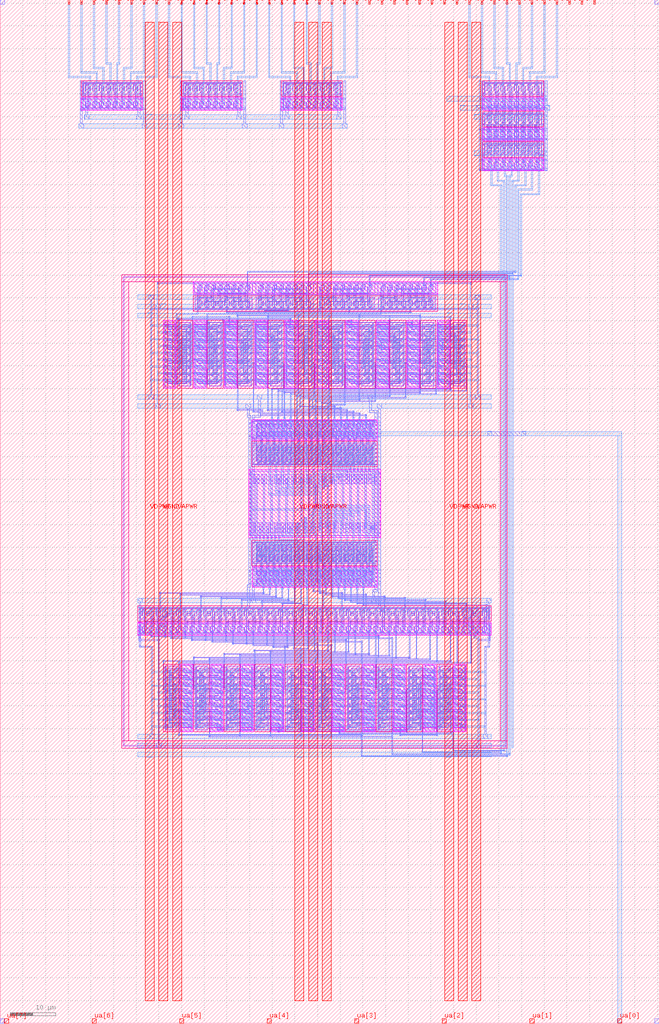
<source format=lef>
VERSION 5.7 ;
  NOWIREEXTENSIONATPIN ON ;
  DIVIDERCHAR "/" ;
  BUSBITCHARS "[]" ;
MACRO tt_um_htfab_dg_dac
  CLASS BLOCK ;
  FOREIGN tt_um_htfab_dg_dac ;
  ORIGIN 0.000 0.000 ;
  SIZE 145.360 BY 225.760 ;
  PIN clk
    DIRECTION INPUT ;
    USE SIGNAL ;
    PORT
      LAYER met4 ;
        RECT 128.190 224.760 128.490 225.760 ;
    END
  END clk
  PIN ena
    DIRECTION INPUT ;
    USE SIGNAL ;
    PORT
      LAYER met4 ;
        RECT 130.950 224.760 131.250 225.760 ;
    END
  END ena
  PIN rst_n
    DIRECTION INPUT ;
    USE SIGNAL ;
    PORT
      LAYER met4 ;
        RECT 125.430 224.760 125.730 225.760 ;
    END
  END rst_n
  PIN ua[0]
    DIRECTION INOUT ;
    USE SIGNAL ;
    ANTENNADIFFAREA 7.656000 ;
    PORT
      LAYER met4 ;
        RECT 136.170 0.000 137.070 1.000 ;
    END
  END ua[0]
  PIN ua[1]
    DIRECTION INOUT ;
    USE SIGNAL ;
    PORT
      LAYER met4 ;
        RECT 116.850 0.000 117.750 1.000 ;
    END
  END ua[1]
  PIN ua[2]
    DIRECTION INOUT ;
    USE SIGNAL ;
    PORT
      LAYER met4 ;
        RECT 97.530 0.000 98.430 1.000 ;
    END
  END ua[2]
  PIN ua[3]
    DIRECTION INOUT ;
    USE SIGNAL ;
    PORT
      LAYER met4 ;
        RECT 78.210 0.000 79.110 1.000 ;
    END
  END ua[3]
  PIN ua[4]
    DIRECTION INOUT ;
    USE SIGNAL ;
    PORT
      LAYER met4 ;
        RECT 58.890 0.000 59.790 1.000 ;
    END
  END ua[4]
  PIN ua[5]
    DIRECTION INOUT ;
    USE SIGNAL ;
    PORT
      LAYER met4 ;
        RECT 39.570 0.000 40.470 1.000 ;
    END
  END ua[5]
  PIN ua[6]
    DIRECTION INOUT ;
    USE SIGNAL ;
    PORT
      LAYER met4 ;
        RECT 20.250 0.000 21.150 1.000 ;
    END
  END ua[6]
  PIN ua[7]
    DIRECTION INOUT ;
    USE SIGNAL ;
    PORT
      LAYER met4 ;
        RECT 0.930 0.000 1.830 1.000 ;
    END
  END ua[7]
  PIN ui_in[0]
    DIRECTION INPUT ;
    USE SIGNAL ;
    ANTENNAGATEAREA 1.150000 ;
    PORT
      LAYER met4 ;
        RECT 122.670 224.760 122.970 225.760 ;
    END
  END ui_in[0]
  PIN ui_in[1]
    DIRECTION INPUT ;
    USE SIGNAL ;
    ANTENNAGATEAREA 1.150000 ;
    PORT
      LAYER met4 ;
        RECT 119.910 224.760 120.210 225.760 ;
    END
  END ui_in[1]
  PIN ui_in[2]
    DIRECTION INPUT ;
    USE SIGNAL ;
    ANTENNAGATEAREA 1.150000 ;
    PORT
      LAYER met4 ;
        RECT 117.150 224.760 117.450 225.760 ;
    END
  END ui_in[2]
  PIN ui_in[3]
    DIRECTION INPUT ;
    USE SIGNAL ;
    ANTENNAGATEAREA 1.150000 ;
    PORT
      LAYER met4 ;
        RECT 114.390 224.760 114.690 225.760 ;
    END
  END ui_in[3]
  PIN ui_in[4]
    DIRECTION INPUT ;
    USE SIGNAL ;
    ANTENNAGATEAREA 1.150000 ;
    PORT
      LAYER met4 ;
        RECT 111.630 224.760 111.930 225.760 ;
    END
  END ui_in[4]
  PIN ui_in[5]
    DIRECTION INPUT ;
    USE SIGNAL ;
    ANTENNAGATEAREA 1.150000 ;
    PORT
      LAYER met4 ;
        RECT 108.870 224.760 109.170 225.760 ;
    END
  END ui_in[5]
  PIN ui_in[6]
    DIRECTION INPUT ;
    USE SIGNAL ;
    ANTENNAGATEAREA 1.150000 ;
    PORT
      LAYER met4 ;
        RECT 106.110 224.760 106.410 225.760 ;
    END
  END ui_in[6]
  PIN ui_in[7]
    DIRECTION INPUT ;
    USE SIGNAL ;
    ANTENNAGATEAREA 1.150000 ;
    PORT
      LAYER met4 ;
        RECT 103.350 224.760 103.650 225.760 ;
    END
  END ui_in[7]
  PIN uio_in[0]
    DIRECTION INPUT ;
    USE SIGNAL ;
    PORT
      LAYER met4 ;
        RECT 100.590 224.760 100.890 225.760 ;
    END
  END uio_in[0]
  PIN uio_in[1]
    DIRECTION INPUT ;
    USE SIGNAL ;
    PORT
      LAYER met4 ;
        RECT 97.830 224.760 98.130 225.760 ;
    END
  END uio_in[1]
  PIN uio_in[2]
    DIRECTION INPUT ;
    USE SIGNAL ;
    PORT
      LAYER met4 ;
        RECT 95.070 224.760 95.370 225.760 ;
    END
  END uio_in[2]
  PIN uio_in[3]
    DIRECTION INPUT ;
    USE SIGNAL ;
    PORT
      LAYER met4 ;
        RECT 92.310 224.760 92.610 225.760 ;
    END
  END uio_in[3]
  PIN uio_in[4]
    DIRECTION INPUT ;
    USE SIGNAL ;
    PORT
      LAYER met4 ;
        RECT 89.550 224.760 89.850 225.760 ;
    END
  END uio_in[4]
  PIN uio_in[5]
    DIRECTION INPUT ;
    USE SIGNAL ;
    PORT
      LAYER met4 ;
        RECT 86.790 224.760 87.090 225.760 ;
    END
  END uio_in[5]
  PIN uio_in[6]
    DIRECTION INPUT ;
    USE SIGNAL ;
    PORT
      LAYER met4 ;
        RECT 84.030 224.760 84.330 225.760 ;
    END
  END uio_in[6]
  PIN uio_in[7]
    DIRECTION INPUT ;
    USE SIGNAL ;
    PORT
      LAYER met4 ;
        RECT 81.270 224.760 81.570 225.760 ;
    END
  END uio_in[7]
  PIN uio_oe[0]
    DIRECTION OUTPUT ;
    USE SIGNAL ;
    ANTENNADIFFAREA 0.227500 ;
    PORT
      LAYER met4 ;
        RECT 34.350 224.760 34.650 225.760 ;
    END
  END uio_oe[0]
  PIN uio_oe[1]
    DIRECTION OUTPUT ;
    USE SIGNAL ;
    ANTENNADIFFAREA 0.227500 ;
    PORT
      LAYER met4 ;
        RECT 31.590 224.760 31.890 225.760 ;
    END
  END uio_oe[1]
  PIN uio_oe[2]
    DIRECTION OUTPUT ;
    USE SIGNAL ;
    ANTENNADIFFAREA 0.227500 ;
    PORT
      LAYER met4 ;
        RECT 28.830 224.760 29.130 225.760 ;
    END
  END uio_oe[2]
  PIN uio_oe[3]
    DIRECTION OUTPUT ;
    USE SIGNAL ;
    ANTENNADIFFAREA 0.227500 ;
    PORT
      LAYER met4 ;
        RECT 26.070 224.760 26.370 225.760 ;
    END
  END uio_oe[3]
  PIN uio_oe[4]
    DIRECTION OUTPUT ;
    USE SIGNAL ;
    ANTENNADIFFAREA 0.227500 ;
    PORT
      LAYER met4 ;
        RECT 23.310 224.760 23.610 225.760 ;
    END
  END uio_oe[4]
  PIN uio_oe[5]
    DIRECTION OUTPUT ;
    USE SIGNAL ;
    ANTENNADIFFAREA 0.227500 ;
    PORT
      LAYER met4 ;
        RECT 20.550 224.760 20.850 225.760 ;
    END
  END uio_oe[5]
  PIN uio_oe[6]
    DIRECTION OUTPUT ;
    USE SIGNAL ;
    ANTENNADIFFAREA 0.227500 ;
    PORT
      LAYER met4 ;
        RECT 17.790 224.760 18.090 225.760 ;
    END
  END uio_oe[6]
  PIN uio_oe[7]
    DIRECTION OUTPUT ;
    USE SIGNAL ;
    ANTENNADIFFAREA 0.227500 ;
    PORT
      LAYER met4 ;
        RECT 15.030 224.760 15.330 225.760 ;
    END
  END uio_oe[7]
  PIN uio_out[0]
    DIRECTION OUTPUT ;
    USE SIGNAL ;
    ANTENNADIFFAREA 0.227500 ;
    PORT
      LAYER met4 ;
        RECT 56.430 224.760 56.730 225.760 ;
    END
  END uio_out[0]
  PIN uio_out[1]
    DIRECTION OUTPUT ;
    USE SIGNAL ;
    ANTENNADIFFAREA 0.227500 ;
    PORT
      LAYER met4 ;
        RECT 53.670 224.760 53.970 225.760 ;
    END
  END uio_out[1]
  PIN uio_out[2]
    DIRECTION OUTPUT ;
    USE SIGNAL ;
    ANTENNADIFFAREA 0.227500 ;
    PORT
      LAYER met4 ;
        RECT 50.910 224.760 51.210 225.760 ;
    END
  END uio_out[2]
  PIN uio_out[3]
    DIRECTION OUTPUT ;
    USE SIGNAL ;
    ANTENNADIFFAREA 0.227500 ;
    PORT
      LAYER met4 ;
        RECT 48.150 224.760 48.450 225.760 ;
    END
  END uio_out[3]
  PIN uio_out[4]
    DIRECTION OUTPUT ;
    USE SIGNAL ;
    ANTENNADIFFAREA 0.227500 ;
    PORT
      LAYER met4 ;
        RECT 45.390 224.760 45.690 225.760 ;
    END
  END uio_out[4]
  PIN uio_out[5]
    DIRECTION OUTPUT ;
    USE SIGNAL ;
    ANTENNADIFFAREA 0.227500 ;
    PORT
      LAYER met4 ;
        RECT 42.630 224.760 42.930 225.760 ;
    END
  END uio_out[5]
  PIN uio_out[6]
    DIRECTION OUTPUT ;
    USE SIGNAL ;
    ANTENNADIFFAREA 0.227500 ;
    PORT
      LAYER met4 ;
        RECT 39.870 224.760 40.170 225.760 ;
    END
  END uio_out[6]
  PIN uio_out[7]
    DIRECTION OUTPUT ;
    USE SIGNAL ;
    ANTENNADIFFAREA 0.227500 ;
    PORT
      LAYER met4 ;
        RECT 37.110 224.760 37.410 225.760 ;
    END
  END uio_out[7]
  PIN uo_out[0]
    DIRECTION OUTPUT ;
    USE SIGNAL ;
    ANTENNADIFFAREA 0.227500 ;
    PORT
      LAYER met4 ;
        RECT 78.510 224.760 78.810 225.760 ;
    END
  END uo_out[0]
  PIN uo_out[1]
    DIRECTION OUTPUT ;
    USE SIGNAL ;
    ANTENNADIFFAREA 0.227500 ;
    PORT
      LAYER met4 ;
        RECT 75.750 224.760 76.050 225.760 ;
    END
  END uo_out[1]
  PIN uo_out[2]
    DIRECTION OUTPUT ;
    USE SIGNAL ;
    ANTENNADIFFAREA 0.227500 ;
    PORT
      LAYER met4 ;
        RECT 72.990 224.760 73.290 225.760 ;
    END
  END uo_out[2]
  PIN uo_out[3]
    DIRECTION OUTPUT ;
    USE SIGNAL ;
    ANTENNADIFFAREA 0.227500 ;
    PORT
      LAYER met4 ;
        RECT 70.230 224.760 70.530 225.760 ;
    END
  END uo_out[3]
  PIN uo_out[4]
    DIRECTION OUTPUT ;
    USE SIGNAL ;
    ANTENNADIFFAREA 0.227500 ;
    PORT
      LAYER met4 ;
        RECT 67.470 224.760 67.770 225.760 ;
    END
  END uo_out[4]
  PIN uo_out[5]
    DIRECTION OUTPUT ;
    USE SIGNAL ;
    ANTENNADIFFAREA 0.227500 ;
    PORT
      LAYER met4 ;
        RECT 64.710 224.760 65.010 225.760 ;
    END
  END uo_out[5]
  PIN uo_out[6]
    DIRECTION OUTPUT ;
    USE SIGNAL ;
    ANTENNADIFFAREA 0.227500 ;
    PORT
      LAYER met4 ;
        RECT 61.950 224.760 62.250 225.760 ;
    END
  END uo_out[6]
  PIN uo_out[7]
    DIRECTION OUTPUT ;
    USE SIGNAL ;
    ANTENNADIFFAREA 0.227500 ;
    PORT
      LAYER met4 ;
        RECT 59.190 224.760 59.490 225.760 ;
    END
  END uo_out[7]
  PIN VDPWR
    DIRECTION INOUT ;
    USE POWER ;
    PORT
      LAYER met4 ;
        RECT 32.000 5.000 34.000 220.760 ;
    END
    PORT
      LAYER met4 ;
        RECT 98.000 5.000 100.000 220.760 ;
    END
    PORT
      LAYER met4 ;
        RECT 65.000 5.000 67.000 220.760 ;
    END
  END VDPWR
  PIN VGND
    DIRECTION INOUT ;
    USE GROUND ;
    PORT
      LAYER met4 ;
        RECT 35.000 5.000 37.000 220.760 ;
    END
    PORT
      LAYER met4 ;
        RECT 101.000 5.000 103.000 220.760 ;
    END
    PORT
      LAYER met4 ;
        RECT 68.000 5.000 70.000 220.760 ;
    END
  END VGND
  PIN VAPWR
    DIRECTION INOUT ;
    USE POWER ;
    PORT
      LAYER met4 ;
        RECT 38.000 5.000 40.000 220.760 ;
    END
    PORT
      LAYER met4 ;
        RECT 104.000 5.000 106.000 220.760 ;
    END
    PORT
      LAYER met4 ;
        RECT 71.000 5.000 73.000 220.760 ;
    END
  END VAPWR
  OBS
      LAYER nwell ;
        RECT 17.850 204.450 31.330 207.880 ;
        RECT 39.930 204.450 53.410 207.880 ;
        RECT 62.010 204.450 75.490 207.880 ;
        RECT 106.385 204.450 119.865 207.880 ;
      LAYER pwell ;
        RECT 17.850 204.200 18.780 204.205 ;
        RECT 39.930 204.200 40.860 204.205 ;
        RECT 62.010 204.200 62.940 204.205 ;
        RECT 106.385 204.200 107.315 204.205 ;
        RECT 17.850 201.420 31.330 204.200 ;
        RECT 39.930 201.420 53.410 204.200 ;
        RECT 62.010 201.420 75.490 204.200 ;
        RECT 106.385 201.420 119.865 204.200 ;
      LAYER nwell ;
        RECT 106.385 197.740 119.865 201.170 ;
      LAYER pwell ;
        RECT 106.385 197.490 107.315 197.495 ;
        RECT 106.385 194.710 119.865 197.490 ;
      LAYER nwell ;
        RECT 106.385 191.030 119.865 194.460 ;
      LAYER pwell ;
        RECT 106.385 190.780 107.315 190.785 ;
        RECT 106.385 188.000 119.865 190.780 ;
      LAYER nwell ;
        RECT 26.745 163.545 111.885 165.125 ;
        RECT 26.745 62.260 28.325 163.545 ;
      LAYER pwell ;
        RECT 42.530 160.765 96.450 163.545 ;
        RECT 55.080 160.760 56.010 160.765 ;
        RECT 68.560 160.760 69.490 160.765 ;
        RECT 82.040 160.760 82.970 160.765 ;
        RECT 95.520 160.760 96.450 160.765 ;
      LAYER nwell ;
        RECT 42.530 157.085 96.450 160.515 ;
      LAYER pwell ;
        RECT 35.965 154.135 38.750 155.065 ;
        RECT 35.965 140.085 38.745 154.135 ;
      LAYER nwell ;
        RECT 38.995 140.085 42.425 155.065 ;
      LAYER pwell ;
        RECT 42.675 154.135 45.460 155.065 ;
        RECT 42.675 140.085 45.455 154.135 ;
      LAYER nwell ;
        RECT 45.705 140.085 49.135 155.065 ;
      LAYER pwell ;
        RECT 49.385 154.135 52.170 155.065 ;
        RECT 49.385 140.085 52.165 154.135 ;
      LAYER nwell ;
        RECT 52.415 140.085 55.845 155.065 ;
      LAYER pwell ;
        RECT 56.095 154.135 58.880 155.065 ;
        RECT 56.095 140.085 58.875 154.135 ;
      LAYER nwell ;
        RECT 59.125 140.085 62.555 155.065 ;
      LAYER pwell ;
        RECT 62.805 154.135 65.590 155.065 ;
        RECT 62.805 140.085 65.585 154.135 ;
      LAYER nwell ;
        RECT 65.835 140.085 69.265 155.065 ;
      LAYER pwell ;
        RECT 69.515 154.135 72.300 155.065 ;
        RECT 69.515 140.085 72.295 154.135 ;
      LAYER nwell ;
        RECT 72.545 140.085 75.975 155.065 ;
      LAYER pwell ;
        RECT 76.225 154.135 79.010 155.065 ;
        RECT 76.225 140.085 79.005 154.135 ;
      LAYER nwell ;
        RECT 79.255 140.085 82.685 155.065 ;
      LAYER pwell ;
        RECT 82.935 154.135 85.720 155.065 ;
        RECT 82.935 140.085 85.715 154.135 ;
      LAYER nwell ;
        RECT 85.965 140.085 89.395 155.065 ;
      LAYER pwell ;
        RECT 89.645 154.135 92.430 155.065 ;
        RECT 89.645 140.085 92.425 154.135 ;
      LAYER nwell ;
        RECT 92.675 140.085 96.105 155.065 ;
      LAYER pwell ;
        RECT 96.355 154.135 99.140 155.065 ;
        RECT 96.355 140.085 99.135 154.135 ;
      LAYER nwell ;
        RECT 99.385 140.085 102.815 155.065 ;
      LAYER pwell ;
        RECT 55.505 128.635 83.155 133.155 ;
      LAYER nwell ;
        RECT 55.505 122.775 83.205 128.385 ;
      LAYER pwell ;
        RECT 54.800 107.110 83.910 122.220 ;
      LAYER nwell ;
        RECT 55.505 100.945 83.205 106.555 ;
      LAYER pwell ;
        RECT 55.555 96.175 83.205 100.695 ;
      LAYER nwell ;
        RECT 30.325 88.645 108.305 92.075 ;
      LAYER pwell ;
        RECT 30.325 88.395 31.255 88.400 ;
        RECT 30.325 85.615 108.305 88.395 ;
      LAYER nwell ;
        RECT 35.990 64.260 39.420 79.240 ;
      LAYER pwell ;
        RECT 39.670 65.190 42.450 79.240 ;
        RECT 39.665 64.260 42.450 65.190 ;
      LAYER nwell ;
        RECT 42.700 64.260 46.130 79.240 ;
      LAYER pwell ;
        RECT 46.380 65.190 49.160 79.240 ;
        RECT 46.375 64.260 49.160 65.190 ;
      LAYER nwell ;
        RECT 49.410 64.260 52.840 79.240 ;
      LAYER pwell ;
        RECT 53.090 65.190 55.870 79.240 ;
        RECT 53.085 64.260 55.870 65.190 ;
      LAYER nwell ;
        RECT 56.120 64.260 59.550 79.240 ;
      LAYER pwell ;
        RECT 59.800 65.190 62.580 79.240 ;
        RECT 59.795 64.260 62.580 65.190 ;
      LAYER nwell ;
        RECT 62.830 64.260 66.260 79.240 ;
      LAYER pwell ;
        RECT 66.510 65.190 69.290 79.240 ;
        RECT 66.505 64.260 69.290 65.190 ;
      LAYER nwell ;
        RECT 69.540 64.260 72.970 79.240 ;
      LAYER pwell ;
        RECT 73.220 65.190 76.000 79.240 ;
        RECT 73.215 64.260 76.000 65.190 ;
      LAYER nwell ;
        RECT 76.250 64.260 79.680 79.240 ;
      LAYER pwell ;
        RECT 79.930 65.190 82.710 79.240 ;
        RECT 79.925 64.260 82.710 65.190 ;
      LAYER nwell ;
        RECT 82.960 64.260 86.390 79.240 ;
      LAYER pwell ;
        RECT 86.640 65.190 89.420 79.240 ;
        RECT 86.635 64.260 89.420 65.190 ;
      LAYER nwell ;
        RECT 89.670 64.260 93.100 79.240 ;
      LAYER pwell ;
        RECT 93.350 65.190 96.130 79.240 ;
        RECT 93.345 64.260 96.130 65.190 ;
      LAYER nwell ;
        RECT 96.380 64.260 99.810 79.240 ;
      LAYER pwell ;
        RECT 100.060 65.190 102.840 79.240 ;
        RECT 100.055 64.260 102.840 65.190 ;
      LAYER nwell ;
        RECT 110.305 62.260 111.885 163.545 ;
        RECT 26.745 60.680 111.885 62.260 ;
      LAYER li1 ;
        RECT 18.240 207.320 30.940 207.490 ;
        RECT 18.240 205.100 18.410 207.320 ;
        RECT 19.090 206.900 19.590 207.070 ;
        RECT 20.590 206.900 21.090 207.070 ;
        RECT 22.090 206.900 22.590 207.070 ;
        RECT 23.590 206.900 24.090 207.070 ;
        RECT 25.090 206.900 25.590 207.070 ;
        RECT 26.590 206.900 27.090 207.070 ;
        RECT 28.090 206.900 28.590 207.070 ;
        RECT 29.590 206.900 30.090 207.070 ;
        RECT 18.800 205.645 18.970 206.685 ;
        RECT 19.710 205.645 19.880 206.685 ;
        RECT 20.300 205.645 20.470 206.685 ;
        RECT 21.210 205.645 21.380 206.685 ;
        RECT 21.800 205.645 21.970 206.685 ;
        RECT 22.710 205.645 22.880 206.685 ;
        RECT 23.300 205.645 23.470 206.685 ;
        RECT 24.210 205.645 24.380 206.685 ;
        RECT 24.800 205.645 24.970 206.685 ;
        RECT 25.710 205.645 25.880 206.685 ;
        RECT 26.300 205.645 26.470 206.685 ;
        RECT 27.210 205.645 27.380 206.685 ;
        RECT 27.800 205.645 27.970 206.685 ;
        RECT 28.710 205.645 28.880 206.685 ;
        RECT 29.300 205.645 29.470 206.685 ;
        RECT 30.210 205.645 30.380 206.685 ;
        RECT 19.090 205.260 19.590 205.430 ;
        RECT 20.590 205.260 21.090 205.430 ;
        RECT 22.090 205.260 22.590 205.430 ;
        RECT 23.590 205.260 24.090 205.430 ;
        RECT 25.090 205.260 25.590 205.430 ;
        RECT 26.590 205.260 27.090 205.430 ;
        RECT 28.090 205.260 28.590 205.430 ;
        RECT 29.590 205.260 30.090 205.430 ;
        RECT 30.770 205.100 30.940 207.320 ;
        RECT 40.320 207.320 53.020 207.490 ;
        RECT 40.320 205.100 40.490 207.320 ;
        RECT 41.170 206.900 41.670 207.070 ;
        RECT 42.670 206.900 43.170 207.070 ;
        RECT 44.170 206.900 44.670 207.070 ;
        RECT 45.670 206.900 46.170 207.070 ;
        RECT 47.170 206.900 47.670 207.070 ;
        RECT 48.670 206.900 49.170 207.070 ;
        RECT 50.170 206.900 50.670 207.070 ;
        RECT 51.670 206.900 52.170 207.070 ;
        RECT 40.880 205.645 41.050 206.685 ;
        RECT 41.790 205.645 41.960 206.685 ;
        RECT 42.380 205.645 42.550 206.685 ;
        RECT 43.290 205.645 43.460 206.685 ;
        RECT 43.880 205.645 44.050 206.685 ;
        RECT 44.790 205.645 44.960 206.685 ;
        RECT 45.380 205.645 45.550 206.685 ;
        RECT 46.290 205.645 46.460 206.685 ;
        RECT 46.880 205.645 47.050 206.685 ;
        RECT 47.790 205.645 47.960 206.685 ;
        RECT 48.380 205.645 48.550 206.685 ;
        RECT 49.290 205.645 49.460 206.685 ;
        RECT 49.880 205.645 50.050 206.685 ;
        RECT 50.790 205.645 50.960 206.685 ;
        RECT 51.380 205.645 51.550 206.685 ;
        RECT 52.290 205.645 52.460 206.685 ;
        RECT 41.170 205.260 41.670 205.430 ;
        RECT 42.670 205.260 43.170 205.430 ;
        RECT 44.170 205.260 44.670 205.430 ;
        RECT 45.670 205.260 46.170 205.430 ;
        RECT 47.170 205.260 47.670 205.430 ;
        RECT 48.670 205.260 49.170 205.430 ;
        RECT 50.170 205.260 50.670 205.430 ;
        RECT 51.670 205.260 52.170 205.430 ;
        RECT 52.850 205.100 53.020 207.320 ;
        RECT 62.400 207.320 75.100 207.490 ;
        RECT 62.400 205.100 62.570 207.320 ;
        RECT 63.250 206.900 63.750 207.070 ;
        RECT 64.750 206.900 65.250 207.070 ;
        RECT 66.250 206.900 66.750 207.070 ;
        RECT 67.750 206.900 68.250 207.070 ;
        RECT 69.250 206.900 69.750 207.070 ;
        RECT 70.750 206.900 71.250 207.070 ;
        RECT 72.250 206.900 72.750 207.070 ;
        RECT 73.750 206.900 74.250 207.070 ;
        RECT 62.960 205.645 63.130 206.685 ;
        RECT 63.870 205.645 64.040 206.685 ;
        RECT 64.460 205.645 64.630 206.685 ;
        RECT 65.370 205.645 65.540 206.685 ;
        RECT 65.960 205.645 66.130 206.685 ;
        RECT 66.870 205.645 67.040 206.685 ;
        RECT 67.460 205.645 67.630 206.685 ;
        RECT 68.370 205.645 68.540 206.685 ;
        RECT 68.960 205.645 69.130 206.685 ;
        RECT 69.870 205.645 70.040 206.685 ;
        RECT 70.460 205.645 70.630 206.685 ;
        RECT 71.370 205.645 71.540 206.685 ;
        RECT 71.960 205.645 72.130 206.685 ;
        RECT 72.870 205.645 73.040 206.685 ;
        RECT 73.460 205.645 73.630 206.685 ;
        RECT 74.370 205.645 74.540 206.685 ;
        RECT 63.250 205.260 63.750 205.430 ;
        RECT 64.750 205.260 65.250 205.430 ;
        RECT 66.250 205.260 66.750 205.430 ;
        RECT 67.750 205.260 68.250 205.430 ;
        RECT 69.250 205.260 69.750 205.430 ;
        RECT 70.750 205.260 71.250 205.430 ;
        RECT 72.250 205.260 72.750 205.430 ;
        RECT 73.750 205.260 74.250 205.430 ;
        RECT 74.930 205.100 75.100 207.320 ;
        RECT 106.775 207.320 119.475 207.490 ;
        RECT 106.775 205.100 106.945 207.320 ;
        RECT 107.625 206.900 108.125 207.070 ;
        RECT 109.125 206.900 109.625 207.070 ;
        RECT 110.625 206.900 111.125 207.070 ;
        RECT 112.125 206.900 112.625 207.070 ;
        RECT 113.625 206.900 114.125 207.070 ;
        RECT 115.125 206.900 115.625 207.070 ;
        RECT 116.625 206.900 117.125 207.070 ;
        RECT 118.125 206.900 118.625 207.070 ;
        RECT 107.335 205.645 107.505 206.685 ;
        RECT 108.245 205.645 108.415 206.685 ;
        RECT 108.835 205.645 109.005 206.685 ;
        RECT 109.745 205.645 109.915 206.685 ;
        RECT 110.335 205.645 110.505 206.685 ;
        RECT 111.245 205.645 111.415 206.685 ;
        RECT 111.835 205.645 112.005 206.685 ;
        RECT 112.745 205.645 112.915 206.685 ;
        RECT 113.335 205.645 113.505 206.685 ;
        RECT 114.245 205.645 114.415 206.685 ;
        RECT 114.835 205.645 115.005 206.685 ;
        RECT 115.745 205.645 115.915 206.685 ;
        RECT 116.335 205.645 116.505 206.685 ;
        RECT 117.245 205.645 117.415 206.685 ;
        RECT 117.835 205.645 118.005 206.685 ;
        RECT 118.745 205.645 118.915 206.685 ;
        RECT 107.625 205.260 108.125 205.430 ;
        RECT 109.125 205.260 109.625 205.430 ;
        RECT 110.625 205.260 111.125 205.430 ;
        RECT 112.125 205.260 112.625 205.430 ;
        RECT 113.625 205.260 114.125 205.430 ;
        RECT 115.125 205.260 115.625 205.430 ;
        RECT 116.625 205.260 117.125 205.430 ;
        RECT 118.125 205.260 118.625 205.430 ;
        RECT 18.240 205.010 18.850 205.100 ;
        RECT 30.770 205.010 31.330 205.100 ;
        RECT 18.240 204.840 31.330 205.010 ;
        RECT 40.320 205.010 40.930 205.100 ;
        RECT 52.850 205.010 53.410 205.100 ;
        RECT 40.320 204.840 53.410 205.010 ;
        RECT 62.400 205.010 63.010 205.100 ;
        RECT 74.930 205.010 75.490 205.100 ;
        RECT 62.400 204.840 75.490 205.010 ;
        RECT 18.350 204.750 18.850 204.840 ;
        RECT 30.770 204.750 31.330 204.840 ;
        RECT 40.430 204.750 40.930 204.840 ;
        RECT 52.850 204.750 53.410 204.840 ;
        RECT 62.510 204.750 63.010 204.840 ;
        RECT 74.930 204.750 75.490 204.840 ;
        RECT 106.370 205.010 106.945 205.100 ;
        RECT 119.305 205.100 119.475 207.320 ;
        RECT 119.305 205.010 119.945 205.100 ;
        RECT 106.370 204.840 119.945 205.010 ;
        RECT 106.370 204.750 106.870 204.840 ;
        RECT 119.445 204.750 119.945 204.840 ;
        RECT 18.140 203.960 18.850 204.050 ;
        RECT 30.830 203.960 31.330 204.050 ;
        RECT 18.140 203.790 31.330 203.960 ;
        RECT 18.140 203.700 18.850 203.790 ;
        RECT 30.830 203.700 31.330 203.790 ;
        RECT 40.220 203.960 40.930 204.050 ;
        RECT 52.910 203.960 53.410 204.050 ;
        RECT 40.220 203.790 53.410 203.960 ;
        RECT 40.220 203.700 40.930 203.790 ;
        RECT 52.910 203.700 53.410 203.790 ;
        RECT 62.300 203.960 63.010 204.050 ;
        RECT 74.990 203.960 75.490 204.050 ;
        RECT 62.300 203.790 75.490 203.960 ;
        RECT 62.300 203.700 63.010 203.790 ;
        RECT 74.990 203.700 75.490 203.790 ;
        RECT 106.370 203.960 106.870 204.050 ;
        RECT 119.445 203.960 119.945 204.050 ;
        RECT 106.370 203.790 119.945 203.960 ;
        RECT 106.370 203.700 106.870 203.790 ;
        RECT 119.445 203.700 119.945 203.790 ;
        RECT 18.140 201.830 18.310 203.700 ;
        RECT 19.090 203.325 19.590 203.495 ;
        RECT 20.590 203.325 21.090 203.495 ;
        RECT 22.090 203.325 22.590 203.495 ;
        RECT 23.590 203.325 24.090 203.495 ;
        RECT 25.090 203.325 25.590 203.495 ;
        RECT 26.590 203.325 27.090 203.495 ;
        RECT 28.090 203.325 28.590 203.495 ;
        RECT 29.590 203.325 30.090 203.495 ;
        RECT 18.800 202.465 18.970 203.155 ;
        RECT 19.710 202.465 19.880 203.155 ;
        RECT 20.300 202.465 20.470 203.155 ;
        RECT 21.210 202.465 21.380 203.155 ;
        RECT 21.800 202.465 21.970 203.155 ;
        RECT 22.710 202.465 22.880 203.155 ;
        RECT 23.300 202.465 23.470 203.155 ;
        RECT 24.210 202.465 24.380 203.155 ;
        RECT 24.800 202.465 24.970 203.155 ;
        RECT 25.710 202.465 25.880 203.155 ;
        RECT 26.300 202.465 26.470 203.155 ;
        RECT 27.210 202.465 27.380 203.155 ;
        RECT 27.800 202.465 27.970 203.155 ;
        RECT 28.710 202.465 28.880 203.155 ;
        RECT 29.300 202.465 29.470 203.155 ;
        RECT 30.210 202.465 30.380 203.155 ;
        RECT 19.090 202.125 19.590 202.295 ;
        RECT 20.590 202.125 21.090 202.295 ;
        RECT 22.090 202.125 22.590 202.295 ;
        RECT 23.590 202.125 24.090 202.295 ;
        RECT 25.090 202.125 25.590 202.295 ;
        RECT 26.590 202.125 27.090 202.295 ;
        RECT 28.090 202.125 28.590 202.295 ;
        RECT 29.590 202.125 30.090 202.295 ;
        RECT 30.920 201.830 31.090 203.700 ;
        RECT 18.140 201.660 31.090 201.830 ;
        RECT 40.220 201.830 40.390 203.700 ;
        RECT 41.170 203.325 41.670 203.495 ;
        RECT 42.670 203.325 43.170 203.495 ;
        RECT 44.170 203.325 44.670 203.495 ;
        RECT 45.670 203.325 46.170 203.495 ;
        RECT 47.170 203.325 47.670 203.495 ;
        RECT 48.670 203.325 49.170 203.495 ;
        RECT 50.170 203.325 50.670 203.495 ;
        RECT 51.670 203.325 52.170 203.495 ;
        RECT 40.880 202.465 41.050 203.155 ;
        RECT 41.790 202.465 41.960 203.155 ;
        RECT 42.380 202.465 42.550 203.155 ;
        RECT 43.290 202.465 43.460 203.155 ;
        RECT 43.880 202.465 44.050 203.155 ;
        RECT 44.790 202.465 44.960 203.155 ;
        RECT 45.380 202.465 45.550 203.155 ;
        RECT 46.290 202.465 46.460 203.155 ;
        RECT 46.880 202.465 47.050 203.155 ;
        RECT 47.790 202.465 47.960 203.155 ;
        RECT 48.380 202.465 48.550 203.155 ;
        RECT 49.290 202.465 49.460 203.155 ;
        RECT 49.880 202.465 50.050 203.155 ;
        RECT 50.790 202.465 50.960 203.155 ;
        RECT 51.380 202.465 51.550 203.155 ;
        RECT 52.290 202.465 52.460 203.155 ;
        RECT 41.170 202.125 41.670 202.295 ;
        RECT 42.670 202.125 43.170 202.295 ;
        RECT 44.170 202.125 44.670 202.295 ;
        RECT 45.670 202.125 46.170 202.295 ;
        RECT 47.170 202.125 47.670 202.295 ;
        RECT 48.670 202.125 49.170 202.295 ;
        RECT 50.170 202.125 50.670 202.295 ;
        RECT 51.670 202.125 52.170 202.295 ;
        RECT 53.000 201.830 53.170 203.700 ;
        RECT 40.220 201.660 53.170 201.830 ;
        RECT 62.300 201.830 62.470 203.700 ;
        RECT 63.250 203.325 63.750 203.495 ;
        RECT 64.750 203.325 65.250 203.495 ;
        RECT 66.250 203.325 66.750 203.495 ;
        RECT 67.750 203.325 68.250 203.495 ;
        RECT 69.250 203.325 69.750 203.495 ;
        RECT 70.750 203.325 71.250 203.495 ;
        RECT 72.250 203.325 72.750 203.495 ;
        RECT 73.750 203.325 74.250 203.495 ;
        RECT 62.960 202.465 63.130 203.155 ;
        RECT 63.870 202.465 64.040 203.155 ;
        RECT 64.460 202.465 64.630 203.155 ;
        RECT 65.370 202.465 65.540 203.155 ;
        RECT 65.960 202.465 66.130 203.155 ;
        RECT 66.870 202.465 67.040 203.155 ;
        RECT 67.460 202.465 67.630 203.155 ;
        RECT 68.370 202.465 68.540 203.155 ;
        RECT 68.960 202.465 69.130 203.155 ;
        RECT 69.870 202.465 70.040 203.155 ;
        RECT 70.460 202.465 70.630 203.155 ;
        RECT 71.370 202.465 71.540 203.155 ;
        RECT 71.960 202.465 72.130 203.155 ;
        RECT 72.870 202.465 73.040 203.155 ;
        RECT 73.460 202.465 73.630 203.155 ;
        RECT 74.370 202.465 74.540 203.155 ;
        RECT 63.250 202.125 63.750 202.295 ;
        RECT 64.750 202.125 65.250 202.295 ;
        RECT 66.250 202.125 66.750 202.295 ;
        RECT 67.750 202.125 68.250 202.295 ;
        RECT 69.250 202.125 69.750 202.295 ;
        RECT 70.750 202.125 71.250 202.295 ;
        RECT 72.250 202.125 72.750 202.295 ;
        RECT 73.750 202.125 74.250 202.295 ;
        RECT 75.080 201.830 75.250 203.700 ;
        RECT 62.300 201.660 75.250 201.830 ;
        RECT 106.675 201.830 106.845 203.700 ;
        RECT 107.625 203.325 108.125 203.495 ;
        RECT 109.125 203.325 109.625 203.495 ;
        RECT 110.625 203.325 111.125 203.495 ;
        RECT 112.125 203.325 112.625 203.495 ;
        RECT 113.625 203.325 114.125 203.495 ;
        RECT 115.125 203.325 115.625 203.495 ;
        RECT 116.625 203.325 117.125 203.495 ;
        RECT 118.125 203.325 118.625 203.495 ;
        RECT 107.335 202.465 107.505 203.155 ;
        RECT 108.245 202.465 108.415 203.155 ;
        RECT 108.835 202.465 109.005 203.155 ;
        RECT 109.745 202.465 109.915 203.155 ;
        RECT 110.335 202.465 110.505 203.155 ;
        RECT 111.245 202.465 111.415 203.155 ;
        RECT 111.835 202.465 112.005 203.155 ;
        RECT 112.745 202.465 112.915 203.155 ;
        RECT 113.335 202.465 113.505 203.155 ;
        RECT 114.245 202.465 114.415 203.155 ;
        RECT 114.835 202.465 115.005 203.155 ;
        RECT 115.745 202.465 115.915 203.155 ;
        RECT 116.335 202.465 116.505 203.155 ;
        RECT 117.245 202.465 117.415 203.155 ;
        RECT 117.835 202.465 118.005 203.155 ;
        RECT 118.745 202.465 118.915 203.155 ;
        RECT 107.625 202.125 108.125 202.295 ;
        RECT 109.125 202.125 109.625 202.295 ;
        RECT 110.625 202.125 111.125 202.295 ;
        RECT 112.125 202.125 112.625 202.295 ;
        RECT 113.625 202.125 114.125 202.295 ;
        RECT 115.125 202.125 115.625 202.295 ;
        RECT 116.625 202.125 117.125 202.295 ;
        RECT 118.125 202.125 118.625 202.295 ;
        RECT 119.455 201.830 119.625 203.700 ;
        RECT 106.675 201.660 119.625 201.830 ;
        RECT 106.775 200.610 119.475 200.780 ;
        RECT 106.775 198.390 106.945 200.610 ;
        RECT 107.625 200.190 108.125 200.360 ;
        RECT 109.125 200.190 109.625 200.360 ;
        RECT 110.625 200.190 111.125 200.360 ;
        RECT 112.125 200.190 112.625 200.360 ;
        RECT 113.625 200.190 114.125 200.360 ;
        RECT 115.125 200.190 115.625 200.360 ;
        RECT 116.625 200.190 117.125 200.360 ;
        RECT 118.125 200.190 118.625 200.360 ;
        RECT 107.335 198.935 107.505 199.975 ;
        RECT 108.245 198.935 108.415 199.975 ;
        RECT 108.835 198.935 109.005 199.975 ;
        RECT 109.745 198.935 109.915 199.975 ;
        RECT 110.335 198.935 110.505 199.975 ;
        RECT 111.245 198.935 111.415 199.975 ;
        RECT 111.835 198.935 112.005 199.975 ;
        RECT 112.745 198.935 112.915 199.975 ;
        RECT 113.335 198.935 113.505 199.975 ;
        RECT 114.245 198.935 114.415 199.975 ;
        RECT 114.835 198.935 115.005 199.975 ;
        RECT 115.745 198.935 115.915 199.975 ;
        RECT 116.335 198.935 116.505 199.975 ;
        RECT 117.245 198.935 117.415 199.975 ;
        RECT 117.835 198.935 118.005 199.975 ;
        RECT 118.745 198.935 118.915 199.975 ;
        RECT 107.625 198.550 108.125 198.720 ;
        RECT 109.125 198.550 109.625 198.720 ;
        RECT 110.625 198.550 111.125 198.720 ;
        RECT 112.125 198.550 112.625 198.720 ;
        RECT 113.625 198.550 114.125 198.720 ;
        RECT 115.125 198.550 115.625 198.720 ;
        RECT 116.625 198.550 117.125 198.720 ;
        RECT 118.125 198.550 118.625 198.720 ;
        RECT 106.370 198.300 106.945 198.390 ;
        RECT 119.305 198.390 119.475 200.610 ;
        RECT 119.305 198.300 119.945 198.390 ;
        RECT 106.370 198.130 119.945 198.300 ;
        RECT 106.370 198.040 106.870 198.130 ;
        RECT 119.445 198.040 119.945 198.130 ;
        RECT 106.370 197.250 106.870 197.340 ;
        RECT 119.445 197.250 119.945 197.340 ;
        RECT 106.370 197.080 119.945 197.250 ;
        RECT 106.370 196.990 106.870 197.080 ;
        RECT 119.445 196.990 119.945 197.080 ;
        RECT 106.675 195.120 106.845 196.990 ;
        RECT 107.625 196.615 108.125 196.785 ;
        RECT 109.125 196.615 109.625 196.785 ;
        RECT 110.625 196.615 111.125 196.785 ;
        RECT 112.125 196.615 112.625 196.785 ;
        RECT 113.625 196.615 114.125 196.785 ;
        RECT 115.125 196.615 115.625 196.785 ;
        RECT 116.625 196.615 117.125 196.785 ;
        RECT 118.125 196.615 118.625 196.785 ;
        RECT 107.335 195.755 107.505 196.445 ;
        RECT 108.245 195.755 108.415 196.445 ;
        RECT 108.835 195.755 109.005 196.445 ;
        RECT 109.745 195.755 109.915 196.445 ;
        RECT 110.335 195.755 110.505 196.445 ;
        RECT 111.245 195.755 111.415 196.445 ;
        RECT 111.835 195.755 112.005 196.445 ;
        RECT 112.745 195.755 112.915 196.445 ;
        RECT 113.335 195.755 113.505 196.445 ;
        RECT 114.245 195.755 114.415 196.445 ;
        RECT 114.835 195.755 115.005 196.445 ;
        RECT 115.745 195.755 115.915 196.445 ;
        RECT 116.335 195.755 116.505 196.445 ;
        RECT 117.245 195.755 117.415 196.445 ;
        RECT 117.835 195.755 118.005 196.445 ;
        RECT 118.745 195.755 118.915 196.445 ;
        RECT 107.625 195.415 108.125 195.585 ;
        RECT 109.125 195.415 109.625 195.585 ;
        RECT 110.625 195.415 111.125 195.585 ;
        RECT 112.125 195.415 112.625 195.585 ;
        RECT 113.625 195.415 114.125 195.585 ;
        RECT 115.125 195.415 115.625 195.585 ;
        RECT 116.625 195.415 117.125 195.585 ;
        RECT 118.125 195.415 118.625 195.585 ;
        RECT 119.455 195.120 119.625 196.990 ;
        RECT 106.675 194.950 119.625 195.120 ;
        RECT 106.775 193.900 119.475 194.070 ;
        RECT 106.775 191.680 106.945 193.900 ;
        RECT 107.625 193.480 108.125 193.650 ;
        RECT 109.125 193.480 109.625 193.650 ;
        RECT 110.625 193.480 111.125 193.650 ;
        RECT 112.125 193.480 112.625 193.650 ;
        RECT 113.625 193.480 114.125 193.650 ;
        RECT 115.125 193.480 115.625 193.650 ;
        RECT 116.625 193.480 117.125 193.650 ;
        RECT 118.125 193.480 118.625 193.650 ;
        RECT 107.335 192.225 107.505 193.265 ;
        RECT 108.245 192.225 108.415 193.265 ;
        RECT 108.835 192.225 109.005 193.265 ;
        RECT 109.745 192.225 109.915 193.265 ;
        RECT 110.335 192.225 110.505 193.265 ;
        RECT 111.245 192.225 111.415 193.265 ;
        RECT 111.835 192.225 112.005 193.265 ;
        RECT 112.745 192.225 112.915 193.265 ;
        RECT 113.335 192.225 113.505 193.265 ;
        RECT 114.245 192.225 114.415 193.265 ;
        RECT 114.835 192.225 115.005 193.265 ;
        RECT 115.745 192.225 115.915 193.265 ;
        RECT 116.335 192.225 116.505 193.265 ;
        RECT 117.245 192.225 117.415 193.265 ;
        RECT 117.835 192.225 118.005 193.265 ;
        RECT 118.745 192.225 118.915 193.265 ;
        RECT 107.625 191.840 108.125 192.010 ;
        RECT 109.125 191.840 109.625 192.010 ;
        RECT 110.625 191.840 111.125 192.010 ;
        RECT 112.125 191.840 112.625 192.010 ;
        RECT 113.625 191.840 114.125 192.010 ;
        RECT 115.125 191.840 115.625 192.010 ;
        RECT 116.625 191.840 117.125 192.010 ;
        RECT 118.125 191.840 118.625 192.010 ;
        RECT 106.370 191.590 106.945 191.680 ;
        RECT 119.305 191.680 119.475 193.900 ;
        RECT 119.305 191.590 119.945 191.680 ;
        RECT 106.370 191.420 119.945 191.590 ;
        RECT 106.370 191.330 106.870 191.420 ;
        RECT 119.445 191.330 119.945 191.420 ;
        RECT 106.370 190.540 106.870 190.630 ;
        RECT 119.445 190.540 119.945 190.630 ;
        RECT 106.370 190.370 119.945 190.540 ;
        RECT 106.370 190.280 106.870 190.370 ;
        RECT 119.445 190.280 119.945 190.370 ;
        RECT 106.675 188.410 106.845 190.280 ;
        RECT 107.625 189.905 108.125 190.075 ;
        RECT 109.125 189.905 109.625 190.075 ;
        RECT 110.625 189.905 111.125 190.075 ;
        RECT 112.125 189.905 112.625 190.075 ;
        RECT 113.625 189.905 114.125 190.075 ;
        RECT 115.125 189.905 115.625 190.075 ;
        RECT 116.625 189.905 117.125 190.075 ;
        RECT 118.125 189.905 118.625 190.075 ;
        RECT 107.335 189.045 107.505 189.735 ;
        RECT 108.245 189.045 108.415 189.735 ;
        RECT 108.835 189.045 109.005 189.735 ;
        RECT 109.745 189.045 109.915 189.735 ;
        RECT 110.335 189.045 110.505 189.735 ;
        RECT 111.245 189.045 111.415 189.735 ;
        RECT 111.835 189.045 112.005 189.735 ;
        RECT 112.745 189.045 112.915 189.735 ;
        RECT 113.335 189.045 113.505 189.735 ;
        RECT 114.245 189.045 114.415 189.735 ;
        RECT 114.835 189.045 115.005 189.735 ;
        RECT 115.745 189.045 115.915 189.735 ;
        RECT 116.335 189.045 116.505 189.735 ;
        RECT 117.245 189.045 117.415 189.735 ;
        RECT 117.835 189.045 118.005 189.735 ;
        RECT 118.745 189.045 118.915 189.735 ;
        RECT 107.625 188.705 108.125 188.875 ;
        RECT 109.125 188.705 109.625 188.875 ;
        RECT 110.625 188.705 111.125 188.875 ;
        RECT 112.125 188.705 112.625 188.875 ;
        RECT 113.625 188.705 114.125 188.875 ;
        RECT 115.125 188.705 115.625 188.875 ;
        RECT 116.625 188.705 117.125 188.875 ;
        RECT 118.125 188.705 118.625 188.875 ;
        RECT 119.455 188.410 119.625 190.280 ;
        RECT 106.675 188.240 119.625 188.410 ;
        RECT 27.180 164.520 111.450 164.690 ;
        RECT 27.180 61.285 27.350 164.520 ;
        RECT 42.770 163.135 55.720 163.305 ;
        RECT 42.770 161.175 42.940 163.135 ;
        RECT 43.770 162.670 44.270 162.840 ;
        RECT 45.270 162.670 45.770 162.840 ;
        RECT 46.770 162.670 47.270 162.840 ;
        RECT 48.270 162.670 48.770 162.840 ;
        RECT 49.770 162.670 50.270 162.840 ;
        RECT 51.270 162.670 51.770 162.840 ;
        RECT 52.770 162.670 53.270 162.840 ;
        RECT 54.270 162.670 54.770 162.840 ;
        RECT 43.480 161.810 43.650 162.500 ;
        RECT 44.390 161.810 44.560 162.500 ;
        RECT 44.980 161.810 45.150 162.500 ;
        RECT 45.890 161.810 46.060 162.500 ;
        RECT 46.480 161.810 46.650 162.500 ;
        RECT 47.390 161.810 47.560 162.500 ;
        RECT 47.980 161.810 48.150 162.500 ;
        RECT 48.890 161.810 49.060 162.500 ;
        RECT 49.480 161.810 49.650 162.500 ;
        RECT 50.390 161.810 50.560 162.500 ;
        RECT 50.980 161.810 51.150 162.500 ;
        RECT 51.890 161.810 52.060 162.500 ;
        RECT 52.480 161.810 52.650 162.500 ;
        RECT 53.390 161.810 53.560 162.500 ;
        RECT 53.980 161.810 54.150 162.500 ;
        RECT 54.890 161.810 55.060 162.500 ;
        RECT 43.770 161.470 44.270 161.640 ;
        RECT 45.270 161.470 45.770 161.640 ;
        RECT 46.770 161.470 47.270 161.640 ;
        RECT 48.270 161.470 48.770 161.640 ;
        RECT 49.770 161.470 50.270 161.640 ;
        RECT 51.270 161.470 51.770 161.640 ;
        RECT 52.770 161.470 53.270 161.640 ;
        RECT 54.270 161.470 54.770 161.640 ;
        RECT 55.550 161.175 55.720 163.135 ;
        RECT 42.770 161.005 55.720 161.175 ;
        RECT 56.250 163.135 69.200 163.305 ;
        RECT 56.250 161.175 56.420 163.135 ;
        RECT 57.250 162.670 57.750 162.840 ;
        RECT 58.750 162.670 59.250 162.840 ;
        RECT 60.250 162.670 60.750 162.840 ;
        RECT 61.750 162.670 62.250 162.840 ;
        RECT 63.250 162.670 63.750 162.840 ;
        RECT 64.750 162.670 65.250 162.840 ;
        RECT 66.250 162.670 66.750 162.840 ;
        RECT 67.750 162.670 68.250 162.840 ;
        RECT 56.960 161.810 57.130 162.500 ;
        RECT 57.870 161.810 58.040 162.500 ;
        RECT 58.460 161.810 58.630 162.500 ;
        RECT 59.370 161.810 59.540 162.500 ;
        RECT 59.960 161.810 60.130 162.500 ;
        RECT 60.870 161.810 61.040 162.500 ;
        RECT 61.460 161.810 61.630 162.500 ;
        RECT 62.370 161.810 62.540 162.500 ;
        RECT 62.960 161.810 63.130 162.500 ;
        RECT 63.870 161.810 64.040 162.500 ;
        RECT 64.460 161.810 64.630 162.500 ;
        RECT 65.370 161.810 65.540 162.500 ;
        RECT 65.960 161.810 66.130 162.500 ;
        RECT 66.870 161.810 67.040 162.500 ;
        RECT 67.460 161.810 67.630 162.500 ;
        RECT 68.370 161.810 68.540 162.500 ;
        RECT 57.250 161.470 57.750 161.640 ;
        RECT 58.750 161.470 59.250 161.640 ;
        RECT 60.250 161.470 60.750 161.640 ;
        RECT 61.750 161.470 62.250 161.640 ;
        RECT 63.250 161.470 63.750 161.640 ;
        RECT 64.750 161.470 65.250 161.640 ;
        RECT 66.250 161.470 66.750 161.640 ;
        RECT 67.750 161.470 68.250 161.640 ;
        RECT 69.030 161.175 69.200 163.135 ;
        RECT 56.250 161.005 69.200 161.175 ;
        RECT 69.730 163.135 82.680 163.305 ;
        RECT 69.730 161.175 69.900 163.135 ;
        RECT 70.730 162.670 71.230 162.840 ;
        RECT 72.230 162.670 72.730 162.840 ;
        RECT 73.730 162.670 74.230 162.840 ;
        RECT 75.230 162.670 75.730 162.840 ;
        RECT 76.730 162.670 77.230 162.840 ;
        RECT 78.230 162.670 78.730 162.840 ;
        RECT 79.730 162.670 80.230 162.840 ;
        RECT 81.230 162.670 81.730 162.840 ;
        RECT 70.440 161.810 70.610 162.500 ;
        RECT 71.350 161.810 71.520 162.500 ;
        RECT 71.940 161.810 72.110 162.500 ;
        RECT 72.850 161.810 73.020 162.500 ;
        RECT 73.440 161.810 73.610 162.500 ;
        RECT 74.350 161.810 74.520 162.500 ;
        RECT 74.940 161.810 75.110 162.500 ;
        RECT 75.850 161.810 76.020 162.500 ;
        RECT 76.440 161.810 76.610 162.500 ;
        RECT 77.350 161.810 77.520 162.500 ;
        RECT 77.940 161.810 78.110 162.500 ;
        RECT 78.850 161.810 79.020 162.500 ;
        RECT 79.440 161.810 79.610 162.500 ;
        RECT 80.350 161.810 80.520 162.500 ;
        RECT 80.940 161.810 81.110 162.500 ;
        RECT 81.850 161.810 82.020 162.500 ;
        RECT 70.730 161.470 71.230 161.640 ;
        RECT 72.230 161.470 72.730 161.640 ;
        RECT 73.730 161.470 74.230 161.640 ;
        RECT 75.230 161.470 75.730 161.640 ;
        RECT 76.730 161.470 77.230 161.640 ;
        RECT 78.230 161.470 78.730 161.640 ;
        RECT 79.730 161.470 80.230 161.640 ;
        RECT 81.230 161.470 81.730 161.640 ;
        RECT 82.510 161.175 82.680 163.135 ;
        RECT 69.730 161.005 82.680 161.175 ;
        RECT 83.210 163.135 96.160 163.305 ;
        RECT 83.210 161.175 83.380 163.135 ;
        RECT 84.210 162.670 84.710 162.840 ;
        RECT 85.710 162.670 86.210 162.840 ;
        RECT 87.210 162.670 87.710 162.840 ;
        RECT 88.710 162.670 89.210 162.840 ;
        RECT 90.210 162.670 90.710 162.840 ;
        RECT 91.710 162.670 92.210 162.840 ;
        RECT 93.210 162.670 93.710 162.840 ;
        RECT 94.710 162.670 95.210 162.840 ;
        RECT 83.920 161.810 84.090 162.500 ;
        RECT 84.830 161.810 85.000 162.500 ;
        RECT 85.420 161.810 85.590 162.500 ;
        RECT 86.330 161.810 86.500 162.500 ;
        RECT 86.920 161.810 87.090 162.500 ;
        RECT 87.830 161.810 88.000 162.500 ;
        RECT 88.420 161.810 88.590 162.500 ;
        RECT 89.330 161.810 89.500 162.500 ;
        RECT 89.920 161.810 90.090 162.500 ;
        RECT 90.830 161.810 91.000 162.500 ;
        RECT 91.420 161.810 91.590 162.500 ;
        RECT 92.330 161.810 92.500 162.500 ;
        RECT 92.920 161.810 93.090 162.500 ;
        RECT 93.830 161.810 94.000 162.500 ;
        RECT 94.420 161.810 94.590 162.500 ;
        RECT 95.330 161.810 95.500 162.500 ;
        RECT 84.210 161.470 84.710 161.640 ;
        RECT 85.710 161.470 86.210 161.640 ;
        RECT 87.210 161.470 87.710 161.640 ;
        RECT 88.710 161.470 89.210 161.640 ;
        RECT 90.210 161.470 90.710 161.640 ;
        RECT 91.710 161.470 92.210 161.640 ;
        RECT 93.210 161.470 93.710 161.640 ;
        RECT 94.710 161.470 95.210 161.640 ;
        RECT 95.990 161.175 96.160 163.135 ;
        RECT 83.210 161.005 96.160 161.175 ;
        RECT 42.920 159.955 55.620 160.125 ;
        RECT 42.920 157.645 43.090 159.955 ;
        RECT 43.770 159.535 44.270 159.705 ;
        RECT 45.270 159.535 45.770 159.705 ;
        RECT 46.770 159.535 47.270 159.705 ;
        RECT 48.270 159.535 48.770 159.705 ;
        RECT 49.770 159.535 50.270 159.705 ;
        RECT 51.270 159.535 51.770 159.705 ;
        RECT 52.770 159.535 53.270 159.705 ;
        RECT 54.270 159.535 54.770 159.705 ;
        RECT 43.480 158.280 43.650 159.320 ;
        RECT 44.390 158.280 44.560 159.320 ;
        RECT 44.980 158.280 45.150 159.320 ;
        RECT 45.890 158.280 46.060 159.320 ;
        RECT 46.480 158.280 46.650 159.320 ;
        RECT 47.390 158.280 47.560 159.320 ;
        RECT 47.980 158.280 48.150 159.320 ;
        RECT 48.890 158.280 49.060 159.320 ;
        RECT 49.480 158.280 49.650 159.320 ;
        RECT 50.390 158.280 50.560 159.320 ;
        RECT 50.980 158.280 51.150 159.320 ;
        RECT 51.890 158.280 52.060 159.320 ;
        RECT 52.480 158.280 52.650 159.320 ;
        RECT 53.390 158.280 53.560 159.320 ;
        RECT 53.980 158.280 54.150 159.320 ;
        RECT 54.890 158.280 55.060 159.320 ;
        RECT 43.770 157.895 44.270 158.065 ;
        RECT 45.270 157.895 45.770 158.065 ;
        RECT 46.770 157.895 47.270 158.065 ;
        RECT 48.270 157.895 48.770 158.065 ;
        RECT 49.770 157.895 50.270 158.065 ;
        RECT 51.270 157.895 51.770 158.065 ;
        RECT 52.770 157.895 53.270 158.065 ;
        RECT 54.270 157.895 54.770 158.065 ;
        RECT 55.450 157.645 55.620 159.955 ;
        RECT 42.920 157.475 55.620 157.645 ;
        RECT 56.400 159.955 69.100 160.125 ;
        RECT 56.400 157.645 56.570 159.955 ;
        RECT 57.250 159.535 57.750 159.705 ;
        RECT 58.750 159.535 59.250 159.705 ;
        RECT 60.250 159.535 60.750 159.705 ;
        RECT 61.750 159.535 62.250 159.705 ;
        RECT 63.250 159.535 63.750 159.705 ;
        RECT 64.750 159.535 65.250 159.705 ;
        RECT 66.250 159.535 66.750 159.705 ;
        RECT 67.750 159.535 68.250 159.705 ;
        RECT 56.960 158.280 57.130 159.320 ;
        RECT 57.870 158.280 58.040 159.320 ;
        RECT 58.460 158.280 58.630 159.320 ;
        RECT 59.370 158.280 59.540 159.320 ;
        RECT 59.960 158.280 60.130 159.320 ;
        RECT 60.870 158.280 61.040 159.320 ;
        RECT 61.460 158.280 61.630 159.320 ;
        RECT 62.370 158.280 62.540 159.320 ;
        RECT 62.960 158.280 63.130 159.320 ;
        RECT 63.870 158.280 64.040 159.320 ;
        RECT 64.460 158.280 64.630 159.320 ;
        RECT 65.370 158.280 65.540 159.320 ;
        RECT 65.960 158.280 66.130 159.320 ;
        RECT 66.870 158.280 67.040 159.320 ;
        RECT 67.460 158.280 67.630 159.320 ;
        RECT 68.370 158.280 68.540 159.320 ;
        RECT 57.250 157.895 57.750 158.065 ;
        RECT 58.750 157.895 59.250 158.065 ;
        RECT 60.250 157.895 60.750 158.065 ;
        RECT 61.750 157.895 62.250 158.065 ;
        RECT 63.250 157.895 63.750 158.065 ;
        RECT 64.750 157.895 65.250 158.065 ;
        RECT 66.250 157.895 66.750 158.065 ;
        RECT 67.750 157.895 68.250 158.065 ;
        RECT 68.930 157.645 69.100 159.955 ;
        RECT 56.400 157.475 69.100 157.645 ;
        RECT 69.880 159.955 82.580 160.125 ;
        RECT 69.880 157.645 70.050 159.955 ;
        RECT 70.730 159.535 71.230 159.705 ;
        RECT 72.230 159.535 72.730 159.705 ;
        RECT 73.730 159.535 74.230 159.705 ;
        RECT 75.230 159.535 75.730 159.705 ;
        RECT 76.730 159.535 77.230 159.705 ;
        RECT 78.230 159.535 78.730 159.705 ;
        RECT 79.730 159.535 80.230 159.705 ;
        RECT 81.230 159.535 81.730 159.705 ;
        RECT 70.440 158.280 70.610 159.320 ;
        RECT 71.350 158.280 71.520 159.320 ;
        RECT 71.940 158.280 72.110 159.320 ;
        RECT 72.850 158.280 73.020 159.320 ;
        RECT 73.440 158.280 73.610 159.320 ;
        RECT 74.350 158.280 74.520 159.320 ;
        RECT 74.940 158.280 75.110 159.320 ;
        RECT 75.850 158.280 76.020 159.320 ;
        RECT 76.440 158.280 76.610 159.320 ;
        RECT 77.350 158.280 77.520 159.320 ;
        RECT 77.940 158.280 78.110 159.320 ;
        RECT 78.850 158.280 79.020 159.320 ;
        RECT 79.440 158.280 79.610 159.320 ;
        RECT 80.350 158.280 80.520 159.320 ;
        RECT 80.940 158.280 81.110 159.320 ;
        RECT 81.850 158.280 82.020 159.320 ;
        RECT 70.730 157.895 71.230 158.065 ;
        RECT 72.230 157.895 72.730 158.065 ;
        RECT 73.730 157.895 74.230 158.065 ;
        RECT 75.230 157.895 75.730 158.065 ;
        RECT 76.730 157.895 77.230 158.065 ;
        RECT 78.230 157.895 78.730 158.065 ;
        RECT 79.730 157.895 80.230 158.065 ;
        RECT 81.230 157.895 81.730 158.065 ;
        RECT 82.410 157.645 82.580 159.955 ;
        RECT 69.880 157.475 82.580 157.645 ;
        RECT 83.360 159.955 96.060 160.125 ;
        RECT 83.360 157.645 83.530 159.955 ;
        RECT 84.210 159.535 84.710 159.705 ;
        RECT 85.710 159.535 86.210 159.705 ;
        RECT 87.210 159.535 87.710 159.705 ;
        RECT 88.710 159.535 89.210 159.705 ;
        RECT 90.210 159.535 90.710 159.705 ;
        RECT 91.710 159.535 92.210 159.705 ;
        RECT 93.210 159.535 93.710 159.705 ;
        RECT 94.710 159.535 95.210 159.705 ;
        RECT 83.920 158.280 84.090 159.320 ;
        RECT 84.830 158.280 85.000 159.320 ;
        RECT 85.420 158.280 85.590 159.320 ;
        RECT 86.330 158.280 86.500 159.320 ;
        RECT 86.920 158.280 87.090 159.320 ;
        RECT 87.830 158.280 88.000 159.320 ;
        RECT 88.420 158.280 88.590 159.320 ;
        RECT 89.330 158.280 89.500 159.320 ;
        RECT 89.920 158.280 90.090 159.320 ;
        RECT 90.830 158.280 91.000 159.320 ;
        RECT 91.420 158.280 91.590 159.320 ;
        RECT 92.330 158.280 92.500 159.320 ;
        RECT 92.920 158.280 93.090 159.320 ;
        RECT 93.830 158.280 94.000 159.320 ;
        RECT 94.420 158.280 94.590 159.320 ;
        RECT 95.330 158.280 95.500 159.320 ;
        RECT 84.210 157.895 84.710 158.065 ;
        RECT 85.710 157.895 86.210 158.065 ;
        RECT 87.210 157.895 87.710 158.065 ;
        RECT 88.710 157.895 89.210 158.065 ;
        RECT 90.210 157.895 90.710 158.065 ;
        RECT 91.710 157.895 92.210 158.065 ;
        RECT 93.210 157.895 93.710 158.065 ;
        RECT 94.710 157.895 95.210 158.065 ;
        RECT 95.890 157.645 96.060 159.955 ;
        RECT 83.360 157.475 96.060 157.645 ;
        RECT 36.205 154.605 38.505 154.775 ;
        RECT 36.205 140.495 36.375 154.605 ;
        RECT 37.010 153.945 37.700 154.115 ;
        RECT 36.670 153.325 36.840 153.825 ;
        RECT 37.870 153.325 38.040 153.825 ;
        RECT 37.010 153.035 37.700 153.205 ;
        RECT 37.010 152.445 37.700 152.615 ;
        RECT 36.670 151.825 36.840 152.325 ;
        RECT 37.870 151.825 38.040 152.325 ;
        RECT 37.010 151.535 37.700 151.705 ;
        RECT 37.010 150.945 37.700 151.115 ;
        RECT 36.670 150.325 36.840 150.825 ;
        RECT 37.870 150.325 38.040 150.825 ;
        RECT 37.010 150.035 37.700 150.205 ;
        RECT 37.010 149.445 37.700 149.615 ;
        RECT 36.670 148.825 36.840 149.325 ;
        RECT 37.870 148.825 38.040 149.325 ;
        RECT 37.010 148.535 37.700 148.705 ;
        RECT 37.010 147.945 37.700 148.115 ;
        RECT 36.670 147.325 36.840 147.825 ;
        RECT 37.870 147.325 38.040 147.825 ;
        RECT 37.010 147.035 37.700 147.205 ;
        RECT 37.010 146.445 37.700 146.615 ;
        RECT 36.670 145.825 36.840 146.325 ;
        RECT 37.870 145.825 38.040 146.325 ;
        RECT 37.010 145.535 37.700 145.705 ;
        RECT 37.010 144.945 37.700 145.115 ;
        RECT 36.670 144.325 36.840 144.825 ;
        RECT 37.870 144.325 38.040 144.825 ;
        RECT 37.010 144.035 37.700 144.205 ;
        RECT 37.010 143.445 37.700 143.615 ;
        RECT 36.670 142.825 36.840 143.325 ;
        RECT 37.870 142.825 38.040 143.325 ;
        RECT 37.010 142.535 37.700 142.705 ;
        RECT 37.010 141.945 37.700 142.115 ;
        RECT 36.670 141.325 36.840 141.825 ;
        RECT 37.870 141.325 38.040 141.825 ;
        RECT 37.010 141.035 37.700 141.205 ;
        RECT 38.335 140.495 38.505 154.605 ;
        RECT 36.205 140.325 38.505 140.495 ;
        RECT 39.385 154.505 42.035 154.675 ;
        RECT 39.385 140.645 39.555 154.505 ;
        RECT 40.190 153.945 41.230 154.115 ;
        RECT 39.805 153.325 39.975 153.825 ;
        RECT 41.445 153.325 41.615 153.825 ;
        RECT 40.190 153.035 41.230 153.205 ;
        RECT 40.190 152.445 41.230 152.615 ;
        RECT 39.805 151.825 39.975 152.325 ;
        RECT 41.445 151.825 41.615 152.325 ;
        RECT 40.190 151.535 41.230 151.705 ;
        RECT 40.190 150.945 41.230 151.115 ;
        RECT 39.805 150.325 39.975 150.825 ;
        RECT 41.445 150.325 41.615 150.825 ;
        RECT 40.190 150.035 41.230 150.205 ;
        RECT 40.190 149.445 41.230 149.615 ;
        RECT 39.805 148.825 39.975 149.325 ;
        RECT 41.445 148.825 41.615 149.325 ;
        RECT 40.190 148.535 41.230 148.705 ;
        RECT 40.190 147.945 41.230 148.115 ;
        RECT 39.805 147.325 39.975 147.825 ;
        RECT 41.445 147.325 41.615 147.825 ;
        RECT 40.190 147.035 41.230 147.205 ;
        RECT 40.190 146.445 41.230 146.615 ;
        RECT 39.805 145.825 39.975 146.325 ;
        RECT 41.445 145.825 41.615 146.325 ;
        RECT 40.190 145.535 41.230 145.705 ;
        RECT 40.190 144.945 41.230 145.115 ;
        RECT 39.805 144.325 39.975 144.825 ;
        RECT 41.445 144.325 41.615 144.825 ;
        RECT 40.190 144.035 41.230 144.205 ;
        RECT 40.190 143.445 41.230 143.615 ;
        RECT 39.805 142.825 39.975 143.325 ;
        RECT 41.445 142.825 41.615 143.325 ;
        RECT 40.190 142.535 41.230 142.705 ;
        RECT 40.190 141.945 41.230 142.115 ;
        RECT 39.805 141.325 39.975 141.825 ;
        RECT 41.445 141.325 41.615 141.825 ;
        RECT 40.190 141.035 41.230 141.205 ;
        RECT 41.865 140.645 42.035 154.505 ;
        RECT 39.385 140.475 42.035 140.645 ;
        RECT 42.915 154.605 45.215 154.775 ;
        RECT 42.915 140.495 43.085 154.605 ;
        RECT 43.720 153.945 44.410 154.115 ;
        RECT 43.380 153.325 43.550 153.825 ;
        RECT 44.580 153.325 44.750 153.825 ;
        RECT 43.720 153.035 44.410 153.205 ;
        RECT 43.720 152.445 44.410 152.615 ;
        RECT 43.380 151.825 43.550 152.325 ;
        RECT 44.580 151.825 44.750 152.325 ;
        RECT 43.720 151.535 44.410 151.705 ;
        RECT 43.720 150.945 44.410 151.115 ;
        RECT 43.380 150.325 43.550 150.825 ;
        RECT 44.580 150.325 44.750 150.825 ;
        RECT 43.720 150.035 44.410 150.205 ;
        RECT 43.720 149.445 44.410 149.615 ;
        RECT 43.380 148.825 43.550 149.325 ;
        RECT 44.580 148.825 44.750 149.325 ;
        RECT 43.720 148.535 44.410 148.705 ;
        RECT 43.720 147.945 44.410 148.115 ;
        RECT 43.380 147.325 43.550 147.825 ;
        RECT 44.580 147.325 44.750 147.825 ;
        RECT 43.720 147.035 44.410 147.205 ;
        RECT 43.720 146.445 44.410 146.615 ;
        RECT 43.380 145.825 43.550 146.325 ;
        RECT 44.580 145.825 44.750 146.325 ;
        RECT 43.720 145.535 44.410 145.705 ;
        RECT 43.720 144.945 44.410 145.115 ;
        RECT 43.380 144.325 43.550 144.825 ;
        RECT 44.580 144.325 44.750 144.825 ;
        RECT 43.720 144.035 44.410 144.205 ;
        RECT 43.720 143.445 44.410 143.615 ;
        RECT 43.380 142.825 43.550 143.325 ;
        RECT 44.580 142.825 44.750 143.325 ;
        RECT 43.720 142.535 44.410 142.705 ;
        RECT 43.720 141.945 44.410 142.115 ;
        RECT 43.380 141.325 43.550 141.825 ;
        RECT 44.580 141.325 44.750 141.825 ;
        RECT 43.720 141.035 44.410 141.205 ;
        RECT 45.045 140.495 45.215 154.605 ;
        RECT 42.915 140.325 45.215 140.495 ;
        RECT 46.095 154.505 48.745 154.675 ;
        RECT 46.095 140.645 46.265 154.505 ;
        RECT 46.900 153.945 47.940 154.115 ;
        RECT 46.515 153.325 46.685 153.825 ;
        RECT 48.155 153.325 48.325 153.825 ;
        RECT 46.900 153.035 47.940 153.205 ;
        RECT 46.900 152.445 47.940 152.615 ;
        RECT 46.515 151.825 46.685 152.325 ;
        RECT 48.155 151.825 48.325 152.325 ;
        RECT 46.900 151.535 47.940 151.705 ;
        RECT 46.900 150.945 47.940 151.115 ;
        RECT 46.515 150.325 46.685 150.825 ;
        RECT 48.155 150.325 48.325 150.825 ;
        RECT 46.900 150.035 47.940 150.205 ;
        RECT 46.900 149.445 47.940 149.615 ;
        RECT 46.515 148.825 46.685 149.325 ;
        RECT 48.155 148.825 48.325 149.325 ;
        RECT 46.900 148.535 47.940 148.705 ;
        RECT 46.900 147.945 47.940 148.115 ;
        RECT 46.515 147.325 46.685 147.825 ;
        RECT 48.155 147.325 48.325 147.825 ;
        RECT 46.900 147.035 47.940 147.205 ;
        RECT 46.900 146.445 47.940 146.615 ;
        RECT 46.515 145.825 46.685 146.325 ;
        RECT 48.155 145.825 48.325 146.325 ;
        RECT 46.900 145.535 47.940 145.705 ;
        RECT 46.900 144.945 47.940 145.115 ;
        RECT 46.515 144.325 46.685 144.825 ;
        RECT 48.155 144.325 48.325 144.825 ;
        RECT 46.900 144.035 47.940 144.205 ;
        RECT 46.900 143.445 47.940 143.615 ;
        RECT 46.515 142.825 46.685 143.325 ;
        RECT 48.155 142.825 48.325 143.325 ;
        RECT 46.900 142.535 47.940 142.705 ;
        RECT 46.900 141.945 47.940 142.115 ;
        RECT 46.515 141.325 46.685 141.825 ;
        RECT 48.155 141.325 48.325 141.825 ;
        RECT 46.900 141.035 47.940 141.205 ;
        RECT 48.575 140.645 48.745 154.505 ;
        RECT 46.095 140.475 48.745 140.645 ;
        RECT 49.625 154.605 51.925 154.775 ;
        RECT 49.625 140.495 49.795 154.605 ;
        RECT 50.430 153.945 51.120 154.115 ;
        RECT 50.090 153.325 50.260 153.825 ;
        RECT 51.290 153.325 51.460 153.825 ;
        RECT 50.430 153.035 51.120 153.205 ;
        RECT 50.430 152.445 51.120 152.615 ;
        RECT 50.090 151.825 50.260 152.325 ;
        RECT 51.290 151.825 51.460 152.325 ;
        RECT 50.430 151.535 51.120 151.705 ;
        RECT 50.430 150.945 51.120 151.115 ;
        RECT 50.090 150.325 50.260 150.825 ;
        RECT 51.290 150.325 51.460 150.825 ;
        RECT 50.430 150.035 51.120 150.205 ;
        RECT 50.430 149.445 51.120 149.615 ;
        RECT 50.090 148.825 50.260 149.325 ;
        RECT 51.290 148.825 51.460 149.325 ;
        RECT 50.430 148.535 51.120 148.705 ;
        RECT 50.430 147.945 51.120 148.115 ;
        RECT 50.090 147.325 50.260 147.825 ;
        RECT 51.290 147.325 51.460 147.825 ;
        RECT 50.430 147.035 51.120 147.205 ;
        RECT 50.430 146.445 51.120 146.615 ;
        RECT 50.090 145.825 50.260 146.325 ;
        RECT 51.290 145.825 51.460 146.325 ;
        RECT 50.430 145.535 51.120 145.705 ;
        RECT 50.430 144.945 51.120 145.115 ;
        RECT 50.090 144.325 50.260 144.825 ;
        RECT 51.290 144.325 51.460 144.825 ;
        RECT 50.430 144.035 51.120 144.205 ;
        RECT 50.430 143.445 51.120 143.615 ;
        RECT 50.090 142.825 50.260 143.325 ;
        RECT 51.290 142.825 51.460 143.325 ;
        RECT 50.430 142.535 51.120 142.705 ;
        RECT 50.430 141.945 51.120 142.115 ;
        RECT 50.090 141.325 50.260 141.825 ;
        RECT 51.290 141.325 51.460 141.825 ;
        RECT 50.430 141.035 51.120 141.205 ;
        RECT 51.755 140.495 51.925 154.605 ;
        RECT 49.625 140.325 51.925 140.495 ;
        RECT 52.805 154.505 55.455 154.675 ;
        RECT 52.805 140.645 52.975 154.505 ;
        RECT 53.610 153.945 54.650 154.115 ;
        RECT 53.225 153.325 53.395 153.825 ;
        RECT 54.865 153.325 55.035 153.825 ;
        RECT 53.610 153.035 54.650 153.205 ;
        RECT 53.610 152.445 54.650 152.615 ;
        RECT 53.225 151.825 53.395 152.325 ;
        RECT 54.865 151.825 55.035 152.325 ;
        RECT 53.610 151.535 54.650 151.705 ;
        RECT 53.610 150.945 54.650 151.115 ;
        RECT 53.225 150.325 53.395 150.825 ;
        RECT 54.865 150.325 55.035 150.825 ;
        RECT 53.610 150.035 54.650 150.205 ;
        RECT 53.610 149.445 54.650 149.615 ;
        RECT 53.225 148.825 53.395 149.325 ;
        RECT 54.865 148.825 55.035 149.325 ;
        RECT 53.610 148.535 54.650 148.705 ;
        RECT 53.610 147.945 54.650 148.115 ;
        RECT 53.225 147.325 53.395 147.825 ;
        RECT 54.865 147.325 55.035 147.825 ;
        RECT 53.610 147.035 54.650 147.205 ;
        RECT 53.610 146.445 54.650 146.615 ;
        RECT 53.225 145.825 53.395 146.325 ;
        RECT 54.865 145.825 55.035 146.325 ;
        RECT 53.610 145.535 54.650 145.705 ;
        RECT 53.610 144.945 54.650 145.115 ;
        RECT 53.225 144.325 53.395 144.825 ;
        RECT 54.865 144.325 55.035 144.825 ;
        RECT 53.610 144.035 54.650 144.205 ;
        RECT 53.610 143.445 54.650 143.615 ;
        RECT 53.225 142.825 53.395 143.325 ;
        RECT 54.865 142.825 55.035 143.325 ;
        RECT 53.610 142.535 54.650 142.705 ;
        RECT 53.610 141.945 54.650 142.115 ;
        RECT 53.225 141.325 53.395 141.825 ;
        RECT 54.865 141.325 55.035 141.825 ;
        RECT 53.610 141.035 54.650 141.205 ;
        RECT 55.285 140.645 55.455 154.505 ;
        RECT 52.805 140.475 55.455 140.645 ;
        RECT 56.335 154.605 58.635 154.775 ;
        RECT 56.335 140.495 56.505 154.605 ;
        RECT 57.140 153.945 57.830 154.115 ;
        RECT 56.800 153.325 56.970 153.825 ;
        RECT 58.000 153.325 58.170 153.825 ;
        RECT 57.140 153.035 57.830 153.205 ;
        RECT 57.140 152.445 57.830 152.615 ;
        RECT 56.800 151.825 56.970 152.325 ;
        RECT 58.000 151.825 58.170 152.325 ;
        RECT 57.140 151.535 57.830 151.705 ;
        RECT 57.140 150.945 57.830 151.115 ;
        RECT 56.800 150.325 56.970 150.825 ;
        RECT 58.000 150.325 58.170 150.825 ;
        RECT 57.140 150.035 57.830 150.205 ;
        RECT 57.140 149.445 57.830 149.615 ;
        RECT 56.800 148.825 56.970 149.325 ;
        RECT 58.000 148.825 58.170 149.325 ;
        RECT 57.140 148.535 57.830 148.705 ;
        RECT 57.140 147.945 57.830 148.115 ;
        RECT 56.800 147.325 56.970 147.825 ;
        RECT 58.000 147.325 58.170 147.825 ;
        RECT 57.140 147.035 57.830 147.205 ;
        RECT 57.140 146.445 57.830 146.615 ;
        RECT 56.800 145.825 56.970 146.325 ;
        RECT 58.000 145.825 58.170 146.325 ;
        RECT 57.140 145.535 57.830 145.705 ;
        RECT 57.140 144.945 57.830 145.115 ;
        RECT 56.800 144.325 56.970 144.825 ;
        RECT 58.000 144.325 58.170 144.825 ;
        RECT 57.140 144.035 57.830 144.205 ;
        RECT 57.140 143.445 57.830 143.615 ;
        RECT 56.800 142.825 56.970 143.325 ;
        RECT 58.000 142.825 58.170 143.325 ;
        RECT 57.140 142.535 57.830 142.705 ;
        RECT 57.140 141.945 57.830 142.115 ;
        RECT 56.800 141.325 56.970 141.825 ;
        RECT 58.000 141.325 58.170 141.825 ;
        RECT 57.140 141.035 57.830 141.205 ;
        RECT 58.465 140.495 58.635 154.605 ;
        RECT 56.335 140.325 58.635 140.495 ;
        RECT 59.515 154.505 62.165 154.675 ;
        RECT 59.515 140.645 59.685 154.505 ;
        RECT 60.320 153.945 61.360 154.115 ;
        RECT 59.935 153.325 60.105 153.825 ;
        RECT 61.575 153.325 61.745 153.825 ;
        RECT 60.320 153.035 61.360 153.205 ;
        RECT 60.320 152.445 61.360 152.615 ;
        RECT 59.935 151.825 60.105 152.325 ;
        RECT 61.575 151.825 61.745 152.325 ;
        RECT 60.320 151.535 61.360 151.705 ;
        RECT 60.320 150.945 61.360 151.115 ;
        RECT 59.935 150.325 60.105 150.825 ;
        RECT 61.575 150.325 61.745 150.825 ;
        RECT 60.320 150.035 61.360 150.205 ;
        RECT 60.320 149.445 61.360 149.615 ;
        RECT 59.935 148.825 60.105 149.325 ;
        RECT 61.575 148.825 61.745 149.325 ;
        RECT 60.320 148.535 61.360 148.705 ;
        RECT 60.320 147.945 61.360 148.115 ;
        RECT 59.935 147.325 60.105 147.825 ;
        RECT 61.575 147.325 61.745 147.825 ;
        RECT 60.320 147.035 61.360 147.205 ;
        RECT 60.320 146.445 61.360 146.615 ;
        RECT 59.935 145.825 60.105 146.325 ;
        RECT 61.575 145.825 61.745 146.325 ;
        RECT 60.320 145.535 61.360 145.705 ;
        RECT 60.320 144.945 61.360 145.115 ;
        RECT 59.935 144.325 60.105 144.825 ;
        RECT 61.575 144.325 61.745 144.825 ;
        RECT 60.320 144.035 61.360 144.205 ;
        RECT 60.320 143.445 61.360 143.615 ;
        RECT 59.935 142.825 60.105 143.325 ;
        RECT 61.575 142.825 61.745 143.325 ;
        RECT 60.320 142.535 61.360 142.705 ;
        RECT 60.320 141.945 61.360 142.115 ;
        RECT 59.935 141.325 60.105 141.825 ;
        RECT 61.575 141.325 61.745 141.825 ;
        RECT 60.320 141.035 61.360 141.205 ;
        RECT 61.995 140.645 62.165 154.505 ;
        RECT 59.515 140.475 62.165 140.645 ;
        RECT 63.045 154.605 65.345 154.775 ;
        RECT 63.045 140.495 63.215 154.605 ;
        RECT 63.850 153.945 64.540 154.115 ;
        RECT 63.510 153.325 63.680 153.825 ;
        RECT 64.710 153.325 64.880 153.825 ;
        RECT 63.850 153.035 64.540 153.205 ;
        RECT 63.850 152.445 64.540 152.615 ;
        RECT 63.510 151.825 63.680 152.325 ;
        RECT 64.710 151.825 64.880 152.325 ;
        RECT 63.850 151.535 64.540 151.705 ;
        RECT 63.850 150.945 64.540 151.115 ;
        RECT 63.510 150.325 63.680 150.825 ;
        RECT 64.710 150.325 64.880 150.825 ;
        RECT 63.850 150.035 64.540 150.205 ;
        RECT 63.850 149.445 64.540 149.615 ;
        RECT 63.510 148.825 63.680 149.325 ;
        RECT 64.710 148.825 64.880 149.325 ;
        RECT 63.850 148.535 64.540 148.705 ;
        RECT 63.850 147.945 64.540 148.115 ;
        RECT 63.510 147.325 63.680 147.825 ;
        RECT 64.710 147.325 64.880 147.825 ;
        RECT 63.850 147.035 64.540 147.205 ;
        RECT 63.850 146.445 64.540 146.615 ;
        RECT 63.510 145.825 63.680 146.325 ;
        RECT 64.710 145.825 64.880 146.325 ;
        RECT 63.850 145.535 64.540 145.705 ;
        RECT 63.850 144.945 64.540 145.115 ;
        RECT 63.510 144.325 63.680 144.825 ;
        RECT 64.710 144.325 64.880 144.825 ;
        RECT 63.850 144.035 64.540 144.205 ;
        RECT 63.850 143.445 64.540 143.615 ;
        RECT 63.510 142.825 63.680 143.325 ;
        RECT 64.710 142.825 64.880 143.325 ;
        RECT 63.850 142.535 64.540 142.705 ;
        RECT 63.850 141.945 64.540 142.115 ;
        RECT 63.510 141.325 63.680 141.825 ;
        RECT 64.710 141.325 64.880 141.825 ;
        RECT 63.850 141.035 64.540 141.205 ;
        RECT 65.175 140.495 65.345 154.605 ;
        RECT 63.045 140.325 65.345 140.495 ;
        RECT 66.225 154.505 68.875 154.675 ;
        RECT 66.225 140.645 66.395 154.505 ;
        RECT 67.030 153.945 68.070 154.115 ;
        RECT 66.645 153.325 66.815 153.825 ;
        RECT 68.285 153.325 68.455 153.825 ;
        RECT 67.030 153.035 68.070 153.205 ;
        RECT 67.030 152.445 68.070 152.615 ;
        RECT 66.645 151.825 66.815 152.325 ;
        RECT 68.285 151.825 68.455 152.325 ;
        RECT 67.030 151.535 68.070 151.705 ;
        RECT 67.030 150.945 68.070 151.115 ;
        RECT 66.645 150.325 66.815 150.825 ;
        RECT 68.285 150.325 68.455 150.825 ;
        RECT 67.030 150.035 68.070 150.205 ;
        RECT 67.030 149.445 68.070 149.615 ;
        RECT 66.645 148.825 66.815 149.325 ;
        RECT 68.285 148.825 68.455 149.325 ;
        RECT 67.030 148.535 68.070 148.705 ;
        RECT 67.030 147.945 68.070 148.115 ;
        RECT 66.645 147.325 66.815 147.825 ;
        RECT 68.285 147.325 68.455 147.825 ;
        RECT 67.030 147.035 68.070 147.205 ;
        RECT 67.030 146.445 68.070 146.615 ;
        RECT 66.645 145.825 66.815 146.325 ;
        RECT 68.285 145.825 68.455 146.325 ;
        RECT 67.030 145.535 68.070 145.705 ;
        RECT 67.030 144.945 68.070 145.115 ;
        RECT 66.645 144.325 66.815 144.825 ;
        RECT 68.285 144.325 68.455 144.825 ;
        RECT 67.030 144.035 68.070 144.205 ;
        RECT 67.030 143.445 68.070 143.615 ;
        RECT 66.645 142.825 66.815 143.325 ;
        RECT 68.285 142.825 68.455 143.325 ;
        RECT 67.030 142.535 68.070 142.705 ;
        RECT 67.030 141.945 68.070 142.115 ;
        RECT 66.645 141.325 66.815 141.825 ;
        RECT 68.285 141.325 68.455 141.825 ;
        RECT 67.030 141.035 68.070 141.205 ;
        RECT 68.705 140.645 68.875 154.505 ;
        RECT 66.225 140.475 68.875 140.645 ;
        RECT 69.755 154.605 72.055 154.775 ;
        RECT 69.755 140.495 69.925 154.605 ;
        RECT 70.560 153.945 71.250 154.115 ;
        RECT 70.220 153.325 70.390 153.825 ;
        RECT 71.420 153.325 71.590 153.825 ;
        RECT 70.560 153.035 71.250 153.205 ;
        RECT 70.560 152.445 71.250 152.615 ;
        RECT 70.220 151.825 70.390 152.325 ;
        RECT 71.420 151.825 71.590 152.325 ;
        RECT 70.560 151.535 71.250 151.705 ;
        RECT 70.560 150.945 71.250 151.115 ;
        RECT 70.220 150.325 70.390 150.825 ;
        RECT 71.420 150.325 71.590 150.825 ;
        RECT 70.560 150.035 71.250 150.205 ;
        RECT 70.560 149.445 71.250 149.615 ;
        RECT 70.220 148.825 70.390 149.325 ;
        RECT 71.420 148.825 71.590 149.325 ;
        RECT 70.560 148.535 71.250 148.705 ;
        RECT 70.560 147.945 71.250 148.115 ;
        RECT 70.220 147.325 70.390 147.825 ;
        RECT 71.420 147.325 71.590 147.825 ;
        RECT 70.560 147.035 71.250 147.205 ;
        RECT 70.560 146.445 71.250 146.615 ;
        RECT 70.220 145.825 70.390 146.325 ;
        RECT 71.420 145.825 71.590 146.325 ;
        RECT 70.560 145.535 71.250 145.705 ;
        RECT 70.560 144.945 71.250 145.115 ;
        RECT 70.220 144.325 70.390 144.825 ;
        RECT 71.420 144.325 71.590 144.825 ;
        RECT 70.560 144.035 71.250 144.205 ;
        RECT 70.560 143.445 71.250 143.615 ;
        RECT 70.220 142.825 70.390 143.325 ;
        RECT 71.420 142.825 71.590 143.325 ;
        RECT 70.560 142.535 71.250 142.705 ;
        RECT 70.560 141.945 71.250 142.115 ;
        RECT 70.220 141.325 70.390 141.825 ;
        RECT 71.420 141.325 71.590 141.825 ;
        RECT 70.560 141.035 71.250 141.205 ;
        RECT 71.885 140.495 72.055 154.605 ;
        RECT 69.755 140.325 72.055 140.495 ;
        RECT 72.935 154.505 75.585 154.675 ;
        RECT 72.935 140.645 73.105 154.505 ;
        RECT 73.740 153.945 74.780 154.115 ;
        RECT 73.355 153.325 73.525 153.825 ;
        RECT 74.995 153.325 75.165 153.825 ;
        RECT 73.740 153.035 74.780 153.205 ;
        RECT 73.740 152.445 74.780 152.615 ;
        RECT 73.355 151.825 73.525 152.325 ;
        RECT 74.995 151.825 75.165 152.325 ;
        RECT 73.740 151.535 74.780 151.705 ;
        RECT 73.740 150.945 74.780 151.115 ;
        RECT 73.355 150.325 73.525 150.825 ;
        RECT 74.995 150.325 75.165 150.825 ;
        RECT 73.740 150.035 74.780 150.205 ;
        RECT 73.740 149.445 74.780 149.615 ;
        RECT 73.355 148.825 73.525 149.325 ;
        RECT 74.995 148.825 75.165 149.325 ;
        RECT 73.740 148.535 74.780 148.705 ;
        RECT 73.740 147.945 74.780 148.115 ;
        RECT 73.355 147.325 73.525 147.825 ;
        RECT 74.995 147.325 75.165 147.825 ;
        RECT 73.740 147.035 74.780 147.205 ;
        RECT 73.740 146.445 74.780 146.615 ;
        RECT 73.355 145.825 73.525 146.325 ;
        RECT 74.995 145.825 75.165 146.325 ;
        RECT 73.740 145.535 74.780 145.705 ;
        RECT 73.740 144.945 74.780 145.115 ;
        RECT 73.355 144.325 73.525 144.825 ;
        RECT 74.995 144.325 75.165 144.825 ;
        RECT 73.740 144.035 74.780 144.205 ;
        RECT 73.740 143.445 74.780 143.615 ;
        RECT 73.355 142.825 73.525 143.325 ;
        RECT 74.995 142.825 75.165 143.325 ;
        RECT 73.740 142.535 74.780 142.705 ;
        RECT 73.740 141.945 74.780 142.115 ;
        RECT 73.355 141.325 73.525 141.825 ;
        RECT 74.995 141.325 75.165 141.825 ;
        RECT 73.740 141.035 74.780 141.205 ;
        RECT 75.415 140.645 75.585 154.505 ;
        RECT 72.935 140.475 75.585 140.645 ;
        RECT 76.465 154.605 78.765 154.775 ;
        RECT 76.465 140.495 76.635 154.605 ;
        RECT 77.270 153.945 77.960 154.115 ;
        RECT 76.930 153.325 77.100 153.825 ;
        RECT 78.130 153.325 78.300 153.825 ;
        RECT 77.270 153.035 77.960 153.205 ;
        RECT 77.270 152.445 77.960 152.615 ;
        RECT 76.930 151.825 77.100 152.325 ;
        RECT 78.130 151.825 78.300 152.325 ;
        RECT 77.270 151.535 77.960 151.705 ;
        RECT 77.270 150.945 77.960 151.115 ;
        RECT 76.930 150.325 77.100 150.825 ;
        RECT 78.130 150.325 78.300 150.825 ;
        RECT 77.270 150.035 77.960 150.205 ;
        RECT 77.270 149.445 77.960 149.615 ;
        RECT 76.930 148.825 77.100 149.325 ;
        RECT 78.130 148.825 78.300 149.325 ;
        RECT 77.270 148.535 77.960 148.705 ;
        RECT 77.270 147.945 77.960 148.115 ;
        RECT 76.930 147.325 77.100 147.825 ;
        RECT 78.130 147.325 78.300 147.825 ;
        RECT 77.270 147.035 77.960 147.205 ;
        RECT 77.270 146.445 77.960 146.615 ;
        RECT 76.930 145.825 77.100 146.325 ;
        RECT 78.130 145.825 78.300 146.325 ;
        RECT 77.270 145.535 77.960 145.705 ;
        RECT 77.270 144.945 77.960 145.115 ;
        RECT 76.930 144.325 77.100 144.825 ;
        RECT 78.130 144.325 78.300 144.825 ;
        RECT 77.270 144.035 77.960 144.205 ;
        RECT 77.270 143.445 77.960 143.615 ;
        RECT 76.930 142.825 77.100 143.325 ;
        RECT 78.130 142.825 78.300 143.325 ;
        RECT 77.270 142.535 77.960 142.705 ;
        RECT 77.270 141.945 77.960 142.115 ;
        RECT 76.930 141.325 77.100 141.825 ;
        RECT 78.130 141.325 78.300 141.825 ;
        RECT 77.270 141.035 77.960 141.205 ;
        RECT 78.595 140.495 78.765 154.605 ;
        RECT 76.465 140.325 78.765 140.495 ;
        RECT 79.645 154.505 82.295 154.675 ;
        RECT 79.645 140.645 79.815 154.505 ;
        RECT 80.450 153.945 81.490 154.115 ;
        RECT 80.065 153.325 80.235 153.825 ;
        RECT 81.705 153.325 81.875 153.825 ;
        RECT 80.450 153.035 81.490 153.205 ;
        RECT 80.450 152.445 81.490 152.615 ;
        RECT 80.065 151.825 80.235 152.325 ;
        RECT 81.705 151.825 81.875 152.325 ;
        RECT 80.450 151.535 81.490 151.705 ;
        RECT 80.450 150.945 81.490 151.115 ;
        RECT 80.065 150.325 80.235 150.825 ;
        RECT 81.705 150.325 81.875 150.825 ;
        RECT 80.450 150.035 81.490 150.205 ;
        RECT 80.450 149.445 81.490 149.615 ;
        RECT 80.065 148.825 80.235 149.325 ;
        RECT 81.705 148.825 81.875 149.325 ;
        RECT 80.450 148.535 81.490 148.705 ;
        RECT 80.450 147.945 81.490 148.115 ;
        RECT 80.065 147.325 80.235 147.825 ;
        RECT 81.705 147.325 81.875 147.825 ;
        RECT 80.450 147.035 81.490 147.205 ;
        RECT 80.450 146.445 81.490 146.615 ;
        RECT 80.065 145.825 80.235 146.325 ;
        RECT 81.705 145.825 81.875 146.325 ;
        RECT 80.450 145.535 81.490 145.705 ;
        RECT 80.450 144.945 81.490 145.115 ;
        RECT 80.065 144.325 80.235 144.825 ;
        RECT 81.705 144.325 81.875 144.825 ;
        RECT 80.450 144.035 81.490 144.205 ;
        RECT 80.450 143.445 81.490 143.615 ;
        RECT 80.065 142.825 80.235 143.325 ;
        RECT 81.705 142.825 81.875 143.325 ;
        RECT 80.450 142.535 81.490 142.705 ;
        RECT 80.450 141.945 81.490 142.115 ;
        RECT 80.065 141.325 80.235 141.825 ;
        RECT 81.705 141.325 81.875 141.825 ;
        RECT 80.450 141.035 81.490 141.205 ;
        RECT 82.125 140.645 82.295 154.505 ;
        RECT 79.645 140.475 82.295 140.645 ;
        RECT 83.175 154.605 85.475 154.775 ;
        RECT 83.175 140.495 83.345 154.605 ;
        RECT 83.980 153.945 84.670 154.115 ;
        RECT 83.640 153.325 83.810 153.825 ;
        RECT 84.840 153.325 85.010 153.825 ;
        RECT 83.980 153.035 84.670 153.205 ;
        RECT 83.980 152.445 84.670 152.615 ;
        RECT 83.640 151.825 83.810 152.325 ;
        RECT 84.840 151.825 85.010 152.325 ;
        RECT 83.980 151.535 84.670 151.705 ;
        RECT 83.980 150.945 84.670 151.115 ;
        RECT 83.640 150.325 83.810 150.825 ;
        RECT 84.840 150.325 85.010 150.825 ;
        RECT 83.980 150.035 84.670 150.205 ;
        RECT 83.980 149.445 84.670 149.615 ;
        RECT 83.640 148.825 83.810 149.325 ;
        RECT 84.840 148.825 85.010 149.325 ;
        RECT 83.980 148.535 84.670 148.705 ;
        RECT 83.980 147.945 84.670 148.115 ;
        RECT 83.640 147.325 83.810 147.825 ;
        RECT 84.840 147.325 85.010 147.825 ;
        RECT 83.980 147.035 84.670 147.205 ;
        RECT 83.980 146.445 84.670 146.615 ;
        RECT 83.640 145.825 83.810 146.325 ;
        RECT 84.840 145.825 85.010 146.325 ;
        RECT 83.980 145.535 84.670 145.705 ;
        RECT 83.980 144.945 84.670 145.115 ;
        RECT 83.640 144.325 83.810 144.825 ;
        RECT 84.840 144.325 85.010 144.825 ;
        RECT 83.980 144.035 84.670 144.205 ;
        RECT 83.980 143.445 84.670 143.615 ;
        RECT 83.640 142.825 83.810 143.325 ;
        RECT 84.840 142.825 85.010 143.325 ;
        RECT 83.980 142.535 84.670 142.705 ;
        RECT 83.980 141.945 84.670 142.115 ;
        RECT 83.640 141.325 83.810 141.825 ;
        RECT 84.840 141.325 85.010 141.825 ;
        RECT 83.980 141.035 84.670 141.205 ;
        RECT 85.305 140.495 85.475 154.605 ;
        RECT 83.175 140.325 85.475 140.495 ;
        RECT 86.355 154.505 89.005 154.675 ;
        RECT 86.355 140.645 86.525 154.505 ;
        RECT 87.160 153.945 88.200 154.115 ;
        RECT 86.775 153.325 86.945 153.825 ;
        RECT 88.415 153.325 88.585 153.825 ;
        RECT 87.160 153.035 88.200 153.205 ;
        RECT 87.160 152.445 88.200 152.615 ;
        RECT 86.775 151.825 86.945 152.325 ;
        RECT 88.415 151.825 88.585 152.325 ;
        RECT 87.160 151.535 88.200 151.705 ;
        RECT 87.160 150.945 88.200 151.115 ;
        RECT 86.775 150.325 86.945 150.825 ;
        RECT 88.415 150.325 88.585 150.825 ;
        RECT 87.160 150.035 88.200 150.205 ;
        RECT 87.160 149.445 88.200 149.615 ;
        RECT 86.775 148.825 86.945 149.325 ;
        RECT 88.415 148.825 88.585 149.325 ;
        RECT 87.160 148.535 88.200 148.705 ;
        RECT 87.160 147.945 88.200 148.115 ;
        RECT 86.775 147.325 86.945 147.825 ;
        RECT 88.415 147.325 88.585 147.825 ;
        RECT 87.160 147.035 88.200 147.205 ;
        RECT 87.160 146.445 88.200 146.615 ;
        RECT 86.775 145.825 86.945 146.325 ;
        RECT 88.415 145.825 88.585 146.325 ;
        RECT 87.160 145.535 88.200 145.705 ;
        RECT 87.160 144.945 88.200 145.115 ;
        RECT 86.775 144.325 86.945 144.825 ;
        RECT 88.415 144.325 88.585 144.825 ;
        RECT 87.160 144.035 88.200 144.205 ;
        RECT 87.160 143.445 88.200 143.615 ;
        RECT 86.775 142.825 86.945 143.325 ;
        RECT 88.415 142.825 88.585 143.325 ;
        RECT 87.160 142.535 88.200 142.705 ;
        RECT 87.160 141.945 88.200 142.115 ;
        RECT 86.775 141.325 86.945 141.825 ;
        RECT 88.415 141.325 88.585 141.825 ;
        RECT 87.160 141.035 88.200 141.205 ;
        RECT 88.835 140.645 89.005 154.505 ;
        RECT 86.355 140.475 89.005 140.645 ;
        RECT 89.885 154.605 92.185 154.775 ;
        RECT 89.885 140.495 90.055 154.605 ;
        RECT 90.690 153.945 91.380 154.115 ;
        RECT 90.350 153.325 90.520 153.825 ;
        RECT 91.550 153.325 91.720 153.825 ;
        RECT 90.690 153.035 91.380 153.205 ;
        RECT 90.690 152.445 91.380 152.615 ;
        RECT 90.350 151.825 90.520 152.325 ;
        RECT 91.550 151.825 91.720 152.325 ;
        RECT 90.690 151.535 91.380 151.705 ;
        RECT 90.690 150.945 91.380 151.115 ;
        RECT 90.350 150.325 90.520 150.825 ;
        RECT 91.550 150.325 91.720 150.825 ;
        RECT 90.690 150.035 91.380 150.205 ;
        RECT 90.690 149.445 91.380 149.615 ;
        RECT 90.350 148.825 90.520 149.325 ;
        RECT 91.550 148.825 91.720 149.325 ;
        RECT 90.690 148.535 91.380 148.705 ;
        RECT 90.690 147.945 91.380 148.115 ;
        RECT 90.350 147.325 90.520 147.825 ;
        RECT 91.550 147.325 91.720 147.825 ;
        RECT 90.690 147.035 91.380 147.205 ;
        RECT 90.690 146.445 91.380 146.615 ;
        RECT 90.350 145.825 90.520 146.325 ;
        RECT 91.550 145.825 91.720 146.325 ;
        RECT 90.690 145.535 91.380 145.705 ;
        RECT 90.690 144.945 91.380 145.115 ;
        RECT 90.350 144.325 90.520 144.825 ;
        RECT 91.550 144.325 91.720 144.825 ;
        RECT 90.690 144.035 91.380 144.205 ;
        RECT 90.690 143.445 91.380 143.615 ;
        RECT 90.350 142.825 90.520 143.325 ;
        RECT 91.550 142.825 91.720 143.325 ;
        RECT 90.690 142.535 91.380 142.705 ;
        RECT 90.690 141.945 91.380 142.115 ;
        RECT 90.350 141.325 90.520 141.825 ;
        RECT 91.550 141.325 91.720 141.825 ;
        RECT 90.690 141.035 91.380 141.205 ;
        RECT 92.015 140.495 92.185 154.605 ;
        RECT 89.885 140.325 92.185 140.495 ;
        RECT 93.065 154.505 95.715 154.675 ;
        RECT 93.065 140.645 93.235 154.505 ;
        RECT 93.870 153.945 94.910 154.115 ;
        RECT 93.485 153.325 93.655 153.825 ;
        RECT 95.125 153.325 95.295 153.825 ;
        RECT 93.870 153.035 94.910 153.205 ;
        RECT 93.870 152.445 94.910 152.615 ;
        RECT 93.485 151.825 93.655 152.325 ;
        RECT 95.125 151.825 95.295 152.325 ;
        RECT 93.870 151.535 94.910 151.705 ;
        RECT 93.870 150.945 94.910 151.115 ;
        RECT 93.485 150.325 93.655 150.825 ;
        RECT 95.125 150.325 95.295 150.825 ;
        RECT 93.870 150.035 94.910 150.205 ;
        RECT 93.870 149.445 94.910 149.615 ;
        RECT 93.485 148.825 93.655 149.325 ;
        RECT 95.125 148.825 95.295 149.325 ;
        RECT 93.870 148.535 94.910 148.705 ;
        RECT 93.870 147.945 94.910 148.115 ;
        RECT 93.485 147.325 93.655 147.825 ;
        RECT 95.125 147.325 95.295 147.825 ;
        RECT 93.870 147.035 94.910 147.205 ;
        RECT 93.870 146.445 94.910 146.615 ;
        RECT 93.485 145.825 93.655 146.325 ;
        RECT 95.125 145.825 95.295 146.325 ;
        RECT 93.870 145.535 94.910 145.705 ;
        RECT 93.870 144.945 94.910 145.115 ;
        RECT 93.485 144.325 93.655 144.825 ;
        RECT 95.125 144.325 95.295 144.825 ;
        RECT 93.870 144.035 94.910 144.205 ;
        RECT 93.870 143.445 94.910 143.615 ;
        RECT 93.485 142.825 93.655 143.325 ;
        RECT 95.125 142.825 95.295 143.325 ;
        RECT 93.870 142.535 94.910 142.705 ;
        RECT 93.870 141.945 94.910 142.115 ;
        RECT 93.485 141.325 93.655 141.825 ;
        RECT 95.125 141.325 95.295 141.825 ;
        RECT 93.870 141.035 94.910 141.205 ;
        RECT 95.545 140.645 95.715 154.505 ;
        RECT 93.065 140.475 95.715 140.645 ;
        RECT 96.595 154.605 98.895 154.775 ;
        RECT 96.595 140.495 96.765 154.605 ;
        RECT 97.400 153.945 98.090 154.115 ;
        RECT 97.060 153.325 97.230 153.825 ;
        RECT 98.260 153.325 98.430 153.825 ;
        RECT 97.400 153.035 98.090 153.205 ;
        RECT 97.400 152.445 98.090 152.615 ;
        RECT 97.060 151.825 97.230 152.325 ;
        RECT 98.260 151.825 98.430 152.325 ;
        RECT 97.400 151.535 98.090 151.705 ;
        RECT 97.400 150.945 98.090 151.115 ;
        RECT 97.060 150.325 97.230 150.825 ;
        RECT 98.260 150.325 98.430 150.825 ;
        RECT 97.400 150.035 98.090 150.205 ;
        RECT 97.400 149.445 98.090 149.615 ;
        RECT 97.060 148.825 97.230 149.325 ;
        RECT 98.260 148.825 98.430 149.325 ;
        RECT 97.400 148.535 98.090 148.705 ;
        RECT 97.400 147.945 98.090 148.115 ;
        RECT 97.060 147.325 97.230 147.825 ;
        RECT 98.260 147.325 98.430 147.825 ;
        RECT 97.400 147.035 98.090 147.205 ;
        RECT 97.400 146.445 98.090 146.615 ;
        RECT 97.060 145.825 97.230 146.325 ;
        RECT 98.260 145.825 98.430 146.325 ;
        RECT 97.400 145.535 98.090 145.705 ;
        RECT 97.400 144.945 98.090 145.115 ;
        RECT 97.060 144.325 97.230 144.825 ;
        RECT 98.260 144.325 98.430 144.825 ;
        RECT 97.400 144.035 98.090 144.205 ;
        RECT 97.400 143.445 98.090 143.615 ;
        RECT 97.060 142.825 97.230 143.325 ;
        RECT 98.260 142.825 98.430 143.325 ;
        RECT 97.400 142.535 98.090 142.705 ;
        RECT 97.400 141.945 98.090 142.115 ;
        RECT 97.060 141.325 97.230 141.825 ;
        RECT 98.260 141.325 98.430 141.825 ;
        RECT 97.400 141.035 98.090 141.205 ;
        RECT 98.725 140.495 98.895 154.605 ;
        RECT 96.595 140.325 98.895 140.495 ;
        RECT 99.775 154.505 102.425 154.675 ;
        RECT 99.775 140.645 99.945 154.505 ;
        RECT 100.580 153.945 101.620 154.115 ;
        RECT 100.195 153.325 100.365 153.825 ;
        RECT 101.835 153.325 102.005 153.825 ;
        RECT 100.580 153.035 101.620 153.205 ;
        RECT 100.580 152.445 101.620 152.615 ;
        RECT 100.195 151.825 100.365 152.325 ;
        RECT 101.835 151.825 102.005 152.325 ;
        RECT 100.580 151.535 101.620 151.705 ;
        RECT 100.580 150.945 101.620 151.115 ;
        RECT 100.195 150.325 100.365 150.825 ;
        RECT 101.835 150.325 102.005 150.825 ;
        RECT 100.580 150.035 101.620 150.205 ;
        RECT 100.580 149.445 101.620 149.615 ;
        RECT 100.195 148.825 100.365 149.325 ;
        RECT 101.835 148.825 102.005 149.325 ;
        RECT 100.580 148.535 101.620 148.705 ;
        RECT 100.580 147.945 101.620 148.115 ;
        RECT 100.195 147.325 100.365 147.825 ;
        RECT 101.835 147.325 102.005 147.825 ;
        RECT 100.580 147.035 101.620 147.205 ;
        RECT 100.580 146.445 101.620 146.615 ;
        RECT 100.195 145.825 100.365 146.325 ;
        RECT 101.835 145.825 102.005 146.325 ;
        RECT 100.580 145.535 101.620 145.705 ;
        RECT 100.580 144.945 101.620 145.115 ;
        RECT 100.195 144.325 100.365 144.825 ;
        RECT 101.835 144.325 102.005 144.825 ;
        RECT 100.580 144.035 101.620 144.205 ;
        RECT 100.580 143.445 101.620 143.615 ;
        RECT 100.195 142.825 100.365 143.325 ;
        RECT 101.835 142.825 102.005 143.325 ;
        RECT 100.580 142.535 101.620 142.705 ;
        RECT 100.580 141.945 101.620 142.115 ;
        RECT 100.195 141.325 100.365 141.825 ;
        RECT 101.835 141.325 102.005 141.825 ;
        RECT 100.580 141.035 101.620 141.205 ;
        RECT 102.255 140.645 102.425 154.505 ;
        RECT 99.775 140.475 102.425 140.645 ;
        RECT 55.745 132.745 82.915 132.915 ;
        RECT 55.745 132.435 55.915 132.745 ;
        RECT 55.550 129.355 56.050 132.435 ;
        RECT 56.685 132.280 57.185 132.450 ;
        RECT 58.065 132.280 58.565 132.450 ;
        RECT 59.445 132.280 59.945 132.450 ;
        RECT 60.825 132.280 61.325 132.450 ;
        RECT 62.205 132.280 62.705 132.450 ;
        RECT 63.585 132.280 64.085 132.450 ;
        RECT 64.965 132.280 65.465 132.450 ;
        RECT 66.345 132.280 66.845 132.450 ;
        RECT 67.725 132.280 68.225 132.450 ;
        RECT 69.105 132.280 69.605 132.450 ;
        RECT 70.485 132.280 70.985 132.450 ;
        RECT 71.865 132.280 72.365 132.450 ;
        RECT 73.245 132.280 73.745 132.450 ;
        RECT 74.625 132.280 75.125 132.450 ;
        RECT 76.005 132.280 76.505 132.450 ;
        RECT 77.385 132.280 77.885 132.450 ;
        RECT 78.765 132.280 79.265 132.450 ;
        RECT 80.145 132.280 80.645 132.450 ;
        RECT 81.525 132.280 82.025 132.450 ;
        RECT 82.745 132.435 82.915 132.745 ;
        RECT 56.455 131.420 56.625 132.110 ;
        RECT 57.245 131.420 57.415 132.110 ;
        RECT 57.835 131.420 58.005 132.110 ;
        RECT 58.625 131.420 58.795 132.110 ;
        RECT 59.215 131.420 59.385 132.110 ;
        RECT 60.005 131.420 60.175 132.110 ;
        RECT 60.595 131.420 60.765 132.110 ;
        RECT 61.385 131.420 61.555 132.110 ;
        RECT 61.975 131.420 62.145 132.110 ;
        RECT 62.765 131.420 62.935 132.110 ;
        RECT 63.355 131.420 63.525 132.110 ;
        RECT 64.145 131.420 64.315 132.110 ;
        RECT 64.735 131.420 64.905 132.110 ;
        RECT 65.525 131.420 65.695 132.110 ;
        RECT 66.115 131.420 66.285 132.110 ;
        RECT 66.905 131.420 67.075 132.110 ;
        RECT 67.495 131.420 67.665 132.110 ;
        RECT 68.285 131.420 68.455 132.110 ;
        RECT 68.875 131.420 69.045 132.110 ;
        RECT 69.665 131.420 69.835 132.110 ;
        RECT 70.255 131.420 70.425 132.110 ;
        RECT 71.045 131.420 71.215 132.110 ;
        RECT 71.635 131.420 71.805 132.110 ;
        RECT 72.425 131.420 72.595 132.110 ;
        RECT 73.015 131.420 73.185 132.110 ;
        RECT 73.805 131.420 73.975 132.110 ;
        RECT 74.395 131.420 74.565 132.110 ;
        RECT 75.185 131.420 75.355 132.110 ;
        RECT 75.775 131.420 75.945 132.110 ;
        RECT 76.565 131.420 76.735 132.110 ;
        RECT 77.155 131.420 77.325 132.110 ;
        RECT 77.945 131.420 78.115 132.110 ;
        RECT 78.535 131.420 78.705 132.110 ;
        RECT 79.325 131.420 79.495 132.110 ;
        RECT 79.915 131.420 80.085 132.110 ;
        RECT 80.705 131.420 80.875 132.110 ;
        RECT 81.295 131.420 81.465 132.110 ;
        RECT 82.085 131.420 82.255 132.110 ;
        RECT 56.685 131.080 57.185 131.250 ;
        RECT 58.065 131.080 58.565 131.250 ;
        RECT 59.445 131.080 59.945 131.250 ;
        RECT 60.825 131.080 61.325 131.250 ;
        RECT 62.205 131.080 62.705 131.250 ;
        RECT 63.585 131.080 64.085 131.250 ;
        RECT 64.965 131.080 65.465 131.250 ;
        RECT 66.345 131.080 66.845 131.250 ;
        RECT 67.725 131.080 68.225 131.250 ;
        RECT 69.105 131.080 69.605 131.250 ;
        RECT 70.485 131.080 70.985 131.250 ;
        RECT 71.865 131.080 72.365 131.250 ;
        RECT 73.245 131.080 73.745 131.250 ;
        RECT 74.625 131.080 75.125 131.250 ;
        RECT 76.005 131.080 76.505 131.250 ;
        RECT 77.385 131.080 77.885 131.250 ;
        RECT 78.765 131.080 79.265 131.250 ;
        RECT 80.145 131.080 80.645 131.250 ;
        RECT 81.525 131.080 82.025 131.250 ;
        RECT 56.685 130.540 57.185 130.710 ;
        RECT 58.065 130.540 58.565 130.710 ;
        RECT 59.445 130.540 59.945 130.710 ;
        RECT 60.825 130.540 61.325 130.710 ;
        RECT 62.205 130.540 62.705 130.710 ;
        RECT 63.585 130.540 64.085 130.710 ;
        RECT 64.965 130.540 65.465 130.710 ;
        RECT 66.345 130.540 66.845 130.710 ;
        RECT 67.725 130.540 68.225 130.710 ;
        RECT 69.105 130.540 69.605 130.710 ;
        RECT 70.485 130.540 70.985 130.710 ;
        RECT 71.865 130.540 72.365 130.710 ;
        RECT 73.245 130.540 73.745 130.710 ;
        RECT 74.625 130.540 75.125 130.710 ;
        RECT 76.005 130.540 76.505 130.710 ;
        RECT 77.385 130.540 77.885 130.710 ;
        RECT 78.765 130.540 79.265 130.710 ;
        RECT 80.145 130.540 80.645 130.710 ;
        RECT 81.525 130.540 82.025 130.710 ;
        RECT 56.455 129.680 56.625 130.370 ;
        RECT 57.245 129.680 57.415 130.370 ;
        RECT 57.835 129.680 58.005 130.370 ;
        RECT 58.625 129.680 58.795 130.370 ;
        RECT 59.215 129.680 59.385 130.370 ;
        RECT 60.005 129.680 60.175 130.370 ;
        RECT 60.595 129.680 60.765 130.370 ;
        RECT 61.385 129.680 61.555 130.370 ;
        RECT 61.975 129.680 62.145 130.370 ;
        RECT 62.765 129.680 62.935 130.370 ;
        RECT 63.355 129.680 63.525 130.370 ;
        RECT 64.145 129.680 64.315 130.370 ;
        RECT 64.735 129.680 64.905 130.370 ;
        RECT 65.525 129.680 65.695 130.370 ;
        RECT 66.115 129.680 66.285 130.370 ;
        RECT 66.905 129.680 67.075 130.370 ;
        RECT 67.495 129.680 67.665 130.370 ;
        RECT 68.285 129.680 68.455 130.370 ;
        RECT 68.875 129.680 69.045 130.370 ;
        RECT 69.665 129.680 69.835 130.370 ;
        RECT 70.255 129.680 70.425 130.370 ;
        RECT 71.045 129.680 71.215 130.370 ;
        RECT 71.635 129.680 71.805 130.370 ;
        RECT 72.425 129.680 72.595 130.370 ;
        RECT 73.015 129.680 73.185 130.370 ;
        RECT 73.805 129.680 73.975 130.370 ;
        RECT 74.395 129.680 74.565 130.370 ;
        RECT 75.185 129.680 75.355 130.370 ;
        RECT 75.775 129.680 75.945 130.370 ;
        RECT 76.565 129.680 76.735 130.370 ;
        RECT 77.155 129.680 77.325 130.370 ;
        RECT 77.945 129.680 78.115 130.370 ;
        RECT 78.535 129.680 78.705 130.370 ;
        RECT 79.325 129.680 79.495 130.370 ;
        RECT 79.915 129.680 80.085 130.370 ;
        RECT 80.705 129.680 80.875 130.370 ;
        RECT 81.295 129.680 81.465 130.370 ;
        RECT 82.085 129.680 82.255 130.370 ;
        RECT 55.745 129.045 55.915 129.355 ;
        RECT 56.685 129.340 57.185 129.510 ;
        RECT 58.065 129.340 58.565 129.510 ;
        RECT 59.445 129.340 59.945 129.510 ;
        RECT 60.825 129.340 61.325 129.510 ;
        RECT 62.205 129.340 62.705 129.510 ;
        RECT 63.585 129.340 64.085 129.510 ;
        RECT 64.965 129.340 65.465 129.510 ;
        RECT 66.345 129.340 66.845 129.510 ;
        RECT 67.725 129.340 68.225 129.510 ;
        RECT 69.105 129.340 69.605 129.510 ;
        RECT 70.485 129.340 70.985 129.510 ;
        RECT 71.865 129.340 72.365 129.510 ;
        RECT 73.245 129.340 73.745 129.510 ;
        RECT 74.625 129.340 75.125 129.510 ;
        RECT 76.005 129.340 76.505 129.510 ;
        RECT 77.385 129.340 77.885 129.510 ;
        RECT 78.765 129.340 79.265 129.510 ;
        RECT 80.145 129.340 80.645 129.510 ;
        RECT 81.525 129.340 82.025 129.510 ;
        RECT 82.660 129.355 83.160 132.435 ;
        RECT 82.745 129.045 82.915 129.355 ;
        RECT 55.745 128.875 82.915 129.045 ;
        RECT 55.895 127.825 82.815 127.995 ;
        RECT 55.895 127.515 56.065 127.825 ;
        RECT 55.550 123.335 56.065 127.515 ;
        RECT 56.685 127.405 57.185 127.575 ;
        RECT 58.065 127.405 58.565 127.575 ;
        RECT 59.445 127.405 59.945 127.575 ;
        RECT 60.825 127.405 61.325 127.575 ;
        RECT 62.205 127.405 62.705 127.575 ;
        RECT 63.585 127.405 64.085 127.575 ;
        RECT 64.965 127.405 65.465 127.575 ;
        RECT 66.345 127.405 66.845 127.575 ;
        RECT 67.725 127.405 68.225 127.575 ;
        RECT 69.105 127.405 69.605 127.575 ;
        RECT 70.485 127.405 70.985 127.575 ;
        RECT 71.865 127.405 72.365 127.575 ;
        RECT 73.245 127.405 73.745 127.575 ;
        RECT 74.625 127.405 75.125 127.575 ;
        RECT 76.005 127.405 76.505 127.575 ;
        RECT 77.385 127.405 77.885 127.575 ;
        RECT 78.765 127.405 79.265 127.575 ;
        RECT 80.145 127.405 80.645 127.575 ;
        RECT 81.525 127.405 82.025 127.575 ;
        RECT 82.645 127.515 82.815 127.825 ;
        RECT 56.455 126.150 56.625 127.190 ;
        RECT 57.245 126.150 57.415 127.190 ;
        RECT 57.835 126.150 58.005 127.190 ;
        RECT 58.625 126.150 58.795 127.190 ;
        RECT 59.215 126.150 59.385 127.190 ;
        RECT 60.005 126.150 60.175 127.190 ;
        RECT 60.595 126.150 60.765 127.190 ;
        RECT 61.385 126.150 61.555 127.190 ;
        RECT 61.975 126.150 62.145 127.190 ;
        RECT 62.765 126.150 62.935 127.190 ;
        RECT 63.355 126.150 63.525 127.190 ;
        RECT 64.145 126.150 64.315 127.190 ;
        RECT 64.735 126.150 64.905 127.190 ;
        RECT 65.525 126.150 65.695 127.190 ;
        RECT 66.115 126.150 66.285 127.190 ;
        RECT 66.905 126.150 67.075 127.190 ;
        RECT 67.495 126.150 67.665 127.190 ;
        RECT 68.285 126.150 68.455 127.190 ;
        RECT 68.875 126.150 69.045 127.190 ;
        RECT 69.665 126.150 69.835 127.190 ;
        RECT 70.255 126.150 70.425 127.190 ;
        RECT 71.045 126.150 71.215 127.190 ;
        RECT 71.635 126.150 71.805 127.190 ;
        RECT 72.425 126.150 72.595 127.190 ;
        RECT 73.015 126.150 73.185 127.190 ;
        RECT 73.805 126.150 73.975 127.190 ;
        RECT 74.395 126.150 74.565 127.190 ;
        RECT 75.185 126.150 75.355 127.190 ;
        RECT 75.775 126.150 75.945 127.190 ;
        RECT 76.565 126.150 76.735 127.190 ;
        RECT 77.155 126.150 77.325 127.190 ;
        RECT 77.945 126.150 78.115 127.190 ;
        RECT 78.535 126.150 78.705 127.190 ;
        RECT 79.325 126.150 79.495 127.190 ;
        RECT 79.915 126.150 80.085 127.190 ;
        RECT 80.705 126.150 80.875 127.190 ;
        RECT 81.295 126.150 81.465 127.190 ;
        RECT 82.085 126.150 82.255 127.190 ;
        RECT 56.685 125.765 57.185 125.935 ;
        RECT 58.065 125.765 58.565 125.935 ;
        RECT 59.445 125.765 59.945 125.935 ;
        RECT 60.825 125.765 61.325 125.935 ;
        RECT 62.205 125.765 62.705 125.935 ;
        RECT 63.585 125.765 64.085 125.935 ;
        RECT 64.965 125.765 65.465 125.935 ;
        RECT 66.345 125.765 66.845 125.935 ;
        RECT 67.725 125.765 68.225 125.935 ;
        RECT 69.105 125.765 69.605 125.935 ;
        RECT 70.485 125.765 70.985 125.935 ;
        RECT 71.865 125.765 72.365 125.935 ;
        RECT 73.245 125.765 73.745 125.935 ;
        RECT 74.625 125.765 75.125 125.935 ;
        RECT 76.005 125.765 76.505 125.935 ;
        RECT 77.385 125.765 77.885 125.935 ;
        RECT 78.765 125.765 79.265 125.935 ;
        RECT 80.145 125.765 80.645 125.935 ;
        RECT 81.525 125.765 82.025 125.935 ;
        RECT 56.685 125.225 57.185 125.395 ;
        RECT 58.065 125.225 58.565 125.395 ;
        RECT 59.445 125.225 59.945 125.395 ;
        RECT 60.825 125.225 61.325 125.395 ;
        RECT 62.205 125.225 62.705 125.395 ;
        RECT 63.585 125.225 64.085 125.395 ;
        RECT 64.965 125.225 65.465 125.395 ;
        RECT 66.345 125.225 66.845 125.395 ;
        RECT 67.725 125.225 68.225 125.395 ;
        RECT 69.105 125.225 69.605 125.395 ;
        RECT 70.485 125.225 70.985 125.395 ;
        RECT 71.865 125.225 72.365 125.395 ;
        RECT 73.245 125.225 73.745 125.395 ;
        RECT 74.625 125.225 75.125 125.395 ;
        RECT 76.005 125.225 76.505 125.395 ;
        RECT 77.385 125.225 77.885 125.395 ;
        RECT 78.765 125.225 79.265 125.395 ;
        RECT 80.145 125.225 80.645 125.395 ;
        RECT 81.525 125.225 82.025 125.395 ;
        RECT 56.455 123.970 56.625 125.010 ;
        RECT 57.245 123.970 57.415 125.010 ;
        RECT 57.835 123.970 58.005 125.010 ;
        RECT 58.625 123.970 58.795 125.010 ;
        RECT 59.215 123.970 59.385 125.010 ;
        RECT 60.005 123.970 60.175 125.010 ;
        RECT 60.595 123.970 60.765 125.010 ;
        RECT 61.385 123.970 61.555 125.010 ;
        RECT 61.975 123.970 62.145 125.010 ;
        RECT 62.765 123.970 62.935 125.010 ;
        RECT 63.355 123.970 63.525 125.010 ;
        RECT 64.145 123.970 64.315 125.010 ;
        RECT 64.735 123.970 64.905 125.010 ;
        RECT 65.525 123.970 65.695 125.010 ;
        RECT 66.115 123.970 66.285 125.010 ;
        RECT 66.905 123.970 67.075 125.010 ;
        RECT 67.495 123.970 67.665 125.010 ;
        RECT 68.285 123.970 68.455 125.010 ;
        RECT 68.875 123.970 69.045 125.010 ;
        RECT 69.665 123.970 69.835 125.010 ;
        RECT 70.255 123.970 70.425 125.010 ;
        RECT 71.045 123.970 71.215 125.010 ;
        RECT 71.635 123.970 71.805 125.010 ;
        RECT 72.425 123.970 72.595 125.010 ;
        RECT 73.015 123.970 73.185 125.010 ;
        RECT 73.805 123.970 73.975 125.010 ;
        RECT 74.395 123.970 74.565 125.010 ;
        RECT 75.185 123.970 75.355 125.010 ;
        RECT 75.775 123.970 75.945 125.010 ;
        RECT 76.565 123.970 76.735 125.010 ;
        RECT 77.155 123.970 77.325 125.010 ;
        RECT 77.945 123.970 78.115 125.010 ;
        RECT 78.535 123.970 78.705 125.010 ;
        RECT 79.325 123.970 79.495 125.010 ;
        RECT 79.915 123.970 80.085 125.010 ;
        RECT 80.705 123.970 80.875 125.010 ;
        RECT 81.295 123.970 81.465 125.010 ;
        RECT 82.085 123.970 82.255 125.010 ;
        RECT 56.685 123.585 57.185 123.755 ;
        RECT 58.065 123.585 58.565 123.755 ;
        RECT 59.445 123.585 59.945 123.755 ;
        RECT 60.825 123.585 61.325 123.755 ;
        RECT 62.205 123.585 62.705 123.755 ;
        RECT 63.585 123.585 64.085 123.755 ;
        RECT 64.965 123.585 65.465 123.755 ;
        RECT 66.345 123.585 66.845 123.755 ;
        RECT 67.725 123.585 68.225 123.755 ;
        RECT 69.105 123.585 69.605 123.755 ;
        RECT 70.485 123.585 70.985 123.755 ;
        RECT 71.865 123.585 72.365 123.755 ;
        RECT 73.245 123.585 73.745 123.755 ;
        RECT 74.625 123.585 75.125 123.755 ;
        RECT 76.005 123.585 76.505 123.755 ;
        RECT 77.385 123.585 77.885 123.755 ;
        RECT 78.765 123.585 79.265 123.755 ;
        RECT 80.145 123.585 80.645 123.755 ;
        RECT 81.525 123.585 82.025 123.755 ;
        RECT 82.645 123.335 83.160 127.515 ;
        RECT 55.550 123.190 83.160 123.335 ;
        RECT 55.895 123.165 82.815 123.190 ;
        RECT 55.190 121.660 83.520 121.830 ;
        RECT 55.190 121.350 55.360 121.660 ;
        RECT 54.800 107.980 55.360 121.350 ;
        RECT 83.350 121.350 83.520 121.660 ;
        RECT 55.900 118.960 56.250 121.120 ;
        RECT 56.730 118.960 57.080 121.120 ;
        RECT 57.560 118.960 57.910 121.120 ;
        RECT 58.390 118.960 58.740 121.120 ;
        RECT 59.220 118.960 59.570 121.120 ;
        RECT 60.050 118.960 60.400 121.120 ;
        RECT 60.880 118.960 61.230 121.120 ;
        RECT 61.710 118.960 62.060 121.120 ;
        RECT 62.540 118.960 62.890 121.120 ;
        RECT 63.370 118.960 63.720 121.120 ;
        RECT 64.200 118.960 64.550 121.120 ;
        RECT 65.030 118.960 65.380 121.120 ;
        RECT 65.860 118.960 66.210 121.120 ;
        RECT 66.690 118.960 67.040 121.120 ;
        RECT 67.520 118.960 67.870 121.120 ;
        RECT 68.350 118.960 68.700 121.120 ;
        RECT 69.180 118.960 69.530 121.120 ;
        RECT 70.010 118.960 70.360 121.120 ;
        RECT 70.840 118.960 71.190 121.120 ;
        RECT 71.670 118.960 72.020 121.120 ;
        RECT 72.500 118.960 72.850 121.120 ;
        RECT 73.330 118.960 73.680 121.120 ;
        RECT 74.160 118.960 74.510 121.120 ;
        RECT 74.990 118.960 75.340 121.120 ;
        RECT 75.820 118.960 76.170 121.120 ;
        RECT 76.650 118.960 77.000 121.120 ;
        RECT 77.480 118.960 77.830 121.120 ;
        RECT 78.310 118.960 78.660 121.120 ;
        RECT 79.140 118.960 79.490 121.120 ;
        RECT 79.970 118.960 80.320 121.120 ;
        RECT 80.800 118.960 81.150 121.120 ;
        RECT 81.630 118.960 81.980 121.120 ;
        RECT 82.460 118.960 82.810 121.120 ;
        RECT 55.900 108.210 56.250 110.370 ;
        RECT 56.730 108.210 57.080 110.370 ;
        RECT 57.560 108.210 57.910 110.370 ;
        RECT 58.390 108.210 58.740 110.370 ;
        RECT 59.220 108.210 59.570 110.370 ;
        RECT 60.050 108.210 60.400 110.370 ;
        RECT 60.880 108.210 61.230 110.370 ;
        RECT 61.710 108.210 62.060 110.370 ;
        RECT 62.540 108.210 62.890 110.370 ;
        RECT 63.370 108.210 63.720 110.370 ;
        RECT 64.200 108.210 64.550 110.370 ;
        RECT 65.030 108.210 65.380 110.370 ;
        RECT 65.860 108.210 66.210 110.370 ;
        RECT 66.690 108.210 67.040 110.370 ;
        RECT 67.520 108.210 67.870 110.370 ;
        RECT 68.350 108.210 68.700 110.370 ;
        RECT 69.180 108.210 69.530 110.370 ;
        RECT 70.010 108.210 70.360 110.370 ;
        RECT 70.840 108.210 71.190 110.370 ;
        RECT 71.670 108.210 72.020 110.370 ;
        RECT 72.500 108.210 72.850 110.370 ;
        RECT 73.330 108.210 73.680 110.370 ;
        RECT 74.160 108.210 74.510 110.370 ;
        RECT 74.990 108.210 75.340 110.370 ;
        RECT 75.820 108.210 76.170 110.370 ;
        RECT 76.650 108.210 77.000 110.370 ;
        RECT 77.480 108.210 77.830 110.370 ;
        RECT 78.310 108.210 78.660 110.370 ;
        RECT 79.140 108.210 79.490 110.370 ;
        RECT 79.970 108.210 80.320 110.370 ;
        RECT 80.800 108.210 81.150 110.370 ;
        RECT 81.630 108.210 81.980 110.370 ;
        RECT 82.460 108.210 82.810 110.370 ;
        RECT 55.190 107.670 55.360 107.980 ;
        RECT 83.350 107.980 83.910 121.350 ;
        RECT 83.350 107.670 83.520 107.980 ;
        RECT 55.190 107.500 83.520 107.670 ;
        RECT 55.895 106.140 82.815 106.165 ;
        RECT 55.550 105.995 83.160 106.140 ;
        RECT 55.550 101.815 56.065 105.995 ;
        RECT 56.685 105.575 57.185 105.745 ;
        RECT 58.065 105.575 58.565 105.745 ;
        RECT 59.445 105.575 59.945 105.745 ;
        RECT 60.825 105.575 61.325 105.745 ;
        RECT 62.205 105.575 62.705 105.745 ;
        RECT 63.585 105.575 64.085 105.745 ;
        RECT 64.965 105.575 65.465 105.745 ;
        RECT 66.345 105.575 66.845 105.745 ;
        RECT 67.725 105.575 68.225 105.745 ;
        RECT 69.105 105.575 69.605 105.745 ;
        RECT 70.485 105.575 70.985 105.745 ;
        RECT 71.865 105.575 72.365 105.745 ;
        RECT 73.245 105.575 73.745 105.745 ;
        RECT 74.625 105.575 75.125 105.745 ;
        RECT 76.005 105.575 76.505 105.745 ;
        RECT 77.385 105.575 77.885 105.745 ;
        RECT 78.765 105.575 79.265 105.745 ;
        RECT 80.145 105.575 80.645 105.745 ;
        RECT 81.525 105.575 82.025 105.745 ;
        RECT 56.455 104.320 56.625 105.360 ;
        RECT 57.245 104.320 57.415 105.360 ;
        RECT 57.835 104.320 58.005 105.360 ;
        RECT 58.625 104.320 58.795 105.360 ;
        RECT 59.215 104.320 59.385 105.360 ;
        RECT 60.005 104.320 60.175 105.360 ;
        RECT 60.595 104.320 60.765 105.360 ;
        RECT 61.385 104.320 61.555 105.360 ;
        RECT 61.975 104.320 62.145 105.360 ;
        RECT 62.765 104.320 62.935 105.360 ;
        RECT 63.355 104.320 63.525 105.360 ;
        RECT 64.145 104.320 64.315 105.360 ;
        RECT 64.735 104.320 64.905 105.360 ;
        RECT 65.525 104.320 65.695 105.360 ;
        RECT 66.115 104.320 66.285 105.360 ;
        RECT 66.905 104.320 67.075 105.360 ;
        RECT 67.495 104.320 67.665 105.360 ;
        RECT 68.285 104.320 68.455 105.360 ;
        RECT 68.875 104.320 69.045 105.360 ;
        RECT 69.665 104.320 69.835 105.360 ;
        RECT 70.255 104.320 70.425 105.360 ;
        RECT 71.045 104.320 71.215 105.360 ;
        RECT 71.635 104.320 71.805 105.360 ;
        RECT 72.425 104.320 72.595 105.360 ;
        RECT 73.015 104.320 73.185 105.360 ;
        RECT 73.805 104.320 73.975 105.360 ;
        RECT 74.395 104.320 74.565 105.360 ;
        RECT 75.185 104.320 75.355 105.360 ;
        RECT 75.775 104.320 75.945 105.360 ;
        RECT 76.565 104.320 76.735 105.360 ;
        RECT 77.155 104.320 77.325 105.360 ;
        RECT 77.945 104.320 78.115 105.360 ;
        RECT 78.535 104.320 78.705 105.360 ;
        RECT 79.325 104.320 79.495 105.360 ;
        RECT 79.915 104.320 80.085 105.360 ;
        RECT 80.705 104.320 80.875 105.360 ;
        RECT 81.295 104.320 81.465 105.360 ;
        RECT 82.085 104.320 82.255 105.360 ;
        RECT 56.685 103.935 57.185 104.105 ;
        RECT 58.065 103.935 58.565 104.105 ;
        RECT 59.445 103.935 59.945 104.105 ;
        RECT 60.825 103.935 61.325 104.105 ;
        RECT 62.205 103.935 62.705 104.105 ;
        RECT 63.585 103.935 64.085 104.105 ;
        RECT 64.965 103.935 65.465 104.105 ;
        RECT 66.345 103.935 66.845 104.105 ;
        RECT 67.725 103.935 68.225 104.105 ;
        RECT 69.105 103.935 69.605 104.105 ;
        RECT 70.485 103.935 70.985 104.105 ;
        RECT 71.865 103.935 72.365 104.105 ;
        RECT 73.245 103.935 73.745 104.105 ;
        RECT 74.625 103.935 75.125 104.105 ;
        RECT 76.005 103.935 76.505 104.105 ;
        RECT 77.385 103.935 77.885 104.105 ;
        RECT 78.765 103.935 79.265 104.105 ;
        RECT 80.145 103.935 80.645 104.105 ;
        RECT 81.525 103.935 82.025 104.105 ;
        RECT 56.685 103.395 57.185 103.565 ;
        RECT 58.065 103.395 58.565 103.565 ;
        RECT 59.445 103.395 59.945 103.565 ;
        RECT 60.825 103.395 61.325 103.565 ;
        RECT 62.205 103.395 62.705 103.565 ;
        RECT 63.585 103.395 64.085 103.565 ;
        RECT 64.965 103.395 65.465 103.565 ;
        RECT 66.345 103.395 66.845 103.565 ;
        RECT 67.725 103.395 68.225 103.565 ;
        RECT 69.105 103.395 69.605 103.565 ;
        RECT 70.485 103.395 70.985 103.565 ;
        RECT 71.865 103.395 72.365 103.565 ;
        RECT 73.245 103.395 73.745 103.565 ;
        RECT 74.625 103.395 75.125 103.565 ;
        RECT 76.005 103.395 76.505 103.565 ;
        RECT 77.385 103.395 77.885 103.565 ;
        RECT 78.765 103.395 79.265 103.565 ;
        RECT 80.145 103.395 80.645 103.565 ;
        RECT 81.525 103.395 82.025 103.565 ;
        RECT 56.455 102.140 56.625 103.180 ;
        RECT 57.245 102.140 57.415 103.180 ;
        RECT 57.835 102.140 58.005 103.180 ;
        RECT 58.625 102.140 58.795 103.180 ;
        RECT 59.215 102.140 59.385 103.180 ;
        RECT 60.005 102.140 60.175 103.180 ;
        RECT 60.595 102.140 60.765 103.180 ;
        RECT 61.385 102.140 61.555 103.180 ;
        RECT 61.975 102.140 62.145 103.180 ;
        RECT 62.765 102.140 62.935 103.180 ;
        RECT 63.355 102.140 63.525 103.180 ;
        RECT 64.145 102.140 64.315 103.180 ;
        RECT 64.735 102.140 64.905 103.180 ;
        RECT 65.525 102.140 65.695 103.180 ;
        RECT 66.115 102.140 66.285 103.180 ;
        RECT 66.905 102.140 67.075 103.180 ;
        RECT 67.495 102.140 67.665 103.180 ;
        RECT 68.285 102.140 68.455 103.180 ;
        RECT 68.875 102.140 69.045 103.180 ;
        RECT 69.665 102.140 69.835 103.180 ;
        RECT 70.255 102.140 70.425 103.180 ;
        RECT 71.045 102.140 71.215 103.180 ;
        RECT 71.635 102.140 71.805 103.180 ;
        RECT 72.425 102.140 72.595 103.180 ;
        RECT 73.015 102.140 73.185 103.180 ;
        RECT 73.805 102.140 73.975 103.180 ;
        RECT 74.395 102.140 74.565 103.180 ;
        RECT 75.185 102.140 75.355 103.180 ;
        RECT 75.775 102.140 75.945 103.180 ;
        RECT 76.565 102.140 76.735 103.180 ;
        RECT 77.155 102.140 77.325 103.180 ;
        RECT 77.945 102.140 78.115 103.180 ;
        RECT 78.535 102.140 78.705 103.180 ;
        RECT 79.325 102.140 79.495 103.180 ;
        RECT 79.915 102.140 80.085 103.180 ;
        RECT 80.705 102.140 80.875 103.180 ;
        RECT 81.295 102.140 81.465 103.180 ;
        RECT 82.085 102.140 82.255 103.180 ;
        RECT 55.895 101.505 56.065 101.815 ;
        RECT 56.685 101.755 57.185 101.925 ;
        RECT 58.065 101.755 58.565 101.925 ;
        RECT 59.445 101.755 59.945 101.925 ;
        RECT 60.825 101.755 61.325 101.925 ;
        RECT 62.205 101.755 62.705 101.925 ;
        RECT 63.585 101.755 64.085 101.925 ;
        RECT 64.965 101.755 65.465 101.925 ;
        RECT 66.345 101.755 66.845 101.925 ;
        RECT 67.725 101.755 68.225 101.925 ;
        RECT 69.105 101.755 69.605 101.925 ;
        RECT 70.485 101.755 70.985 101.925 ;
        RECT 71.865 101.755 72.365 101.925 ;
        RECT 73.245 101.755 73.745 101.925 ;
        RECT 74.625 101.755 75.125 101.925 ;
        RECT 76.005 101.755 76.505 101.925 ;
        RECT 77.385 101.755 77.885 101.925 ;
        RECT 78.765 101.755 79.265 101.925 ;
        RECT 80.145 101.755 80.645 101.925 ;
        RECT 81.525 101.755 82.025 101.925 ;
        RECT 82.645 101.815 83.160 105.995 ;
        RECT 82.645 101.505 82.815 101.815 ;
        RECT 55.895 101.335 82.815 101.505 ;
        RECT 55.795 100.285 82.965 100.455 ;
        RECT 55.795 99.975 55.965 100.285 ;
        RECT 55.550 96.895 56.050 99.975 ;
        RECT 56.685 99.820 57.185 99.990 ;
        RECT 58.065 99.820 58.565 99.990 ;
        RECT 59.445 99.820 59.945 99.990 ;
        RECT 60.825 99.820 61.325 99.990 ;
        RECT 62.205 99.820 62.705 99.990 ;
        RECT 63.585 99.820 64.085 99.990 ;
        RECT 64.965 99.820 65.465 99.990 ;
        RECT 66.345 99.820 66.845 99.990 ;
        RECT 67.725 99.820 68.225 99.990 ;
        RECT 69.105 99.820 69.605 99.990 ;
        RECT 70.485 99.820 70.985 99.990 ;
        RECT 71.865 99.820 72.365 99.990 ;
        RECT 73.245 99.820 73.745 99.990 ;
        RECT 74.625 99.820 75.125 99.990 ;
        RECT 76.005 99.820 76.505 99.990 ;
        RECT 77.385 99.820 77.885 99.990 ;
        RECT 78.765 99.820 79.265 99.990 ;
        RECT 80.145 99.820 80.645 99.990 ;
        RECT 81.525 99.820 82.025 99.990 ;
        RECT 82.795 99.975 82.965 100.285 ;
        RECT 56.455 98.960 56.625 99.650 ;
        RECT 57.245 98.960 57.415 99.650 ;
        RECT 57.835 98.960 58.005 99.650 ;
        RECT 58.625 98.960 58.795 99.650 ;
        RECT 59.215 98.960 59.385 99.650 ;
        RECT 60.005 98.960 60.175 99.650 ;
        RECT 60.595 98.960 60.765 99.650 ;
        RECT 61.385 98.960 61.555 99.650 ;
        RECT 61.975 98.960 62.145 99.650 ;
        RECT 62.765 98.960 62.935 99.650 ;
        RECT 63.355 98.960 63.525 99.650 ;
        RECT 64.145 98.960 64.315 99.650 ;
        RECT 64.735 98.960 64.905 99.650 ;
        RECT 65.525 98.960 65.695 99.650 ;
        RECT 66.115 98.960 66.285 99.650 ;
        RECT 66.905 98.960 67.075 99.650 ;
        RECT 67.495 98.960 67.665 99.650 ;
        RECT 68.285 98.960 68.455 99.650 ;
        RECT 68.875 98.960 69.045 99.650 ;
        RECT 69.665 98.960 69.835 99.650 ;
        RECT 70.255 98.960 70.425 99.650 ;
        RECT 71.045 98.960 71.215 99.650 ;
        RECT 71.635 98.960 71.805 99.650 ;
        RECT 72.425 98.960 72.595 99.650 ;
        RECT 73.015 98.960 73.185 99.650 ;
        RECT 73.805 98.960 73.975 99.650 ;
        RECT 74.395 98.960 74.565 99.650 ;
        RECT 75.185 98.960 75.355 99.650 ;
        RECT 75.775 98.960 75.945 99.650 ;
        RECT 76.565 98.960 76.735 99.650 ;
        RECT 77.155 98.960 77.325 99.650 ;
        RECT 77.945 98.960 78.115 99.650 ;
        RECT 78.535 98.960 78.705 99.650 ;
        RECT 79.325 98.960 79.495 99.650 ;
        RECT 79.915 98.960 80.085 99.650 ;
        RECT 80.705 98.960 80.875 99.650 ;
        RECT 81.295 98.960 81.465 99.650 ;
        RECT 82.085 98.960 82.255 99.650 ;
        RECT 56.685 98.620 57.185 98.790 ;
        RECT 58.065 98.620 58.565 98.790 ;
        RECT 59.445 98.620 59.945 98.790 ;
        RECT 60.825 98.620 61.325 98.790 ;
        RECT 62.205 98.620 62.705 98.790 ;
        RECT 63.585 98.620 64.085 98.790 ;
        RECT 64.965 98.620 65.465 98.790 ;
        RECT 66.345 98.620 66.845 98.790 ;
        RECT 67.725 98.620 68.225 98.790 ;
        RECT 69.105 98.620 69.605 98.790 ;
        RECT 70.485 98.620 70.985 98.790 ;
        RECT 71.865 98.620 72.365 98.790 ;
        RECT 73.245 98.620 73.745 98.790 ;
        RECT 74.625 98.620 75.125 98.790 ;
        RECT 76.005 98.620 76.505 98.790 ;
        RECT 77.385 98.620 77.885 98.790 ;
        RECT 78.765 98.620 79.265 98.790 ;
        RECT 80.145 98.620 80.645 98.790 ;
        RECT 81.525 98.620 82.025 98.790 ;
        RECT 56.685 98.080 57.185 98.250 ;
        RECT 58.065 98.080 58.565 98.250 ;
        RECT 59.445 98.080 59.945 98.250 ;
        RECT 60.825 98.080 61.325 98.250 ;
        RECT 62.205 98.080 62.705 98.250 ;
        RECT 63.585 98.080 64.085 98.250 ;
        RECT 64.965 98.080 65.465 98.250 ;
        RECT 66.345 98.080 66.845 98.250 ;
        RECT 67.725 98.080 68.225 98.250 ;
        RECT 69.105 98.080 69.605 98.250 ;
        RECT 70.485 98.080 70.985 98.250 ;
        RECT 71.865 98.080 72.365 98.250 ;
        RECT 73.245 98.080 73.745 98.250 ;
        RECT 74.625 98.080 75.125 98.250 ;
        RECT 76.005 98.080 76.505 98.250 ;
        RECT 77.385 98.080 77.885 98.250 ;
        RECT 78.765 98.080 79.265 98.250 ;
        RECT 80.145 98.080 80.645 98.250 ;
        RECT 81.525 98.080 82.025 98.250 ;
        RECT 56.455 97.220 56.625 97.910 ;
        RECT 57.245 97.220 57.415 97.910 ;
        RECT 57.835 97.220 58.005 97.910 ;
        RECT 58.625 97.220 58.795 97.910 ;
        RECT 59.215 97.220 59.385 97.910 ;
        RECT 60.005 97.220 60.175 97.910 ;
        RECT 60.595 97.220 60.765 97.910 ;
        RECT 61.385 97.220 61.555 97.910 ;
        RECT 61.975 97.220 62.145 97.910 ;
        RECT 62.765 97.220 62.935 97.910 ;
        RECT 63.355 97.220 63.525 97.910 ;
        RECT 64.145 97.220 64.315 97.910 ;
        RECT 64.735 97.220 64.905 97.910 ;
        RECT 65.525 97.220 65.695 97.910 ;
        RECT 66.115 97.220 66.285 97.910 ;
        RECT 66.905 97.220 67.075 97.910 ;
        RECT 67.495 97.220 67.665 97.910 ;
        RECT 68.285 97.220 68.455 97.910 ;
        RECT 68.875 97.220 69.045 97.910 ;
        RECT 69.665 97.220 69.835 97.910 ;
        RECT 70.255 97.220 70.425 97.910 ;
        RECT 71.045 97.220 71.215 97.910 ;
        RECT 71.635 97.220 71.805 97.910 ;
        RECT 72.425 97.220 72.595 97.910 ;
        RECT 73.015 97.220 73.185 97.910 ;
        RECT 73.805 97.220 73.975 97.910 ;
        RECT 74.395 97.220 74.565 97.910 ;
        RECT 75.185 97.220 75.355 97.910 ;
        RECT 75.775 97.220 75.945 97.910 ;
        RECT 76.565 97.220 76.735 97.910 ;
        RECT 77.155 97.220 77.325 97.910 ;
        RECT 77.945 97.220 78.115 97.910 ;
        RECT 78.535 97.220 78.705 97.910 ;
        RECT 79.325 97.220 79.495 97.910 ;
        RECT 79.915 97.220 80.085 97.910 ;
        RECT 80.705 97.220 80.875 97.910 ;
        RECT 81.295 97.220 81.465 97.910 ;
        RECT 82.085 97.220 82.255 97.910 ;
        RECT 55.795 96.585 55.965 96.895 ;
        RECT 56.685 96.880 57.185 97.050 ;
        RECT 58.065 96.880 58.565 97.050 ;
        RECT 59.445 96.880 59.945 97.050 ;
        RECT 60.825 96.880 61.325 97.050 ;
        RECT 62.205 96.880 62.705 97.050 ;
        RECT 63.585 96.880 64.085 97.050 ;
        RECT 64.965 96.880 65.465 97.050 ;
        RECT 66.345 96.880 66.845 97.050 ;
        RECT 67.725 96.880 68.225 97.050 ;
        RECT 69.105 96.880 69.605 97.050 ;
        RECT 70.485 96.880 70.985 97.050 ;
        RECT 71.865 96.880 72.365 97.050 ;
        RECT 73.245 96.880 73.745 97.050 ;
        RECT 74.625 96.880 75.125 97.050 ;
        RECT 76.005 96.880 76.505 97.050 ;
        RECT 77.385 96.880 77.885 97.050 ;
        RECT 78.765 96.880 79.265 97.050 ;
        RECT 80.145 96.880 80.645 97.050 ;
        RECT 81.525 96.880 82.025 97.050 ;
        RECT 82.660 96.895 83.160 99.975 ;
        RECT 82.795 96.585 82.965 96.895 ;
        RECT 55.795 96.415 82.965 96.585 ;
        RECT 30.715 91.515 107.915 91.685 ;
        RECT 30.715 89.205 30.885 91.515 ;
        RECT 31.565 91.095 32.065 91.265 ;
        RECT 33.065 91.095 33.565 91.265 ;
        RECT 34.565 91.095 35.065 91.265 ;
        RECT 36.065 91.095 36.565 91.265 ;
        RECT 37.565 91.095 38.065 91.265 ;
        RECT 39.065 91.095 39.565 91.265 ;
        RECT 40.565 91.095 41.065 91.265 ;
        RECT 42.065 91.095 42.565 91.265 ;
        RECT 43.565 91.095 44.065 91.265 ;
        RECT 45.065 91.095 45.565 91.265 ;
        RECT 46.565 91.095 47.065 91.265 ;
        RECT 48.065 91.095 48.565 91.265 ;
        RECT 49.565 91.095 50.065 91.265 ;
        RECT 51.065 91.095 51.565 91.265 ;
        RECT 52.565 91.095 53.065 91.265 ;
        RECT 54.065 91.095 54.565 91.265 ;
        RECT 55.565 91.095 56.065 91.265 ;
        RECT 57.065 91.095 57.565 91.265 ;
        RECT 58.565 91.095 59.065 91.265 ;
        RECT 60.065 91.095 60.565 91.265 ;
        RECT 61.565 91.095 62.065 91.265 ;
        RECT 63.065 91.095 63.565 91.265 ;
        RECT 64.565 91.095 65.065 91.265 ;
        RECT 66.065 91.095 66.565 91.265 ;
        RECT 67.565 91.095 68.065 91.265 ;
        RECT 69.065 91.095 69.565 91.265 ;
        RECT 70.565 91.095 71.065 91.265 ;
        RECT 72.065 91.095 72.565 91.265 ;
        RECT 73.565 91.095 74.065 91.265 ;
        RECT 75.065 91.095 75.565 91.265 ;
        RECT 76.565 91.095 77.065 91.265 ;
        RECT 78.065 91.095 78.565 91.265 ;
        RECT 79.565 91.095 80.065 91.265 ;
        RECT 81.065 91.095 81.565 91.265 ;
        RECT 82.565 91.095 83.065 91.265 ;
        RECT 84.065 91.095 84.565 91.265 ;
        RECT 85.565 91.095 86.065 91.265 ;
        RECT 87.065 91.095 87.565 91.265 ;
        RECT 88.565 91.095 89.065 91.265 ;
        RECT 90.065 91.095 90.565 91.265 ;
        RECT 91.565 91.095 92.065 91.265 ;
        RECT 93.065 91.095 93.565 91.265 ;
        RECT 94.565 91.095 95.065 91.265 ;
        RECT 96.065 91.095 96.565 91.265 ;
        RECT 97.565 91.095 98.065 91.265 ;
        RECT 99.065 91.095 99.565 91.265 ;
        RECT 100.565 91.095 101.065 91.265 ;
        RECT 102.065 91.095 102.565 91.265 ;
        RECT 103.565 91.095 104.065 91.265 ;
        RECT 105.065 91.095 105.565 91.265 ;
        RECT 106.565 91.095 107.065 91.265 ;
        RECT 31.275 89.840 31.445 90.880 ;
        RECT 32.185 89.840 32.355 90.880 ;
        RECT 32.775 89.840 32.945 90.880 ;
        RECT 33.685 89.840 33.855 90.880 ;
        RECT 34.275 89.840 34.445 90.880 ;
        RECT 35.185 89.840 35.355 90.880 ;
        RECT 35.775 89.840 35.945 90.880 ;
        RECT 36.685 89.840 36.855 90.880 ;
        RECT 37.275 89.840 37.445 90.880 ;
        RECT 38.185 89.840 38.355 90.880 ;
        RECT 38.775 89.840 38.945 90.880 ;
        RECT 39.685 89.840 39.855 90.880 ;
        RECT 40.275 89.840 40.445 90.880 ;
        RECT 41.185 89.840 41.355 90.880 ;
        RECT 41.775 89.840 41.945 90.880 ;
        RECT 42.685 89.840 42.855 90.880 ;
        RECT 43.275 89.840 43.445 90.880 ;
        RECT 44.185 89.840 44.355 90.880 ;
        RECT 44.775 89.840 44.945 90.880 ;
        RECT 45.685 89.840 45.855 90.880 ;
        RECT 46.275 89.840 46.445 90.880 ;
        RECT 47.185 89.840 47.355 90.880 ;
        RECT 47.775 89.840 47.945 90.880 ;
        RECT 48.685 89.840 48.855 90.880 ;
        RECT 49.275 89.840 49.445 90.880 ;
        RECT 50.185 89.840 50.355 90.880 ;
        RECT 50.775 89.840 50.945 90.880 ;
        RECT 51.685 89.840 51.855 90.880 ;
        RECT 52.275 89.840 52.445 90.880 ;
        RECT 53.185 89.840 53.355 90.880 ;
        RECT 53.775 89.840 53.945 90.880 ;
        RECT 54.685 89.840 54.855 90.880 ;
        RECT 55.275 89.840 55.445 90.880 ;
        RECT 56.185 89.840 56.355 90.880 ;
        RECT 56.775 89.840 56.945 90.880 ;
        RECT 57.685 89.840 57.855 90.880 ;
        RECT 58.275 89.840 58.445 90.880 ;
        RECT 59.185 89.840 59.355 90.880 ;
        RECT 59.775 89.840 59.945 90.880 ;
        RECT 60.685 89.840 60.855 90.880 ;
        RECT 61.275 89.840 61.445 90.880 ;
        RECT 62.185 89.840 62.355 90.880 ;
        RECT 62.775 89.840 62.945 90.880 ;
        RECT 63.685 89.840 63.855 90.880 ;
        RECT 64.275 89.840 64.445 90.880 ;
        RECT 65.185 89.840 65.355 90.880 ;
        RECT 65.775 89.840 65.945 90.880 ;
        RECT 66.685 89.840 66.855 90.880 ;
        RECT 67.275 89.840 67.445 90.880 ;
        RECT 68.185 89.840 68.355 90.880 ;
        RECT 68.775 89.840 68.945 90.880 ;
        RECT 69.685 89.840 69.855 90.880 ;
        RECT 70.275 89.840 70.445 90.880 ;
        RECT 71.185 89.840 71.355 90.880 ;
        RECT 71.775 89.840 71.945 90.880 ;
        RECT 72.685 89.840 72.855 90.880 ;
        RECT 73.275 89.840 73.445 90.880 ;
        RECT 74.185 89.840 74.355 90.880 ;
        RECT 74.775 89.840 74.945 90.880 ;
        RECT 75.685 89.840 75.855 90.880 ;
        RECT 76.275 89.840 76.445 90.880 ;
        RECT 77.185 89.840 77.355 90.880 ;
        RECT 77.775 89.840 77.945 90.880 ;
        RECT 78.685 89.840 78.855 90.880 ;
        RECT 79.275 89.840 79.445 90.880 ;
        RECT 80.185 89.840 80.355 90.880 ;
        RECT 80.775 89.840 80.945 90.880 ;
        RECT 81.685 89.840 81.855 90.880 ;
        RECT 82.275 89.840 82.445 90.880 ;
        RECT 83.185 89.840 83.355 90.880 ;
        RECT 83.775 89.840 83.945 90.880 ;
        RECT 84.685 89.840 84.855 90.880 ;
        RECT 85.275 89.840 85.445 90.880 ;
        RECT 86.185 89.840 86.355 90.880 ;
        RECT 86.775 89.840 86.945 90.880 ;
        RECT 87.685 89.840 87.855 90.880 ;
        RECT 88.275 89.840 88.445 90.880 ;
        RECT 89.185 89.840 89.355 90.880 ;
        RECT 89.775 89.840 89.945 90.880 ;
        RECT 90.685 89.840 90.855 90.880 ;
        RECT 91.275 89.840 91.445 90.880 ;
        RECT 92.185 89.840 92.355 90.880 ;
        RECT 92.775 89.840 92.945 90.880 ;
        RECT 93.685 89.840 93.855 90.880 ;
        RECT 94.275 89.840 94.445 90.880 ;
        RECT 95.185 89.840 95.355 90.880 ;
        RECT 95.775 89.840 95.945 90.880 ;
        RECT 96.685 89.840 96.855 90.880 ;
        RECT 97.275 89.840 97.445 90.880 ;
        RECT 98.185 89.840 98.355 90.880 ;
        RECT 98.775 89.840 98.945 90.880 ;
        RECT 99.685 89.840 99.855 90.880 ;
        RECT 100.275 89.840 100.445 90.880 ;
        RECT 101.185 89.840 101.355 90.880 ;
        RECT 101.775 89.840 101.945 90.880 ;
        RECT 102.685 89.840 102.855 90.880 ;
        RECT 103.275 89.840 103.445 90.880 ;
        RECT 104.185 89.840 104.355 90.880 ;
        RECT 104.775 89.840 104.945 90.880 ;
        RECT 105.685 89.840 105.855 90.880 ;
        RECT 106.275 89.840 106.445 90.880 ;
        RECT 107.185 89.840 107.355 90.880 ;
        RECT 31.565 89.455 32.065 89.625 ;
        RECT 33.065 89.455 33.565 89.625 ;
        RECT 34.565 89.455 35.065 89.625 ;
        RECT 36.065 89.455 36.565 89.625 ;
        RECT 37.565 89.455 38.065 89.625 ;
        RECT 39.065 89.455 39.565 89.625 ;
        RECT 40.565 89.455 41.065 89.625 ;
        RECT 42.065 89.455 42.565 89.625 ;
        RECT 43.565 89.455 44.065 89.625 ;
        RECT 45.065 89.455 45.565 89.625 ;
        RECT 46.565 89.455 47.065 89.625 ;
        RECT 48.065 89.455 48.565 89.625 ;
        RECT 49.565 89.455 50.065 89.625 ;
        RECT 51.065 89.455 51.565 89.625 ;
        RECT 52.565 89.455 53.065 89.625 ;
        RECT 54.065 89.455 54.565 89.625 ;
        RECT 55.565 89.455 56.065 89.625 ;
        RECT 57.065 89.455 57.565 89.625 ;
        RECT 58.565 89.455 59.065 89.625 ;
        RECT 60.065 89.455 60.565 89.625 ;
        RECT 61.565 89.455 62.065 89.625 ;
        RECT 63.065 89.455 63.565 89.625 ;
        RECT 64.565 89.455 65.065 89.625 ;
        RECT 66.065 89.455 66.565 89.625 ;
        RECT 67.565 89.455 68.065 89.625 ;
        RECT 69.065 89.455 69.565 89.625 ;
        RECT 70.565 89.455 71.065 89.625 ;
        RECT 72.065 89.455 72.565 89.625 ;
        RECT 73.565 89.455 74.065 89.625 ;
        RECT 75.065 89.455 75.565 89.625 ;
        RECT 76.565 89.455 77.065 89.625 ;
        RECT 78.065 89.455 78.565 89.625 ;
        RECT 79.565 89.455 80.065 89.625 ;
        RECT 81.065 89.455 81.565 89.625 ;
        RECT 82.565 89.455 83.065 89.625 ;
        RECT 84.065 89.455 84.565 89.625 ;
        RECT 85.565 89.455 86.065 89.625 ;
        RECT 87.065 89.455 87.565 89.625 ;
        RECT 88.565 89.455 89.065 89.625 ;
        RECT 90.065 89.455 90.565 89.625 ;
        RECT 91.565 89.455 92.065 89.625 ;
        RECT 93.065 89.455 93.565 89.625 ;
        RECT 94.565 89.455 95.065 89.625 ;
        RECT 96.065 89.455 96.565 89.625 ;
        RECT 97.565 89.455 98.065 89.625 ;
        RECT 99.065 89.455 99.565 89.625 ;
        RECT 100.565 89.455 101.065 89.625 ;
        RECT 102.065 89.455 102.565 89.625 ;
        RECT 103.565 89.455 104.065 89.625 ;
        RECT 105.065 89.455 105.565 89.625 ;
        RECT 106.565 89.455 107.065 89.625 ;
        RECT 107.745 89.205 107.915 91.515 ;
        RECT 30.715 89.035 107.915 89.205 ;
        RECT 30.615 87.985 108.065 88.155 ;
        RECT 30.615 86.025 30.785 87.985 ;
        RECT 31.565 87.520 32.065 87.690 ;
        RECT 33.065 87.520 33.565 87.690 ;
        RECT 34.565 87.520 35.065 87.690 ;
        RECT 36.065 87.520 36.565 87.690 ;
        RECT 37.565 87.520 38.065 87.690 ;
        RECT 39.065 87.520 39.565 87.690 ;
        RECT 40.565 87.520 41.065 87.690 ;
        RECT 42.065 87.520 42.565 87.690 ;
        RECT 43.565 87.520 44.065 87.690 ;
        RECT 45.065 87.520 45.565 87.690 ;
        RECT 46.565 87.520 47.065 87.690 ;
        RECT 48.065 87.520 48.565 87.690 ;
        RECT 49.565 87.520 50.065 87.690 ;
        RECT 51.065 87.520 51.565 87.690 ;
        RECT 52.565 87.520 53.065 87.690 ;
        RECT 54.065 87.520 54.565 87.690 ;
        RECT 55.565 87.520 56.065 87.690 ;
        RECT 57.065 87.520 57.565 87.690 ;
        RECT 58.565 87.520 59.065 87.690 ;
        RECT 60.065 87.520 60.565 87.690 ;
        RECT 61.565 87.520 62.065 87.690 ;
        RECT 63.065 87.520 63.565 87.690 ;
        RECT 64.565 87.520 65.065 87.690 ;
        RECT 66.065 87.520 66.565 87.690 ;
        RECT 67.565 87.520 68.065 87.690 ;
        RECT 69.065 87.520 69.565 87.690 ;
        RECT 70.565 87.520 71.065 87.690 ;
        RECT 72.065 87.520 72.565 87.690 ;
        RECT 73.565 87.520 74.065 87.690 ;
        RECT 75.065 87.520 75.565 87.690 ;
        RECT 76.565 87.520 77.065 87.690 ;
        RECT 78.065 87.520 78.565 87.690 ;
        RECT 79.565 87.520 80.065 87.690 ;
        RECT 81.065 87.520 81.565 87.690 ;
        RECT 82.565 87.520 83.065 87.690 ;
        RECT 84.065 87.520 84.565 87.690 ;
        RECT 85.565 87.520 86.065 87.690 ;
        RECT 87.065 87.520 87.565 87.690 ;
        RECT 88.565 87.520 89.065 87.690 ;
        RECT 90.065 87.520 90.565 87.690 ;
        RECT 91.565 87.520 92.065 87.690 ;
        RECT 93.065 87.520 93.565 87.690 ;
        RECT 94.565 87.520 95.065 87.690 ;
        RECT 96.065 87.520 96.565 87.690 ;
        RECT 97.565 87.520 98.065 87.690 ;
        RECT 99.065 87.520 99.565 87.690 ;
        RECT 100.565 87.520 101.065 87.690 ;
        RECT 102.065 87.520 102.565 87.690 ;
        RECT 103.565 87.520 104.065 87.690 ;
        RECT 105.065 87.520 105.565 87.690 ;
        RECT 106.565 87.520 107.065 87.690 ;
        RECT 31.275 86.660 31.445 87.350 ;
        RECT 32.185 86.660 32.355 87.350 ;
        RECT 32.775 86.660 32.945 87.350 ;
        RECT 33.685 86.660 33.855 87.350 ;
        RECT 34.275 86.660 34.445 87.350 ;
        RECT 35.185 86.660 35.355 87.350 ;
        RECT 35.775 86.660 35.945 87.350 ;
        RECT 36.685 86.660 36.855 87.350 ;
        RECT 37.275 86.660 37.445 87.350 ;
        RECT 38.185 86.660 38.355 87.350 ;
        RECT 38.775 86.660 38.945 87.350 ;
        RECT 39.685 86.660 39.855 87.350 ;
        RECT 40.275 86.660 40.445 87.350 ;
        RECT 41.185 86.660 41.355 87.350 ;
        RECT 41.775 86.660 41.945 87.350 ;
        RECT 42.685 86.660 42.855 87.350 ;
        RECT 43.275 86.660 43.445 87.350 ;
        RECT 44.185 86.660 44.355 87.350 ;
        RECT 44.775 86.660 44.945 87.350 ;
        RECT 45.685 86.660 45.855 87.350 ;
        RECT 46.275 86.660 46.445 87.350 ;
        RECT 47.185 86.660 47.355 87.350 ;
        RECT 47.775 86.660 47.945 87.350 ;
        RECT 48.685 86.660 48.855 87.350 ;
        RECT 49.275 86.660 49.445 87.350 ;
        RECT 50.185 86.660 50.355 87.350 ;
        RECT 50.775 86.660 50.945 87.350 ;
        RECT 51.685 86.660 51.855 87.350 ;
        RECT 52.275 86.660 52.445 87.350 ;
        RECT 53.185 86.660 53.355 87.350 ;
        RECT 53.775 86.660 53.945 87.350 ;
        RECT 54.685 86.660 54.855 87.350 ;
        RECT 55.275 86.660 55.445 87.350 ;
        RECT 56.185 86.660 56.355 87.350 ;
        RECT 56.775 86.660 56.945 87.350 ;
        RECT 57.685 86.660 57.855 87.350 ;
        RECT 58.275 86.660 58.445 87.350 ;
        RECT 59.185 86.660 59.355 87.350 ;
        RECT 59.775 86.660 59.945 87.350 ;
        RECT 60.685 86.660 60.855 87.350 ;
        RECT 61.275 86.660 61.445 87.350 ;
        RECT 62.185 86.660 62.355 87.350 ;
        RECT 62.775 86.660 62.945 87.350 ;
        RECT 63.685 86.660 63.855 87.350 ;
        RECT 64.275 86.660 64.445 87.350 ;
        RECT 65.185 86.660 65.355 87.350 ;
        RECT 65.775 86.660 65.945 87.350 ;
        RECT 66.685 86.660 66.855 87.350 ;
        RECT 67.275 86.660 67.445 87.350 ;
        RECT 68.185 86.660 68.355 87.350 ;
        RECT 68.775 86.660 68.945 87.350 ;
        RECT 69.685 86.660 69.855 87.350 ;
        RECT 70.275 86.660 70.445 87.350 ;
        RECT 71.185 86.660 71.355 87.350 ;
        RECT 71.775 86.660 71.945 87.350 ;
        RECT 72.685 86.660 72.855 87.350 ;
        RECT 73.275 86.660 73.445 87.350 ;
        RECT 74.185 86.660 74.355 87.350 ;
        RECT 74.775 86.660 74.945 87.350 ;
        RECT 75.685 86.660 75.855 87.350 ;
        RECT 76.275 86.660 76.445 87.350 ;
        RECT 77.185 86.660 77.355 87.350 ;
        RECT 77.775 86.660 77.945 87.350 ;
        RECT 78.685 86.660 78.855 87.350 ;
        RECT 79.275 86.660 79.445 87.350 ;
        RECT 80.185 86.660 80.355 87.350 ;
        RECT 80.775 86.660 80.945 87.350 ;
        RECT 81.685 86.660 81.855 87.350 ;
        RECT 82.275 86.660 82.445 87.350 ;
        RECT 83.185 86.660 83.355 87.350 ;
        RECT 83.775 86.660 83.945 87.350 ;
        RECT 84.685 86.660 84.855 87.350 ;
        RECT 85.275 86.660 85.445 87.350 ;
        RECT 86.185 86.660 86.355 87.350 ;
        RECT 86.775 86.660 86.945 87.350 ;
        RECT 87.685 86.660 87.855 87.350 ;
        RECT 88.275 86.660 88.445 87.350 ;
        RECT 89.185 86.660 89.355 87.350 ;
        RECT 89.775 86.660 89.945 87.350 ;
        RECT 90.685 86.660 90.855 87.350 ;
        RECT 91.275 86.660 91.445 87.350 ;
        RECT 92.185 86.660 92.355 87.350 ;
        RECT 92.775 86.660 92.945 87.350 ;
        RECT 93.685 86.660 93.855 87.350 ;
        RECT 94.275 86.660 94.445 87.350 ;
        RECT 95.185 86.660 95.355 87.350 ;
        RECT 95.775 86.660 95.945 87.350 ;
        RECT 96.685 86.660 96.855 87.350 ;
        RECT 97.275 86.660 97.445 87.350 ;
        RECT 98.185 86.660 98.355 87.350 ;
        RECT 98.775 86.660 98.945 87.350 ;
        RECT 99.685 86.660 99.855 87.350 ;
        RECT 100.275 86.660 100.445 87.350 ;
        RECT 101.185 86.660 101.355 87.350 ;
        RECT 101.775 86.660 101.945 87.350 ;
        RECT 102.685 86.660 102.855 87.350 ;
        RECT 103.275 86.660 103.445 87.350 ;
        RECT 104.185 86.660 104.355 87.350 ;
        RECT 104.775 86.660 104.945 87.350 ;
        RECT 105.685 86.660 105.855 87.350 ;
        RECT 106.275 86.660 106.445 87.350 ;
        RECT 107.185 86.660 107.355 87.350 ;
        RECT 31.565 86.320 32.065 86.490 ;
        RECT 33.065 86.320 33.565 86.490 ;
        RECT 34.565 86.320 35.065 86.490 ;
        RECT 36.065 86.320 36.565 86.490 ;
        RECT 37.565 86.320 38.065 86.490 ;
        RECT 39.065 86.320 39.565 86.490 ;
        RECT 40.565 86.320 41.065 86.490 ;
        RECT 42.065 86.320 42.565 86.490 ;
        RECT 43.565 86.320 44.065 86.490 ;
        RECT 45.065 86.320 45.565 86.490 ;
        RECT 46.565 86.320 47.065 86.490 ;
        RECT 48.065 86.320 48.565 86.490 ;
        RECT 49.565 86.320 50.065 86.490 ;
        RECT 51.065 86.320 51.565 86.490 ;
        RECT 52.565 86.320 53.065 86.490 ;
        RECT 54.065 86.320 54.565 86.490 ;
        RECT 55.565 86.320 56.065 86.490 ;
        RECT 57.065 86.320 57.565 86.490 ;
        RECT 58.565 86.320 59.065 86.490 ;
        RECT 60.065 86.320 60.565 86.490 ;
        RECT 61.565 86.320 62.065 86.490 ;
        RECT 63.065 86.320 63.565 86.490 ;
        RECT 64.565 86.320 65.065 86.490 ;
        RECT 66.065 86.320 66.565 86.490 ;
        RECT 67.565 86.320 68.065 86.490 ;
        RECT 69.065 86.320 69.565 86.490 ;
        RECT 70.565 86.320 71.065 86.490 ;
        RECT 72.065 86.320 72.565 86.490 ;
        RECT 73.565 86.320 74.065 86.490 ;
        RECT 75.065 86.320 75.565 86.490 ;
        RECT 76.565 86.320 77.065 86.490 ;
        RECT 78.065 86.320 78.565 86.490 ;
        RECT 79.565 86.320 80.065 86.490 ;
        RECT 81.065 86.320 81.565 86.490 ;
        RECT 82.565 86.320 83.065 86.490 ;
        RECT 84.065 86.320 84.565 86.490 ;
        RECT 85.565 86.320 86.065 86.490 ;
        RECT 87.065 86.320 87.565 86.490 ;
        RECT 88.565 86.320 89.065 86.490 ;
        RECT 90.065 86.320 90.565 86.490 ;
        RECT 91.565 86.320 92.065 86.490 ;
        RECT 93.065 86.320 93.565 86.490 ;
        RECT 94.565 86.320 95.065 86.490 ;
        RECT 96.065 86.320 96.565 86.490 ;
        RECT 97.565 86.320 98.065 86.490 ;
        RECT 99.065 86.320 99.565 86.490 ;
        RECT 100.565 86.320 101.065 86.490 ;
        RECT 102.065 86.320 102.565 86.490 ;
        RECT 103.565 86.320 104.065 86.490 ;
        RECT 105.065 86.320 105.565 86.490 ;
        RECT 106.565 86.320 107.065 86.490 ;
        RECT 107.895 86.025 108.065 87.985 ;
        RECT 30.615 85.855 108.065 86.025 ;
        RECT 36.380 78.680 39.030 78.850 ;
        RECT 36.380 64.820 36.550 78.680 ;
        RECT 37.185 78.120 38.225 78.290 ;
        RECT 36.800 77.500 36.970 78.000 ;
        RECT 38.440 77.500 38.610 78.000 ;
        RECT 37.185 77.210 38.225 77.380 ;
        RECT 37.185 76.620 38.225 76.790 ;
        RECT 36.800 76.000 36.970 76.500 ;
        RECT 38.440 76.000 38.610 76.500 ;
        RECT 37.185 75.710 38.225 75.880 ;
        RECT 37.185 75.120 38.225 75.290 ;
        RECT 36.800 74.500 36.970 75.000 ;
        RECT 38.440 74.500 38.610 75.000 ;
        RECT 37.185 74.210 38.225 74.380 ;
        RECT 37.185 73.620 38.225 73.790 ;
        RECT 36.800 73.000 36.970 73.500 ;
        RECT 38.440 73.000 38.610 73.500 ;
        RECT 37.185 72.710 38.225 72.880 ;
        RECT 37.185 72.120 38.225 72.290 ;
        RECT 36.800 71.500 36.970 72.000 ;
        RECT 38.440 71.500 38.610 72.000 ;
        RECT 37.185 71.210 38.225 71.380 ;
        RECT 37.185 70.620 38.225 70.790 ;
        RECT 36.800 70.000 36.970 70.500 ;
        RECT 38.440 70.000 38.610 70.500 ;
        RECT 37.185 69.710 38.225 69.880 ;
        RECT 37.185 69.120 38.225 69.290 ;
        RECT 36.800 68.500 36.970 69.000 ;
        RECT 38.440 68.500 38.610 69.000 ;
        RECT 37.185 68.210 38.225 68.380 ;
        RECT 37.185 67.620 38.225 67.790 ;
        RECT 36.800 67.000 36.970 67.500 ;
        RECT 38.440 67.000 38.610 67.500 ;
        RECT 37.185 66.710 38.225 66.880 ;
        RECT 37.185 66.120 38.225 66.290 ;
        RECT 36.800 65.500 36.970 66.000 ;
        RECT 38.440 65.500 38.610 66.000 ;
        RECT 37.185 65.210 38.225 65.380 ;
        RECT 38.860 64.820 39.030 78.680 ;
        RECT 36.380 64.650 39.030 64.820 ;
        RECT 39.910 78.830 42.210 79.000 ;
        RECT 39.910 64.720 40.080 78.830 ;
        RECT 40.715 78.120 41.405 78.290 ;
        RECT 40.375 77.500 40.545 78.000 ;
        RECT 41.575 77.500 41.745 78.000 ;
        RECT 40.715 77.210 41.405 77.380 ;
        RECT 40.715 76.620 41.405 76.790 ;
        RECT 40.375 76.000 40.545 76.500 ;
        RECT 41.575 76.000 41.745 76.500 ;
        RECT 40.715 75.710 41.405 75.880 ;
        RECT 40.715 75.120 41.405 75.290 ;
        RECT 40.375 74.500 40.545 75.000 ;
        RECT 41.575 74.500 41.745 75.000 ;
        RECT 40.715 74.210 41.405 74.380 ;
        RECT 40.715 73.620 41.405 73.790 ;
        RECT 40.375 73.000 40.545 73.500 ;
        RECT 41.575 73.000 41.745 73.500 ;
        RECT 40.715 72.710 41.405 72.880 ;
        RECT 40.715 72.120 41.405 72.290 ;
        RECT 40.375 71.500 40.545 72.000 ;
        RECT 41.575 71.500 41.745 72.000 ;
        RECT 40.715 71.210 41.405 71.380 ;
        RECT 40.715 70.620 41.405 70.790 ;
        RECT 40.375 70.000 40.545 70.500 ;
        RECT 41.575 70.000 41.745 70.500 ;
        RECT 40.715 69.710 41.405 69.880 ;
        RECT 40.715 69.120 41.405 69.290 ;
        RECT 40.375 68.500 40.545 69.000 ;
        RECT 41.575 68.500 41.745 69.000 ;
        RECT 40.715 68.210 41.405 68.380 ;
        RECT 40.715 67.620 41.405 67.790 ;
        RECT 40.375 67.000 40.545 67.500 ;
        RECT 41.575 67.000 41.745 67.500 ;
        RECT 40.715 66.710 41.405 66.880 ;
        RECT 40.715 66.120 41.405 66.290 ;
        RECT 40.375 65.500 40.545 66.000 ;
        RECT 41.575 65.500 41.745 66.000 ;
        RECT 40.715 65.210 41.405 65.380 ;
        RECT 42.040 64.720 42.210 78.830 ;
        RECT 39.910 64.550 42.210 64.720 ;
        RECT 43.090 78.680 45.740 78.850 ;
        RECT 43.090 64.820 43.260 78.680 ;
        RECT 43.895 78.120 44.935 78.290 ;
        RECT 43.510 77.500 43.680 78.000 ;
        RECT 45.150 77.500 45.320 78.000 ;
        RECT 43.895 77.210 44.935 77.380 ;
        RECT 43.895 76.620 44.935 76.790 ;
        RECT 43.510 76.000 43.680 76.500 ;
        RECT 45.150 76.000 45.320 76.500 ;
        RECT 43.895 75.710 44.935 75.880 ;
        RECT 43.895 75.120 44.935 75.290 ;
        RECT 43.510 74.500 43.680 75.000 ;
        RECT 45.150 74.500 45.320 75.000 ;
        RECT 43.895 74.210 44.935 74.380 ;
        RECT 43.895 73.620 44.935 73.790 ;
        RECT 43.510 73.000 43.680 73.500 ;
        RECT 45.150 73.000 45.320 73.500 ;
        RECT 43.895 72.710 44.935 72.880 ;
        RECT 43.895 72.120 44.935 72.290 ;
        RECT 43.510 71.500 43.680 72.000 ;
        RECT 45.150 71.500 45.320 72.000 ;
        RECT 43.895 71.210 44.935 71.380 ;
        RECT 43.895 70.620 44.935 70.790 ;
        RECT 43.510 70.000 43.680 70.500 ;
        RECT 45.150 70.000 45.320 70.500 ;
        RECT 43.895 69.710 44.935 69.880 ;
        RECT 43.895 69.120 44.935 69.290 ;
        RECT 43.510 68.500 43.680 69.000 ;
        RECT 45.150 68.500 45.320 69.000 ;
        RECT 43.895 68.210 44.935 68.380 ;
        RECT 43.895 67.620 44.935 67.790 ;
        RECT 43.510 67.000 43.680 67.500 ;
        RECT 45.150 67.000 45.320 67.500 ;
        RECT 43.895 66.710 44.935 66.880 ;
        RECT 43.895 66.120 44.935 66.290 ;
        RECT 43.510 65.500 43.680 66.000 ;
        RECT 45.150 65.500 45.320 66.000 ;
        RECT 43.895 65.210 44.935 65.380 ;
        RECT 45.570 64.820 45.740 78.680 ;
        RECT 43.090 64.650 45.740 64.820 ;
        RECT 46.620 78.830 48.920 79.000 ;
        RECT 46.620 64.720 46.790 78.830 ;
        RECT 47.425 78.120 48.115 78.290 ;
        RECT 47.085 77.500 47.255 78.000 ;
        RECT 48.285 77.500 48.455 78.000 ;
        RECT 47.425 77.210 48.115 77.380 ;
        RECT 47.425 76.620 48.115 76.790 ;
        RECT 47.085 76.000 47.255 76.500 ;
        RECT 48.285 76.000 48.455 76.500 ;
        RECT 47.425 75.710 48.115 75.880 ;
        RECT 47.425 75.120 48.115 75.290 ;
        RECT 47.085 74.500 47.255 75.000 ;
        RECT 48.285 74.500 48.455 75.000 ;
        RECT 47.425 74.210 48.115 74.380 ;
        RECT 47.425 73.620 48.115 73.790 ;
        RECT 47.085 73.000 47.255 73.500 ;
        RECT 48.285 73.000 48.455 73.500 ;
        RECT 47.425 72.710 48.115 72.880 ;
        RECT 47.425 72.120 48.115 72.290 ;
        RECT 47.085 71.500 47.255 72.000 ;
        RECT 48.285 71.500 48.455 72.000 ;
        RECT 47.425 71.210 48.115 71.380 ;
        RECT 47.425 70.620 48.115 70.790 ;
        RECT 47.085 70.000 47.255 70.500 ;
        RECT 48.285 70.000 48.455 70.500 ;
        RECT 47.425 69.710 48.115 69.880 ;
        RECT 47.425 69.120 48.115 69.290 ;
        RECT 47.085 68.500 47.255 69.000 ;
        RECT 48.285 68.500 48.455 69.000 ;
        RECT 47.425 68.210 48.115 68.380 ;
        RECT 47.425 67.620 48.115 67.790 ;
        RECT 47.085 67.000 47.255 67.500 ;
        RECT 48.285 67.000 48.455 67.500 ;
        RECT 47.425 66.710 48.115 66.880 ;
        RECT 47.425 66.120 48.115 66.290 ;
        RECT 47.085 65.500 47.255 66.000 ;
        RECT 48.285 65.500 48.455 66.000 ;
        RECT 47.425 65.210 48.115 65.380 ;
        RECT 48.750 64.720 48.920 78.830 ;
        RECT 46.620 64.550 48.920 64.720 ;
        RECT 49.800 78.680 52.450 78.850 ;
        RECT 49.800 64.820 49.970 78.680 ;
        RECT 50.605 78.120 51.645 78.290 ;
        RECT 50.220 77.500 50.390 78.000 ;
        RECT 51.860 77.500 52.030 78.000 ;
        RECT 50.605 77.210 51.645 77.380 ;
        RECT 50.605 76.620 51.645 76.790 ;
        RECT 50.220 76.000 50.390 76.500 ;
        RECT 51.860 76.000 52.030 76.500 ;
        RECT 50.605 75.710 51.645 75.880 ;
        RECT 50.605 75.120 51.645 75.290 ;
        RECT 50.220 74.500 50.390 75.000 ;
        RECT 51.860 74.500 52.030 75.000 ;
        RECT 50.605 74.210 51.645 74.380 ;
        RECT 50.605 73.620 51.645 73.790 ;
        RECT 50.220 73.000 50.390 73.500 ;
        RECT 51.860 73.000 52.030 73.500 ;
        RECT 50.605 72.710 51.645 72.880 ;
        RECT 50.605 72.120 51.645 72.290 ;
        RECT 50.220 71.500 50.390 72.000 ;
        RECT 51.860 71.500 52.030 72.000 ;
        RECT 50.605 71.210 51.645 71.380 ;
        RECT 50.605 70.620 51.645 70.790 ;
        RECT 50.220 70.000 50.390 70.500 ;
        RECT 51.860 70.000 52.030 70.500 ;
        RECT 50.605 69.710 51.645 69.880 ;
        RECT 50.605 69.120 51.645 69.290 ;
        RECT 50.220 68.500 50.390 69.000 ;
        RECT 51.860 68.500 52.030 69.000 ;
        RECT 50.605 68.210 51.645 68.380 ;
        RECT 50.605 67.620 51.645 67.790 ;
        RECT 50.220 67.000 50.390 67.500 ;
        RECT 51.860 67.000 52.030 67.500 ;
        RECT 50.605 66.710 51.645 66.880 ;
        RECT 50.605 66.120 51.645 66.290 ;
        RECT 50.220 65.500 50.390 66.000 ;
        RECT 51.860 65.500 52.030 66.000 ;
        RECT 50.605 65.210 51.645 65.380 ;
        RECT 52.280 64.820 52.450 78.680 ;
        RECT 49.800 64.650 52.450 64.820 ;
        RECT 53.330 78.830 55.630 79.000 ;
        RECT 53.330 64.720 53.500 78.830 ;
        RECT 54.135 78.120 54.825 78.290 ;
        RECT 53.795 77.500 53.965 78.000 ;
        RECT 54.995 77.500 55.165 78.000 ;
        RECT 54.135 77.210 54.825 77.380 ;
        RECT 54.135 76.620 54.825 76.790 ;
        RECT 53.795 76.000 53.965 76.500 ;
        RECT 54.995 76.000 55.165 76.500 ;
        RECT 54.135 75.710 54.825 75.880 ;
        RECT 54.135 75.120 54.825 75.290 ;
        RECT 53.795 74.500 53.965 75.000 ;
        RECT 54.995 74.500 55.165 75.000 ;
        RECT 54.135 74.210 54.825 74.380 ;
        RECT 54.135 73.620 54.825 73.790 ;
        RECT 53.795 73.000 53.965 73.500 ;
        RECT 54.995 73.000 55.165 73.500 ;
        RECT 54.135 72.710 54.825 72.880 ;
        RECT 54.135 72.120 54.825 72.290 ;
        RECT 53.795 71.500 53.965 72.000 ;
        RECT 54.995 71.500 55.165 72.000 ;
        RECT 54.135 71.210 54.825 71.380 ;
        RECT 54.135 70.620 54.825 70.790 ;
        RECT 53.795 70.000 53.965 70.500 ;
        RECT 54.995 70.000 55.165 70.500 ;
        RECT 54.135 69.710 54.825 69.880 ;
        RECT 54.135 69.120 54.825 69.290 ;
        RECT 53.795 68.500 53.965 69.000 ;
        RECT 54.995 68.500 55.165 69.000 ;
        RECT 54.135 68.210 54.825 68.380 ;
        RECT 54.135 67.620 54.825 67.790 ;
        RECT 53.795 67.000 53.965 67.500 ;
        RECT 54.995 67.000 55.165 67.500 ;
        RECT 54.135 66.710 54.825 66.880 ;
        RECT 54.135 66.120 54.825 66.290 ;
        RECT 53.795 65.500 53.965 66.000 ;
        RECT 54.995 65.500 55.165 66.000 ;
        RECT 54.135 65.210 54.825 65.380 ;
        RECT 55.460 64.720 55.630 78.830 ;
        RECT 53.330 64.550 55.630 64.720 ;
        RECT 56.510 78.680 59.160 78.850 ;
        RECT 56.510 64.820 56.680 78.680 ;
        RECT 57.315 78.120 58.355 78.290 ;
        RECT 56.930 77.500 57.100 78.000 ;
        RECT 58.570 77.500 58.740 78.000 ;
        RECT 57.315 77.210 58.355 77.380 ;
        RECT 57.315 76.620 58.355 76.790 ;
        RECT 56.930 76.000 57.100 76.500 ;
        RECT 58.570 76.000 58.740 76.500 ;
        RECT 57.315 75.710 58.355 75.880 ;
        RECT 57.315 75.120 58.355 75.290 ;
        RECT 56.930 74.500 57.100 75.000 ;
        RECT 58.570 74.500 58.740 75.000 ;
        RECT 57.315 74.210 58.355 74.380 ;
        RECT 57.315 73.620 58.355 73.790 ;
        RECT 56.930 73.000 57.100 73.500 ;
        RECT 58.570 73.000 58.740 73.500 ;
        RECT 57.315 72.710 58.355 72.880 ;
        RECT 57.315 72.120 58.355 72.290 ;
        RECT 56.930 71.500 57.100 72.000 ;
        RECT 58.570 71.500 58.740 72.000 ;
        RECT 57.315 71.210 58.355 71.380 ;
        RECT 57.315 70.620 58.355 70.790 ;
        RECT 56.930 70.000 57.100 70.500 ;
        RECT 58.570 70.000 58.740 70.500 ;
        RECT 57.315 69.710 58.355 69.880 ;
        RECT 57.315 69.120 58.355 69.290 ;
        RECT 56.930 68.500 57.100 69.000 ;
        RECT 58.570 68.500 58.740 69.000 ;
        RECT 57.315 68.210 58.355 68.380 ;
        RECT 57.315 67.620 58.355 67.790 ;
        RECT 56.930 67.000 57.100 67.500 ;
        RECT 58.570 67.000 58.740 67.500 ;
        RECT 57.315 66.710 58.355 66.880 ;
        RECT 57.315 66.120 58.355 66.290 ;
        RECT 56.930 65.500 57.100 66.000 ;
        RECT 58.570 65.500 58.740 66.000 ;
        RECT 57.315 65.210 58.355 65.380 ;
        RECT 58.990 64.820 59.160 78.680 ;
        RECT 56.510 64.650 59.160 64.820 ;
        RECT 60.040 78.830 62.340 79.000 ;
        RECT 60.040 64.720 60.210 78.830 ;
        RECT 60.845 78.120 61.535 78.290 ;
        RECT 60.505 77.500 60.675 78.000 ;
        RECT 61.705 77.500 61.875 78.000 ;
        RECT 60.845 77.210 61.535 77.380 ;
        RECT 60.845 76.620 61.535 76.790 ;
        RECT 60.505 76.000 60.675 76.500 ;
        RECT 61.705 76.000 61.875 76.500 ;
        RECT 60.845 75.710 61.535 75.880 ;
        RECT 60.845 75.120 61.535 75.290 ;
        RECT 60.505 74.500 60.675 75.000 ;
        RECT 61.705 74.500 61.875 75.000 ;
        RECT 60.845 74.210 61.535 74.380 ;
        RECT 60.845 73.620 61.535 73.790 ;
        RECT 60.505 73.000 60.675 73.500 ;
        RECT 61.705 73.000 61.875 73.500 ;
        RECT 60.845 72.710 61.535 72.880 ;
        RECT 60.845 72.120 61.535 72.290 ;
        RECT 60.505 71.500 60.675 72.000 ;
        RECT 61.705 71.500 61.875 72.000 ;
        RECT 60.845 71.210 61.535 71.380 ;
        RECT 60.845 70.620 61.535 70.790 ;
        RECT 60.505 70.000 60.675 70.500 ;
        RECT 61.705 70.000 61.875 70.500 ;
        RECT 60.845 69.710 61.535 69.880 ;
        RECT 60.845 69.120 61.535 69.290 ;
        RECT 60.505 68.500 60.675 69.000 ;
        RECT 61.705 68.500 61.875 69.000 ;
        RECT 60.845 68.210 61.535 68.380 ;
        RECT 60.845 67.620 61.535 67.790 ;
        RECT 60.505 67.000 60.675 67.500 ;
        RECT 61.705 67.000 61.875 67.500 ;
        RECT 60.845 66.710 61.535 66.880 ;
        RECT 60.845 66.120 61.535 66.290 ;
        RECT 60.505 65.500 60.675 66.000 ;
        RECT 61.705 65.500 61.875 66.000 ;
        RECT 60.845 65.210 61.535 65.380 ;
        RECT 62.170 64.720 62.340 78.830 ;
        RECT 60.040 64.550 62.340 64.720 ;
        RECT 63.220 78.680 65.870 78.850 ;
        RECT 63.220 64.820 63.390 78.680 ;
        RECT 64.025 78.120 65.065 78.290 ;
        RECT 63.640 77.500 63.810 78.000 ;
        RECT 65.280 77.500 65.450 78.000 ;
        RECT 64.025 77.210 65.065 77.380 ;
        RECT 64.025 76.620 65.065 76.790 ;
        RECT 63.640 76.000 63.810 76.500 ;
        RECT 65.280 76.000 65.450 76.500 ;
        RECT 64.025 75.710 65.065 75.880 ;
        RECT 64.025 75.120 65.065 75.290 ;
        RECT 63.640 74.500 63.810 75.000 ;
        RECT 65.280 74.500 65.450 75.000 ;
        RECT 64.025 74.210 65.065 74.380 ;
        RECT 64.025 73.620 65.065 73.790 ;
        RECT 63.640 73.000 63.810 73.500 ;
        RECT 65.280 73.000 65.450 73.500 ;
        RECT 64.025 72.710 65.065 72.880 ;
        RECT 64.025 72.120 65.065 72.290 ;
        RECT 63.640 71.500 63.810 72.000 ;
        RECT 65.280 71.500 65.450 72.000 ;
        RECT 64.025 71.210 65.065 71.380 ;
        RECT 64.025 70.620 65.065 70.790 ;
        RECT 63.640 70.000 63.810 70.500 ;
        RECT 65.280 70.000 65.450 70.500 ;
        RECT 64.025 69.710 65.065 69.880 ;
        RECT 64.025 69.120 65.065 69.290 ;
        RECT 63.640 68.500 63.810 69.000 ;
        RECT 65.280 68.500 65.450 69.000 ;
        RECT 64.025 68.210 65.065 68.380 ;
        RECT 64.025 67.620 65.065 67.790 ;
        RECT 63.640 67.000 63.810 67.500 ;
        RECT 65.280 67.000 65.450 67.500 ;
        RECT 64.025 66.710 65.065 66.880 ;
        RECT 64.025 66.120 65.065 66.290 ;
        RECT 63.640 65.500 63.810 66.000 ;
        RECT 65.280 65.500 65.450 66.000 ;
        RECT 64.025 65.210 65.065 65.380 ;
        RECT 65.700 64.820 65.870 78.680 ;
        RECT 63.220 64.650 65.870 64.820 ;
        RECT 66.750 78.830 69.050 79.000 ;
        RECT 66.750 64.720 66.920 78.830 ;
        RECT 67.555 78.120 68.245 78.290 ;
        RECT 67.215 77.500 67.385 78.000 ;
        RECT 68.415 77.500 68.585 78.000 ;
        RECT 67.555 77.210 68.245 77.380 ;
        RECT 67.555 76.620 68.245 76.790 ;
        RECT 67.215 76.000 67.385 76.500 ;
        RECT 68.415 76.000 68.585 76.500 ;
        RECT 67.555 75.710 68.245 75.880 ;
        RECT 67.555 75.120 68.245 75.290 ;
        RECT 67.215 74.500 67.385 75.000 ;
        RECT 68.415 74.500 68.585 75.000 ;
        RECT 67.555 74.210 68.245 74.380 ;
        RECT 67.555 73.620 68.245 73.790 ;
        RECT 67.215 73.000 67.385 73.500 ;
        RECT 68.415 73.000 68.585 73.500 ;
        RECT 67.555 72.710 68.245 72.880 ;
        RECT 67.555 72.120 68.245 72.290 ;
        RECT 67.215 71.500 67.385 72.000 ;
        RECT 68.415 71.500 68.585 72.000 ;
        RECT 67.555 71.210 68.245 71.380 ;
        RECT 67.555 70.620 68.245 70.790 ;
        RECT 67.215 70.000 67.385 70.500 ;
        RECT 68.415 70.000 68.585 70.500 ;
        RECT 67.555 69.710 68.245 69.880 ;
        RECT 67.555 69.120 68.245 69.290 ;
        RECT 67.215 68.500 67.385 69.000 ;
        RECT 68.415 68.500 68.585 69.000 ;
        RECT 67.555 68.210 68.245 68.380 ;
        RECT 67.555 67.620 68.245 67.790 ;
        RECT 67.215 67.000 67.385 67.500 ;
        RECT 68.415 67.000 68.585 67.500 ;
        RECT 67.555 66.710 68.245 66.880 ;
        RECT 67.555 66.120 68.245 66.290 ;
        RECT 67.215 65.500 67.385 66.000 ;
        RECT 68.415 65.500 68.585 66.000 ;
        RECT 67.555 65.210 68.245 65.380 ;
        RECT 68.880 64.720 69.050 78.830 ;
        RECT 66.750 64.550 69.050 64.720 ;
        RECT 69.930 78.680 72.580 78.850 ;
        RECT 69.930 64.820 70.100 78.680 ;
        RECT 70.735 78.120 71.775 78.290 ;
        RECT 70.350 77.500 70.520 78.000 ;
        RECT 71.990 77.500 72.160 78.000 ;
        RECT 70.735 77.210 71.775 77.380 ;
        RECT 70.735 76.620 71.775 76.790 ;
        RECT 70.350 76.000 70.520 76.500 ;
        RECT 71.990 76.000 72.160 76.500 ;
        RECT 70.735 75.710 71.775 75.880 ;
        RECT 70.735 75.120 71.775 75.290 ;
        RECT 70.350 74.500 70.520 75.000 ;
        RECT 71.990 74.500 72.160 75.000 ;
        RECT 70.735 74.210 71.775 74.380 ;
        RECT 70.735 73.620 71.775 73.790 ;
        RECT 70.350 73.000 70.520 73.500 ;
        RECT 71.990 73.000 72.160 73.500 ;
        RECT 70.735 72.710 71.775 72.880 ;
        RECT 70.735 72.120 71.775 72.290 ;
        RECT 70.350 71.500 70.520 72.000 ;
        RECT 71.990 71.500 72.160 72.000 ;
        RECT 70.735 71.210 71.775 71.380 ;
        RECT 70.735 70.620 71.775 70.790 ;
        RECT 70.350 70.000 70.520 70.500 ;
        RECT 71.990 70.000 72.160 70.500 ;
        RECT 70.735 69.710 71.775 69.880 ;
        RECT 70.735 69.120 71.775 69.290 ;
        RECT 70.350 68.500 70.520 69.000 ;
        RECT 71.990 68.500 72.160 69.000 ;
        RECT 70.735 68.210 71.775 68.380 ;
        RECT 70.735 67.620 71.775 67.790 ;
        RECT 70.350 67.000 70.520 67.500 ;
        RECT 71.990 67.000 72.160 67.500 ;
        RECT 70.735 66.710 71.775 66.880 ;
        RECT 70.735 66.120 71.775 66.290 ;
        RECT 70.350 65.500 70.520 66.000 ;
        RECT 71.990 65.500 72.160 66.000 ;
        RECT 70.735 65.210 71.775 65.380 ;
        RECT 72.410 64.820 72.580 78.680 ;
        RECT 69.930 64.650 72.580 64.820 ;
        RECT 73.460 78.830 75.760 79.000 ;
        RECT 73.460 64.720 73.630 78.830 ;
        RECT 74.265 78.120 74.955 78.290 ;
        RECT 73.925 77.500 74.095 78.000 ;
        RECT 75.125 77.500 75.295 78.000 ;
        RECT 74.265 77.210 74.955 77.380 ;
        RECT 74.265 76.620 74.955 76.790 ;
        RECT 73.925 76.000 74.095 76.500 ;
        RECT 75.125 76.000 75.295 76.500 ;
        RECT 74.265 75.710 74.955 75.880 ;
        RECT 74.265 75.120 74.955 75.290 ;
        RECT 73.925 74.500 74.095 75.000 ;
        RECT 75.125 74.500 75.295 75.000 ;
        RECT 74.265 74.210 74.955 74.380 ;
        RECT 74.265 73.620 74.955 73.790 ;
        RECT 73.925 73.000 74.095 73.500 ;
        RECT 75.125 73.000 75.295 73.500 ;
        RECT 74.265 72.710 74.955 72.880 ;
        RECT 74.265 72.120 74.955 72.290 ;
        RECT 73.925 71.500 74.095 72.000 ;
        RECT 75.125 71.500 75.295 72.000 ;
        RECT 74.265 71.210 74.955 71.380 ;
        RECT 74.265 70.620 74.955 70.790 ;
        RECT 73.925 70.000 74.095 70.500 ;
        RECT 75.125 70.000 75.295 70.500 ;
        RECT 74.265 69.710 74.955 69.880 ;
        RECT 74.265 69.120 74.955 69.290 ;
        RECT 73.925 68.500 74.095 69.000 ;
        RECT 75.125 68.500 75.295 69.000 ;
        RECT 74.265 68.210 74.955 68.380 ;
        RECT 74.265 67.620 74.955 67.790 ;
        RECT 73.925 67.000 74.095 67.500 ;
        RECT 75.125 67.000 75.295 67.500 ;
        RECT 74.265 66.710 74.955 66.880 ;
        RECT 74.265 66.120 74.955 66.290 ;
        RECT 73.925 65.500 74.095 66.000 ;
        RECT 75.125 65.500 75.295 66.000 ;
        RECT 74.265 65.210 74.955 65.380 ;
        RECT 75.590 64.720 75.760 78.830 ;
        RECT 73.460 64.550 75.760 64.720 ;
        RECT 76.640 78.680 79.290 78.850 ;
        RECT 76.640 64.820 76.810 78.680 ;
        RECT 77.445 78.120 78.485 78.290 ;
        RECT 77.060 77.500 77.230 78.000 ;
        RECT 78.700 77.500 78.870 78.000 ;
        RECT 77.445 77.210 78.485 77.380 ;
        RECT 77.445 76.620 78.485 76.790 ;
        RECT 77.060 76.000 77.230 76.500 ;
        RECT 78.700 76.000 78.870 76.500 ;
        RECT 77.445 75.710 78.485 75.880 ;
        RECT 77.445 75.120 78.485 75.290 ;
        RECT 77.060 74.500 77.230 75.000 ;
        RECT 78.700 74.500 78.870 75.000 ;
        RECT 77.445 74.210 78.485 74.380 ;
        RECT 77.445 73.620 78.485 73.790 ;
        RECT 77.060 73.000 77.230 73.500 ;
        RECT 78.700 73.000 78.870 73.500 ;
        RECT 77.445 72.710 78.485 72.880 ;
        RECT 77.445 72.120 78.485 72.290 ;
        RECT 77.060 71.500 77.230 72.000 ;
        RECT 78.700 71.500 78.870 72.000 ;
        RECT 77.445 71.210 78.485 71.380 ;
        RECT 77.445 70.620 78.485 70.790 ;
        RECT 77.060 70.000 77.230 70.500 ;
        RECT 78.700 70.000 78.870 70.500 ;
        RECT 77.445 69.710 78.485 69.880 ;
        RECT 77.445 69.120 78.485 69.290 ;
        RECT 77.060 68.500 77.230 69.000 ;
        RECT 78.700 68.500 78.870 69.000 ;
        RECT 77.445 68.210 78.485 68.380 ;
        RECT 77.445 67.620 78.485 67.790 ;
        RECT 77.060 67.000 77.230 67.500 ;
        RECT 78.700 67.000 78.870 67.500 ;
        RECT 77.445 66.710 78.485 66.880 ;
        RECT 77.445 66.120 78.485 66.290 ;
        RECT 77.060 65.500 77.230 66.000 ;
        RECT 78.700 65.500 78.870 66.000 ;
        RECT 77.445 65.210 78.485 65.380 ;
        RECT 79.120 64.820 79.290 78.680 ;
        RECT 76.640 64.650 79.290 64.820 ;
        RECT 80.170 78.830 82.470 79.000 ;
        RECT 80.170 64.720 80.340 78.830 ;
        RECT 80.975 78.120 81.665 78.290 ;
        RECT 80.635 77.500 80.805 78.000 ;
        RECT 81.835 77.500 82.005 78.000 ;
        RECT 80.975 77.210 81.665 77.380 ;
        RECT 80.975 76.620 81.665 76.790 ;
        RECT 80.635 76.000 80.805 76.500 ;
        RECT 81.835 76.000 82.005 76.500 ;
        RECT 80.975 75.710 81.665 75.880 ;
        RECT 80.975 75.120 81.665 75.290 ;
        RECT 80.635 74.500 80.805 75.000 ;
        RECT 81.835 74.500 82.005 75.000 ;
        RECT 80.975 74.210 81.665 74.380 ;
        RECT 80.975 73.620 81.665 73.790 ;
        RECT 80.635 73.000 80.805 73.500 ;
        RECT 81.835 73.000 82.005 73.500 ;
        RECT 80.975 72.710 81.665 72.880 ;
        RECT 80.975 72.120 81.665 72.290 ;
        RECT 80.635 71.500 80.805 72.000 ;
        RECT 81.835 71.500 82.005 72.000 ;
        RECT 80.975 71.210 81.665 71.380 ;
        RECT 80.975 70.620 81.665 70.790 ;
        RECT 80.635 70.000 80.805 70.500 ;
        RECT 81.835 70.000 82.005 70.500 ;
        RECT 80.975 69.710 81.665 69.880 ;
        RECT 80.975 69.120 81.665 69.290 ;
        RECT 80.635 68.500 80.805 69.000 ;
        RECT 81.835 68.500 82.005 69.000 ;
        RECT 80.975 68.210 81.665 68.380 ;
        RECT 80.975 67.620 81.665 67.790 ;
        RECT 80.635 67.000 80.805 67.500 ;
        RECT 81.835 67.000 82.005 67.500 ;
        RECT 80.975 66.710 81.665 66.880 ;
        RECT 80.975 66.120 81.665 66.290 ;
        RECT 80.635 65.500 80.805 66.000 ;
        RECT 81.835 65.500 82.005 66.000 ;
        RECT 80.975 65.210 81.665 65.380 ;
        RECT 82.300 64.720 82.470 78.830 ;
        RECT 80.170 64.550 82.470 64.720 ;
        RECT 83.350 78.680 86.000 78.850 ;
        RECT 83.350 64.820 83.520 78.680 ;
        RECT 84.155 78.120 85.195 78.290 ;
        RECT 83.770 77.500 83.940 78.000 ;
        RECT 85.410 77.500 85.580 78.000 ;
        RECT 84.155 77.210 85.195 77.380 ;
        RECT 84.155 76.620 85.195 76.790 ;
        RECT 83.770 76.000 83.940 76.500 ;
        RECT 85.410 76.000 85.580 76.500 ;
        RECT 84.155 75.710 85.195 75.880 ;
        RECT 84.155 75.120 85.195 75.290 ;
        RECT 83.770 74.500 83.940 75.000 ;
        RECT 85.410 74.500 85.580 75.000 ;
        RECT 84.155 74.210 85.195 74.380 ;
        RECT 84.155 73.620 85.195 73.790 ;
        RECT 83.770 73.000 83.940 73.500 ;
        RECT 85.410 73.000 85.580 73.500 ;
        RECT 84.155 72.710 85.195 72.880 ;
        RECT 84.155 72.120 85.195 72.290 ;
        RECT 83.770 71.500 83.940 72.000 ;
        RECT 85.410 71.500 85.580 72.000 ;
        RECT 84.155 71.210 85.195 71.380 ;
        RECT 84.155 70.620 85.195 70.790 ;
        RECT 83.770 70.000 83.940 70.500 ;
        RECT 85.410 70.000 85.580 70.500 ;
        RECT 84.155 69.710 85.195 69.880 ;
        RECT 84.155 69.120 85.195 69.290 ;
        RECT 83.770 68.500 83.940 69.000 ;
        RECT 85.410 68.500 85.580 69.000 ;
        RECT 84.155 68.210 85.195 68.380 ;
        RECT 84.155 67.620 85.195 67.790 ;
        RECT 83.770 67.000 83.940 67.500 ;
        RECT 85.410 67.000 85.580 67.500 ;
        RECT 84.155 66.710 85.195 66.880 ;
        RECT 84.155 66.120 85.195 66.290 ;
        RECT 83.770 65.500 83.940 66.000 ;
        RECT 85.410 65.500 85.580 66.000 ;
        RECT 84.155 65.210 85.195 65.380 ;
        RECT 85.830 64.820 86.000 78.680 ;
        RECT 83.350 64.650 86.000 64.820 ;
        RECT 86.880 78.830 89.180 79.000 ;
        RECT 86.880 64.720 87.050 78.830 ;
        RECT 87.685 78.120 88.375 78.290 ;
        RECT 87.345 77.500 87.515 78.000 ;
        RECT 88.545 77.500 88.715 78.000 ;
        RECT 87.685 77.210 88.375 77.380 ;
        RECT 87.685 76.620 88.375 76.790 ;
        RECT 87.345 76.000 87.515 76.500 ;
        RECT 88.545 76.000 88.715 76.500 ;
        RECT 87.685 75.710 88.375 75.880 ;
        RECT 87.685 75.120 88.375 75.290 ;
        RECT 87.345 74.500 87.515 75.000 ;
        RECT 88.545 74.500 88.715 75.000 ;
        RECT 87.685 74.210 88.375 74.380 ;
        RECT 87.685 73.620 88.375 73.790 ;
        RECT 87.345 73.000 87.515 73.500 ;
        RECT 88.545 73.000 88.715 73.500 ;
        RECT 87.685 72.710 88.375 72.880 ;
        RECT 87.685 72.120 88.375 72.290 ;
        RECT 87.345 71.500 87.515 72.000 ;
        RECT 88.545 71.500 88.715 72.000 ;
        RECT 87.685 71.210 88.375 71.380 ;
        RECT 87.685 70.620 88.375 70.790 ;
        RECT 87.345 70.000 87.515 70.500 ;
        RECT 88.545 70.000 88.715 70.500 ;
        RECT 87.685 69.710 88.375 69.880 ;
        RECT 87.685 69.120 88.375 69.290 ;
        RECT 87.345 68.500 87.515 69.000 ;
        RECT 88.545 68.500 88.715 69.000 ;
        RECT 87.685 68.210 88.375 68.380 ;
        RECT 87.685 67.620 88.375 67.790 ;
        RECT 87.345 67.000 87.515 67.500 ;
        RECT 88.545 67.000 88.715 67.500 ;
        RECT 87.685 66.710 88.375 66.880 ;
        RECT 87.685 66.120 88.375 66.290 ;
        RECT 87.345 65.500 87.515 66.000 ;
        RECT 88.545 65.500 88.715 66.000 ;
        RECT 87.685 65.210 88.375 65.380 ;
        RECT 89.010 64.720 89.180 78.830 ;
        RECT 86.880 64.550 89.180 64.720 ;
        RECT 90.060 78.680 92.710 78.850 ;
        RECT 90.060 64.820 90.230 78.680 ;
        RECT 90.865 78.120 91.905 78.290 ;
        RECT 90.480 77.500 90.650 78.000 ;
        RECT 92.120 77.500 92.290 78.000 ;
        RECT 90.865 77.210 91.905 77.380 ;
        RECT 90.865 76.620 91.905 76.790 ;
        RECT 90.480 76.000 90.650 76.500 ;
        RECT 92.120 76.000 92.290 76.500 ;
        RECT 90.865 75.710 91.905 75.880 ;
        RECT 90.865 75.120 91.905 75.290 ;
        RECT 90.480 74.500 90.650 75.000 ;
        RECT 92.120 74.500 92.290 75.000 ;
        RECT 90.865 74.210 91.905 74.380 ;
        RECT 90.865 73.620 91.905 73.790 ;
        RECT 90.480 73.000 90.650 73.500 ;
        RECT 92.120 73.000 92.290 73.500 ;
        RECT 90.865 72.710 91.905 72.880 ;
        RECT 90.865 72.120 91.905 72.290 ;
        RECT 90.480 71.500 90.650 72.000 ;
        RECT 92.120 71.500 92.290 72.000 ;
        RECT 90.865 71.210 91.905 71.380 ;
        RECT 90.865 70.620 91.905 70.790 ;
        RECT 90.480 70.000 90.650 70.500 ;
        RECT 92.120 70.000 92.290 70.500 ;
        RECT 90.865 69.710 91.905 69.880 ;
        RECT 90.865 69.120 91.905 69.290 ;
        RECT 90.480 68.500 90.650 69.000 ;
        RECT 92.120 68.500 92.290 69.000 ;
        RECT 90.865 68.210 91.905 68.380 ;
        RECT 90.865 67.620 91.905 67.790 ;
        RECT 90.480 67.000 90.650 67.500 ;
        RECT 92.120 67.000 92.290 67.500 ;
        RECT 90.865 66.710 91.905 66.880 ;
        RECT 90.865 66.120 91.905 66.290 ;
        RECT 90.480 65.500 90.650 66.000 ;
        RECT 92.120 65.500 92.290 66.000 ;
        RECT 90.865 65.210 91.905 65.380 ;
        RECT 92.540 64.820 92.710 78.680 ;
        RECT 90.060 64.650 92.710 64.820 ;
        RECT 93.590 78.830 95.890 79.000 ;
        RECT 93.590 64.720 93.760 78.830 ;
        RECT 94.395 78.120 95.085 78.290 ;
        RECT 94.055 77.500 94.225 78.000 ;
        RECT 95.255 77.500 95.425 78.000 ;
        RECT 94.395 77.210 95.085 77.380 ;
        RECT 94.395 76.620 95.085 76.790 ;
        RECT 94.055 76.000 94.225 76.500 ;
        RECT 95.255 76.000 95.425 76.500 ;
        RECT 94.395 75.710 95.085 75.880 ;
        RECT 94.395 75.120 95.085 75.290 ;
        RECT 94.055 74.500 94.225 75.000 ;
        RECT 95.255 74.500 95.425 75.000 ;
        RECT 94.395 74.210 95.085 74.380 ;
        RECT 94.395 73.620 95.085 73.790 ;
        RECT 94.055 73.000 94.225 73.500 ;
        RECT 95.255 73.000 95.425 73.500 ;
        RECT 94.395 72.710 95.085 72.880 ;
        RECT 94.395 72.120 95.085 72.290 ;
        RECT 94.055 71.500 94.225 72.000 ;
        RECT 95.255 71.500 95.425 72.000 ;
        RECT 94.395 71.210 95.085 71.380 ;
        RECT 94.395 70.620 95.085 70.790 ;
        RECT 94.055 70.000 94.225 70.500 ;
        RECT 95.255 70.000 95.425 70.500 ;
        RECT 94.395 69.710 95.085 69.880 ;
        RECT 94.395 69.120 95.085 69.290 ;
        RECT 94.055 68.500 94.225 69.000 ;
        RECT 95.255 68.500 95.425 69.000 ;
        RECT 94.395 68.210 95.085 68.380 ;
        RECT 94.395 67.620 95.085 67.790 ;
        RECT 94.055 67.000 94.225 67.500 ;
        RECT 95.255 67.000 95.425 67.500 ;
        RECT 94.395 66.710 95.085 66.880 ;
        RECT 94.395 66.120 95.085 66.290 ;
        RECT 94.055 65.500 94.225 66.000 ;
        RECT 95.255 65.500 95.425 66.000 ;
        RECT 94.395 65.210 95.085 65.380 ;
        RECT 95.720 64.720 95.890 78.830 ;
        RECT 93.590 64.550 95.890 64.720 ;
        RECT 96.770 78.680 99.420 78.850 ;
        RECT 96.770 64.820 96.940 78.680 ;
        RECT 97.575 78.120 98.615 78.290 ;
        RECT 97.190 77.500 97.360 78.000 ;
        RECT 98.830 77.500 99.000 78.000 ;
        RECT 97.575 77.210 98.615 77.380 ;
        RECT 97.575 76.620 98.615 76.790 ;
        RECT 97.190 76.000 97.360 76.500 ;
        RECT 98.830 76.000 99.000 76.500 ;
        RECT 97.575 75.710 98.615 75.880 ;
        RECT 97.575 75.120 98.615 75.290 ;
        RECT 97.190 74.500 97.360 75.000 ;
        RECT 98.830 74.500 99.000 75.000 ;
        RECT 97.575 74.210 98.615 74.380 ;
        RECT 97.575 73.620 98.615 73.790 ;
        RECT 97.190 73.000 97.360 73.500 ;
        RECT 98.830 73.000 99.000 73.500 ;
        RECT 97.575 72.710 98.615 72.880 ;
        RECT 97.575 72.120 98.615 72.290 ;
        RECT 97.190 71.500 97.360 72.000 ;
        RECT 98.830 71.500 99.000 72.000 ;
        RECT 97.575 71.210 98.615 71.380 ;
        RECT 97.575 70.620 98.615 70.790 ;
        RECT 97.190 70.000 97.360 70.500 ;
        RECT 98.830 70.000 99.000 70.500 ;
        RECT 97.575 69.710 98.615 69.880 ;
        RECT 97.575 69.120 98.615 69.290 ;
        RECT 97.190 68.500 97.360 69.000 ;
        RECT 98.830 68.500 99.000 69.000 ;
        RECT 97.575 68.210 98.615 68.380 ;
        RECT 97.575 67.620 98.615 67.790 ;
        RECT 97.190 67.000 97.360 67.500 ;
        RECT 98.830 67.000 99.000 67.500 ;
        RECT 97.575 66.710 98.615 66.880 ;
        RECT 97.575 66.120 98.615 66.290 ;
        RECT 97.190 65.500 97.360 66.000 ;
        RECT 98.830 65.500 99.000 66.000 ;
        RECT 97.575 65.210 98.615 65.380 ;
        RECT 99.250 64.820 99.420 78.680 ;
        RECT 96.770 64.650 99.420 64.820 ;
        RECT 100.300 78.830 102.600 79.000 ;
        RECT 100.300 64.720 100.470 78.830 ;
        RECT 101.105 78.120 101.795 78.290 ;
        RECT 100.765 77.500 100.935 78.000 ;
        RECT 101.965 77.500 102.135 78.000 ;
        RECT 101.105 77.210 101.795 77.380 ;
        RECT 101.105 76.620 101.795 76.790 ;
        RECT 100.765 76.000 100.935 76.500 ;
        RECT 101.965 76.000 102.135 76.500 ;
        RECT 101.105 75.710 101.795 75.880 ;
        RECT 101.105 75.120 101.795 75.290 ;
        RECT 100.765 74.500 100.935 75.000 ;
        RECT 101.965 74.500 102.135 75.000 ;
        RECT 101.105 74.210 101.795 74.380 ;
        RECT 101.105 73.620 101.795 73.790 ;
        RECT 100.765 73.000 100.935 73.500 ;
        RECT 101.965 73.000 102.135 73.500 ;
        RECT 101.105 72.710 101.795 72.880 ;
        RECT 101.105 72.120 101.795 72.290 ;
        RECT 100.765 71.500 100.935 72.000 ;
        RECT 101.965 71.500 102.135 72.000 ;
        RECT 101.105 71.210 101.795 71.380 ;
        RECT 101.105 70.620 101.795 70.790 ;
        RECT 100.765 70.000 100.935 70.500 ;
        RECT 101.965 70.000 102.135 70.500 ;
        RECT 101.105 69.710 101.795 69.880 ;
        RECT 101.105 69.120 101.795 69.290 ;
        RECT 100.765 68.500 100.935 69.000 ;
        RECT 101.965 68.500 102.135 69.000 ;
        RECT 101.105 68.210 101.795 68.380 ;
        RECT 101.105 67.620 101.795 67.790 ;
        RECT 100.765 67.000 100.935 67.500 ;
        RECT 101.965 67.000 102.135 67.500 ;
        RECT 101.105 66.710 101.795 66.880 ;
        RECT 101.105 66.120 101.795 66.290 ;
        RECT 100.765 65.500 100.935 66.000 ;
        RECT 101.965 65.500 102.135 66.000 ;
        RECT 101.105 65.210 101.795 65.380 ;
        RECT 102.430 64.720 102.600 78.830 ;
        RECT 100.300 64.550 102.600 64.720 ;
        RECT 111.280 61.285 111.450 164.520 ;
        RECT 27.180 61.115 111.450 61.285 ;
      LAYER met1 ;
        RECT 0.000 224.760 1.000 225.760 ;
        RECT 144.360 224.760 145.360 225.760 ;
        RECT 18.350 207.550 18.850 207.580 ;
        RECT 30.830 207.550 31.330 207.580 ;
        RECT 18.350 207.260 31.330 207.550 ;
        RECT 18.350 207.230 18.970 207.260 ;
        RECT 18.800 206.665 18.970 207.230 ;
        RECT 19.110 206.870 19.570 207.100 ;
        RECT 18.770 205.665 19.000 206.665 ;
        RECT 19.255 206.250 19.425 206.870 ;
        RECT 19.710 206.665 19.880 206.685 ;
        RECT 20.300 206.665 20.470 207.260 ;
        RECT 20.610 206.870 21.070 207.100 ;
        RECT 19.680 206.250 19.910 206.665 ;
        RECT 19.255 206.080 19.910 206.250 ;
        RECT 18.800 205.645 18.970 205.665 ;
        RECT 19.255 205.460 19.425 206.080 ;
        RECT 19.680 205.665 19.910 206.080 ;
        RECT 20.270 205.665 20.500 206.665 ;
        RECT 20.755 206.250 20.925 206.870 ;
        RECT 21.210 206.665 21.380 206.685 ;
        RECT 21.800 206.665 21.970 207.260 ;
        RECT 22.110 206.870 22.570 207.100 ;
        RECT 21.180 206.250 21.410 206.665 ;
        RECT 20.755 206.080 21.410 206.250 ;
        RECT 19.710 205.645 19.880 205.665 ;
        RECT 20.300 205.645 20.470 205.665 ;
        RECT 20.755 205.460 20.925 206.080 ;
        RECT 21.180 205.665 21.410 206.080 ;
        RECT 21.770 205.665 22.000 206.665 ;
        RECT 22.255 206.250 22.425 206.870 ;
        RECT 22.710 206.665 22.880 206.685 ;
        RECT 23.300 206.665 23.470 207.260 ;
        RECT 23.610 206.870 24.070 207.100 ;
        RECT 22.680 206.250 22.910 206.665 ;
        RECT 22.255 206.080 22.910 206.250 ;
        RECT 21.210 205.645 21.380 205.665 ;
        RECT 21.800 205.645 21.970 205.665 ;
        RECT 22.255 205.460 22.425 206.080 ;
        RECT 22.680 205.665 22.910 206.080 ;
        RECT 23.270 205.665 23.500 206.665 ;
        RECT 23.755 206.250 23.925 206.870 ;
        RECT 24.210 206.665 24.380 206.685 ;
        RECT 24.800 206.665 24.970 207.260 ;
        RECT 25.110 206.870 25.570 207.100 ;
        RECT 24.180 206.250 24.410 206.665 ;
        RECT 23.755 206.080 24.410 206.250 ;
        RECT 22.710 205.645 22.880 205.665 ;
        RECT 23.300 205.645 23.470 205.665 ;
        RECT 23.755 205.460 23.925 206.080 ;
        RECT 24.180 205.665 24.410 206.080 ;
        RECT 24.770 205.665 25.000 206.665 ;
        RECT 25.255 206.250 25.425 206.870 ;
        RECT 25.710 206.665 25.880 206.685 ;
        RECT 26.300 206.665 26.470 207.260 ;
        RECT 26.610 206.870 27.070 207.100 ;
        RECT 25.680 206.250 25.910 206.665 ;
        RECT 25.255 206.080 25.910 206.250 ;
        RECT 24.210 205.645 24.380 205.665 ;
        RECT 24.800 205.645 24.970 205.665 ;
        RECT 25.255 205.460 25.425 206.080 ;
        RECT 25.680 205.665 25.910 206.080 ;
        RECT 26.270 205.665 26.500 206.665 ;
        RECT 26.755 206.250 26.925 206.870 ;
        RECT 27.210 206.665 27.380 206.685 ;
        RECT 27.800 206.665 27.970 207.260 ;
        RECT 28.110 206.870 28.570 207.100 ;
        RECT 27.180 206.250 27.410 206.665 ;
        RECT 26.755 206.080 27.410 206.250 ;
        RECT 25.710 205.645 25.880 205.665 ;
        RECT 26.300 205.645 26.470 205.665 ;
        RECT 26.755 205.460 26.925 206.080 ;
        RECT 27.180 205.665 27.410 206.080 ;
        RECT 27.770 205.665 28.000 206.665 ;
        RECT 28.255 206.250 28.425 206.870 ;
        RECT 28.710 206.665 28.880 206.685 ;
        RECT 29.300 206.665 29.470 207.260 ;
        RECT 30.830 207.230 31.330 207.260 ;
        RECT 40.430 207.550 40.930 207.580 ;
        RECT 52.910 207.550 53.410 207.580 ;
        RECT 40.430 207.260 53.410 207.550 ;
        RECT 40.430 207.230 41.050 207.260 ;
        RECT 29.610 206.870 30.070 207.100 ;
        RECT 28.680 206.250 28.910 206.665 ;
        RECT 28.255 206.080 28.910 206.250 ;
        RECT 27.210 205.645 27.380 205.665 ;
        RECT 27.800 205.645 27.970 205.665 ;
        RECT 28.255 205.460 28.425 206.080 ;
        RECT 28.680 205.665 28.910 206.080 ;
        RECT 29.270 205.665 29.500 206.665 ;
        RECT 29.755 206.250 29.925 206.870 ;
        RECT 30.210 206.665 30.380 206.685 ;
        RECT 40.880 206.665 41.050 207.230 ;
        RECT 41.190 206.870 41.650 207.100 ;
        RECT 30.180 206.250 30.410 206.665 ;
        RECT 29.755 206.080 30.410 206.250 ;
        RECT 28.710 205.645 28.880 205.665 ;
        RECT 29.300 205.645 29.470 205.665 ;
        RECT 29.755 205.460 29.925 206.080 ;
        RECT 30.180 205.665 30.410 206.080 ;
        RECT 40.850 205.665 41.080 206.665 ;
        RECT 41.335 206.250 41.505 206.870 ;
        RECT 41.790 206.665 41.960 206.685 ;
        RECT 42.380 206.665 42.550 207.260 ;
        RECT 42.690 206.870 43.150 207.100 ;
        RECT 41.760 206.250 41.990 206.665 ;
        RECT 41.335 206.080 41.990 206.250 ;
        RECT 30.210 205.645 30.380 205.665 ;
        RECT 40.880 205.645 41.050 205.665 ;
        RECT 41.335 205.460 41.505 206.080 ;
        RECT 41.760 205.665 41.990 206.080 ;
        RECT 42.350 205.665 42.580 206.665 ;
        RECT 42.835 206.250 43.005 206.870 ;
        RECT 43.290 206.665 43.460 206.685 ;
        RECT 43.880 206.665 44.050 207.260 ;
        RECT 44.190 206.870 44.650 207.100 ;
        RECT 43.260 206.250 43.490 206.665 ;
        RECT 42.835 206.080 43.490 206.250 ;
        RECT 41.790 205.645 41.960 205.665 ;
        RECT 42.380 205.645 42.550 205.665 ;
        RECT 42.835 205.460 43.005 206.080 ;
        RECT 43.260 205.665 43.490 206.080 ;
        RECT 43.850 205.665 44.080 206.665 ;
        RECT 44.335 206.250 44.505 206.870 ;
        RECT 44.790 206.665 44.960 206.685 ;
        RECT 45.380 206.665 45.550 207.260 ;
        RECT 45.690 206.870 46.150 207.100 ;
        RECT 44.760 206.250 44.990 206.665 ;
        RECT 44.335 206.080 44.990 206.250 ;
        RECT 43.290 205.645 43.460 205.665 ;
        RECT 43.880 205.645 44.050 205.665 ;
        RECT 44.335 205.460 44.505 206.080 ;
        RECT 44.760 205.665 44.990 206.080 ;
        RECT 45.350 205.665 45.580 206.665 ;
        RECT 45.835 206.250 46.005 206.870 ;
        RECT 46.290 206.665 46.460 206.685 ;
        RECT 46.880 206.665 47.050 207.260 ;
        RECT 47.190 206.870 47.650 207.100 ;
        RECT 46.260 206.250 46.490 206.665 ;
        RECT 45.835 206.080 46.490 206.250 ;
        RECT 44.790 205.645 44.960 205.665 ;
        RECT 45.380 205.645 45.550 205.665 ;
        RECT 45.835 205.460 46.005 206.080 ;
        RECT 46.260 205.665 46.490 206.080 ;
        RECT 46.850 205.665 47.080 206.665 ;
        RECT 47.335 206.250 47.505 206.870 ;
        RECT 47.790 206.665 47.960 206.685 ;
        RECT 48.380 206.665 48.550 207.260 ;
        RECT 48.690 206.870 49.150 207.100 ;
        RECT 47.760 206.250 47.990 206.665 ;
        RECT 47.335 206.080 47.990 206.250 ;
        RECT 46.290 205.645 46.460 205.665 ;
        RECT 46.880 205.645 47.050 205.665 ;
        RECT 47.335 205.460 47.505 206.080 ;
        RECT 47.760 205.665 47.990 206.080 ;
        RECT 48.350 205.665 48.580 206.665 ;
        RECT 48.835 206.250 49.005 206.870 ;
        RECT 49.290 206.665 49.460 206.685 ;
        RECT 49.880 206.665 50.050 207.260 ;
        RECT 50.190 206.870 50.650 207.100 ;
        RECT 49.260 206.250 49.490 206.665 ;
        RECT 48.835 206.080 49.490 206.250 ;
        RECT 47.790 205.645 47.960 205.665 ;
        RECT 48.380 205.645 48.550 205.665 ;
        RECT 48.835 205.460 49.005 206.080 ;
        RECT 49.260 205.665 49.490 206.080 ;
        RECT 49.850 205.665 50.080 206.665 ;
        RECT 50.335 206.250 50.505 206.870 ;
        RECT 50.790 206.665 50.960 206.685 ;
        RECT 51.380 206.665 51.550 207.260 ;
        RECT 52.910 207.230 53.410 207.260 ;
        RECT 62.510 207.550 63.010 207.580 ;
        RECT 74.990 207.550 75.490 207.580 ;
        RECT 62.510 207.260 75.490 207.550 ;
        RECT 62.510 207.230 63.130 207.260 ;
        RECT 51.690 206.870 52.150 207.100 ;
        RECT 50.760 206.250 50.990 206.665 ;
        RECT 50.335 206.080 50.990 206.250 ;
        RECT 49.290 205.645 49.460 205.665 ;
        RECT 49.880 205.645 50.050 205.665 ;
        RECT 50.335 205.460 50.505 206.080 ;
        RECT 50.760 205.665 50.990 206.080 ;
        RECT 51.350 205.665 51.580 206.665 ;
        RECT 51.835 206.250 52.005 206.870 ;
        RECT 52.290 206.665 52.460 206.685 ;
        RECT 62.960 206.665 63.130 207.230 ;
        RECT 63.270 206.870 63.730 207.100 ;
        RECT 52.260 206.250 52.490 206.665 ;
        RECT 51.835 206.080 52.490 206.250 ;
        RECT 50.790 205.645 50.960 205.665 ;
        RECT 51.380 205.645 51.550 205.665 ;
        RECT 51.835 205.460 52.005 206.080 ;
        RECT 52.260 205.665 52.490 206.080 ;
        RECT 62.930 205.665 63.160 206.665 ;
        RECT 63.415 206.250 63.585 206.870 ;
        RECT 63.870 206.665 64.040 206.685 ;
        RECT 64.460 206.665 64.630 207.260 ;
        RECT 64.770 206.870 65.230 207.100 ;
        RECT 63.840 206.250 64.070 206.665 ;
        RECT 63.415 206.080 64.070 206.250 ;
        RECT 52.290 205.645 52.460 205.665 ;
        RECT 62.960 205.645 63.130 205.665 ;
        RECT 63.415 205.460 63.585 206.080 ;
        RECT 63.840 205.665 64.070 206.080 ;
        RECT 64.430 205.665 64.660 206.665 ;
        RECT 64.915 206.250 65.085 206.870 ;
        RECT 65.370 206.665 65.540 206.685 ;
        RECT 65.960 206.665 66.130 207.260 ;
        RECT 66.270 206.870 66.730 207.100 ;
        RECT 65.340 206.250 65.570 206.665 ;
        RECT 64.915 206.080 65.570 206.250 ;
        RECT 63.870 205.645 64.040 205.665 ;
        RECT 64.460 205.645 64.630 205.665 ;
        RECT 64.915 205.460 65.085 206.080 ;
        RECT 65.340 205.665 65.570 206.080 ;
        RECT 65.930 205.665 66.160 206.665 ;
        RECT 66.415 206.250 66.585 206.870 ;
        RECT 66.870 206.665 67.040 206.685 ;
        RECT 67.460 206.665 67.630 207.260 ;
        RECT 67.770 206.870 68.230 207.100 ;
        RECT 66.840 206.250 67.070 206.665 ;
        RECT 66.415 206.080 67.070 206.250 ;
        RECT 65.370 205.645 65.540 205.665 ;
        RECT 65.960 205.645 66.130 205.665 ;
        RECT 66.415 205.460 66.585 206.080 ;
        RECT 66.840 205.665 67.070 206.080 ;
        RECT 67.430 205.665 67.660 206.665 ;
        RECT 67.915 206.250 68.085 206.870 ;
        RECT 68.370 206.665 68.540 206.685 ;
        RECT 68.960 206.665 69.130 207.260 ;
        RECT 69.270 206.870 69.730 207.100 ;
        RECT 68.340 206.250 68.570 206.665 ;
        RECT 67.915 206.080 68.570 206.250 ;
        RECT 66.870 205.645 67.040 205.665 ;
        RECT 67.460 205.645 67.630 205.665 ;
        RECT 67.915 205.460 68.085 206.080 ;
        RECT 68.340 205.665 68.570 206.080 ;
        RECT 68.930 205.665 69.160 206.665 ;
        RECT 69.415 206.250 69.585 206.870 ;
        RECT 69.870 206.665 70.040 206.685 ;
        RECT 70.460 206.665 70.630 207.260 ;
        RECT 70.770 206.870 71.230 207.100 ;
        RECT 69.840 206.250 70.070 206.665 ;
        RECT 69.415 206.080 70.070 206.250 ;
        RECT 68.370 205.645 68.540 205.665 ;
        RECT 68.960 205.645 69.130 205.665 ;
        RECT 69.415 205.460 69.585 206.080 ;
        RECT 69.840 205.665 70.070 206.080 ;
        RECT 70.430 205.665 70.660 206.665 ;
        RECT 70.915 206.250 71.085 206.870 ;
        RECT 71.370 206.665 71.540 206.685 ;
        RECT 71.960 206.665 72.130 207.260 ;
        RECT 72.270 206.870 72.730 207.100 ;
        RECT 71.340 206.250 71.570 206.665 ;
        RECT 70.915 206.080 71.570 206.250 ;
        RECT 69.870 205.645 70.040 205.665 ;
        RECT 70.460 205.645 70.630 205.665 ;
        RECT 70.915 205.460 71.085 206.080 ;
        RECT 71.340 205.665 71.570 206.080 ;
        RECT 71.930 205.665 72.160 206.665 ;
        RECT 72.415 206.250 72.585 206.870 ;
        RECT 72.870 206.665 73.040 206.685 ;
        RECT 73.460 206.665 73.630 207.260 ;
        RECT 74.990 207.230 75.490 207.260 ;
        RECT 106.370 207.550 106.870 207.580 ;
        RECT 119.445 207.550 119.945 207.580 ;
        RECT 106.370 207.260 119.945 207.550 ;
        RECT 106.370 207.230 106.870 207.260 ;
        RECT 73.770 206.870 74.230 207.100 ;
        RECT 72.840 206.250 73.070 206.665 ;
        RECT 72.415 206.080 73.070 206.250 ;
        RECT 71.370 205.645 71.540 205.665 ;
        RECT 71.960 205.645 72.130 205.665 ;
        RECT 72.415 205.460 72.585 206.080 ;
        RECT 72.840 205.665 73.070 206.080 ;
        RECT 73.430 205.665 73.660 206.665 ;
        RECT 73.915 206.250 74.085 206.870 ;
        RECT 74.370 206.665 74.540 206.685 ;
        RECT 107.335 206.665 107.505 207.260 ;
        RECT 107.745 207.100 108.005 207.120 ;
        RECT 107.645 206.870 108.105 207.100 ;
        RECT 107.745 206.800 108.005 206.870 ;
        RECT 74.340 206.250 74.570 206.665 ;
        RECT 73.915 206.080 74.570 206.250 ;
        RECT 72.870 205.645 73.040 205.665 ;
        RECT 73.460 205.645 73.630 205.665 ;
        RECT 73.915 205.460 74.085 206.080 ;
        RECT 74.340 205.665 74.570 206.080 ;
        RECT 107.305 205.665 107.535 206.665 ;
        RECT 74.370 205.645 74.540 205.665 ;
        RECT 107.335 205.645 107.505 205.665 ;
        RECT 107.790 205.460 107.960 206.800 ;
        RECT 108.245 206.665 108.415 206.685 ;
        RECT 108.835 206.665 109.005 207.260 ;
        RECT 109.245 207.100 109.505 207.120 ;
        RECT 109.145 206.870 109.605 207.100 ;
        RECT 109.245 206.800 109.505 206.870 ;
        RECT 108.215 205.665 108.445 206.665 ;
        RECT 108.805 205.665 109.035 206.665 ;
        RECT 19.110 205.230 19.570 205.460 ;
        RECT 20.610 205.230 21.070 205.460 ;
        RECT 22.110 205.230 22.570 205.460 ;
        RECT 23.610 205.230 24.070 205.460 ;
        RECT 25.110 205.230 25.570 205.460 ;
        RECT 26.610 205.230 27.070 205.460 ;
        RECT 28.110 205.230 28.570 205.460 ;
        RECT 29.610 205.230 30.070 205.460 ;
        RECT 41.190 205.230 41.650 205.460 ;
        RECT 42.690 205.230 43.150 205.460 ;
        RECT 44.190 205.230 44.650 205.460 ;
        RECT 45.690 205.230 46.150 205.460 ;
        RECT 47.190 205.230 47.650 205.460 ;
        RECT 48.690 205.230 49.150 205.460 ;
        RECT 50.190 205.230 50.650 205.460 ;
        RECT 51.690 205.230 52.150 205.460 ;
        RECT 63.270 205.230 63.730 205.460 ;
        RECT 64.770 205.230 65.230 205.460 ;
        RECT 66.270 205.230 66.730 205.460 ;
        RECT 67.770 205.230 68.230 205.460 ;
        RECT 69.270 205.230 69.730 205.460 ;
        RECT 70.770 205.230 71.230 205.460 ;
        RECT 72.270 205.230 72.730 205.460 ;
        RECT 73.770 205.230 74.230 205.460 ;
        RECT 107.645 205.230 108.105 205.460 ;
        RECT 18.350 204.750 18.850 205.100 ;
        RECT 17.600 203.700 18.850 204.050 ;
        RECT 19.255 203.525 19.425 205.230 ;
        RECT 20.755 203.525 20.925 205.230 ;
        RECT 22.255 203.525 22.425 205.230 ;
        RECT 23.755 203.525 23.925 205.230 ;
        RECT 25.255 203.525 25.425 205.230 ;
        RECT 26.755 203.525 26.925 205.230 ;
        RECT 28.255 203.525 28.425 205.230 ;
        RECT 29.755 203.525 29.925 205.230 ;
        RECT 30.770 204.750 31.330 205.100 ;
        RECT 40.430 204.750 40.930 205.100 ;
        RECT 30.830 203.700 32.080 204.050 ;
        RECT 39.680 203.700 40.930 204.050 ;
        RECT 41.335 203.525 41.505 205.230 ;
        RECT 42.835 203.525 43.005 205.230 ;
        RECT 44.335 203.525 44.505 205.230 ;
        RECT 45.835 203.525 46.005 205.230 ;
        RECT 47.335 203.525 47.505 205.230 ;
        RECT 48.835 203.525 49.005 205.230 ;
        RECT 50.335 203.525 50.505 205.230 ;
        RECT 51.835 203.525 52.005 205.230 ;
        RECT 52.850 204.750 53.410 205.100 ;
        RECT 62.510 204.750 63.010 205.100 ;
        RECT 52.910 203.700 54.160 204.050 ;
        RECT 61.760 203.700 63.010 204.050 ;
        RECT 63.415 203.525 63.585 205.230 ;
        RECT 64.915 203.525 65.085 205.230 ;
        RECT 66.415 203.525 66.585 205.230 ;
        RECT 67.915 203.525 68.085 205.230 ;
        RECT 69.415 203.525 69.585 205.230 ;
        RECT 70.915 203.525 71.085 205.230 ;
        RECT 72.415 203.525 72.585 205.230 ;
        RECT 73.915 203.525 74.085 205.230 ;
        RECT 74.930 204.750 75.490 205.100 ;
        RECT 106.370 204.750 106.870 205.100 ;
        RECT 74.990 203.700 76.240 204.050 ;
        RECT 105.620 203.700 106.870 204.050 ;
        RECT 107.790 203.525 107.960 205.230 ;
        RECT 19.110 203.295 19.570 203.525 ;
        RECT 20.610 203.295 21.070 203.525 ;
        RECT 22.110 203.295 22.570 203.525 ;
        RECT 23.610 203.295 24.070 203.525 ;
        RECT 25.110 203.295 25.570 203.525 ;
        RECT 26.610 203.295 27.070 203.525 ;
        RECT 28.110 203.295 28.570 203.525 ;
        RECT 29.610 203.295 30.070 203.525 ;
        RECT 41.190 203.295 41.650 203.525 ;
        RECT 42.690 203.295 43.150 203.525 ;
        RECT 44.190 203.295 44.650 203.525 ;
        RECT 45.690 203.295 46.150 203.525 ;
        RECT 47.190 203.295 47.650 203.525 ;
        RECT 48.690 203.295 49.150 203.525 ;
        RECT 50.190 203.295 50.650 203.525 ;
        RECT 51.690 203.295 52.150 203.525 ;
        RECT 63.270 203.295 63.730 203.525 ;
        RECT 64.770 203.295 65.230 203.525 ;
        RECT 66.270 203.295 66.730 203.525 ;
        RECT 67.770 203.295 68.230 203.525 ;
        RECT 69.270 203.295 69.730 203.525 ;
        RECT 70.770 203.295 71.230 203.525 ;
        RECT 72.270 203.295 72.730 203.525 ;
        RECT 73.770 203.295 74.230 203.525 ;
        RECT 107.645 203.295 108.105 203.525 ;
        RECT 18.800 203.135 18.970 203.155 ;
        RECT 18.770 202.485 19.000 203.135 ;
        RECT 17.600 201.890 18.100 201.920 ;
        RECT 18.800 201.890 18.970 202.485 ;
        RECT 19.255 202.325 19.425 203.295 ;
        RECT 19.665 202.860 19.925 203.180 ;
        RECT 20.300 203.135 20.470 203.155 ;
        RECT 19.680 202.485 19.910 202.860 ;
        RECT 20.270 202.485 20.500 203.135 ;
        RECT 19.710 202.465 19.880 202.485 ;
        RECT 19.110 202.095 19.570 202.325 ;
        RECT 20.300 201.890 20.470 202.485 ;
        RECT 20.755 202.325 20.925 203.295 ;
        RECT 21.165 202.860 21.425 203.180 ;
        RECT 21.800 203.135 21.970 203.155 ;
        RECT 21.180 202.485 21.410 202.860 ;
        RECT 21.770 202.485 22.000 203.135 ;
        RECT 21.210 202.465 21.380 202.485 ;
        RECT 20.610 202.095 21.070 202.325 ;
        RECT 21.800 201.890 21.970 202.485 ;
        RECT 22.255 202.325 22.425 203.295 ;
        RECT 22.665 202.860 22.925 203.180 ;
        RECT 23.300 203.135 23.470 203.155 ;
        RECT 22.680 202.485 22.910 202.860 ;
        RECT 23.270 202.485 23.500 203.135 ;
        RECT 22.710 202.465 22.880 202.485 ;
        RECT 22.110 202.095 22.570 202.325 ;
        RECT 23.300 201.890 23.470 202.485 ;
        RECT 23.755 202.325 23.925 203.295 ;
        RECT 24.165 202.860 24.425 203.180 ;
        RECT 24.800 203.135 24.970 203.155 ;
        RECT 24.180 202.485 24.410 202.860 ;
        RECT 24.770 202.485 25.000 203.135 ;
        RECT 24.210 202.465 24.380 202.485 ;
        RECT 23.610 202.095 24.070 202.325 ;
        RECT 24.800 201.890 24.970 202.485 ;
        RECT 25.255 202.325 25.425 203.295 ;
        RECT 25.665 202.860 25.925 203.180 ;
        RECT 26.300 203.135 26.470 203.155 ;
        RECT 25.680 202.485 25.910 202.860 ;
        RECT 26.270 202.485 26.500 203.135 ;
        RECT 25.710 202.465 25.880 202.485 ;
        RECT 25.110 202.095 25.570 202.325 ;
        RECT 26.300 201.890 26.470 202.485 ;
        RECT 26.755 202.325 26.925 203.295 ;
        RECT 27.165 202.860 27.425 203.180 ;
        RECT 27.800 203.135 27.970 203.155 ;
        RECT 27.180 202.485 27.410 202.860 ;
        RECT 27.770 202.485 28.000 203.135 ;
        RECT 27.210 202.465 27.380 202.485 ;
        RECT 26.610 202.095 27.070 202.325 ;
        RECT 27.800 201.890 27.970 202.485 ;
        RECT 28.255 202.325 28.425 203.295 ;
        RECT 28.665 202.860 28.925 203.180 ;
        RECT 29.300 203.135 29.470 203.155 ;
        RECT 28.680 202.485 28.910 202.860 ;
        RECT 29.270 202.485 29.500 203.135 ;
        RECT 28.710 202.465 28.880 202.485 ;
        RECT 28.110 202.095 28.570 202.325 ;
        RECT 29.300 201.890 29.470 202.485 ;
        RECT 29.755 202.325 29.925 203.295 ;
        RECT 30.165 202.860 30.425 203.180 ;
        RECT 40.880 203.135 41.050 203.155 ;
        RECT 30.180 202.485 30.410 202.860 ;
        RECT 40.850 202.485 41.080 203.135 ;
        RECT 30.210 202.465 30.380 202.485 ;
        RECT 29.610 202.095 30.070 202.325 ;
        RECT 31.580 201.890 32.080 201.920 ;
        RECT 17.600 201.600 32.080 201.890 ;
        RECT 17.600 201.570 18.100 201.600 ;
        RECT 31.580 201.570 32.080 201.600 ;
        RECT 39.680 201.890 40.180 201.920 ;
        RECT 40.880 201.890 41.050 202.485 ;
        RECT 41.335 202.325 41.505 203.295 ;
        RECT 41.745 202.860 42.005 203.180 ;
        RECT 42.380 203.135 42.550 203.155 ;
        RECT 41.760 202.485 41.990 202.860 ;
        RECT 42.350 202.485 42.580 203.135 ;
        RECT 41.790 202.465 41.960 202.485 ;
        RECT 41.190 202.095 41.650 202.325 ;
        RECT 42.380 201.890 42.550 202.485 ;
        RECT 42.835 202.325 43.005 203.295 ;
        RECT 43.245 202.860 43.505 203.180 ;
        RECT 43.880 203.135 44.050 203.155 ;
        RECT 43.260 202.485 43.490 202.860 ;
        RECT 43.850 202.485 44.080 203.135 ;
        RECT 43.290 202.465 43.460 202.485 ;
        RECT 42.690 202.095 43.150 202.325 ;
        RECT 43.880 201.890 44.050 202.485 ;
        RECT 44.335 202.325 44.505 203.295 ;
        RECT 44.745 202.860 45.005 203.180 ;
        RECT 45.380 203.135 45.550 203.155 ;
        RECT 44.760 202.485 44.990 202.860 ;
        RECT 45.350 202.485 45.580 203.135 ;
        RECT 44.790 202.465 44.960 202.485 ;
        RECT 44.190 202.095 44.650 202.325 ;
        RECT 45.380 201.890 45.550 202.485 ;
        RECT 45.835 202.325 46.005 203.295 ;
        RECT 46.245 202.860 46.505 203.180 ;
        RECT 46.880 203.135 47.050 203.155 ;
        RECT 46.260 202.485 46.490 202.860 ;
        RECT 46.850 202.485 47.080 203.135 ;
        RECT 46.290 202.465 46.460 202.485 ;
        RECT 45.690 202.095 46.150 202.325 ;
        RECT 46.880 201.890 47.050 202.485 ;
        RECT 47.335 202.325 47.505 203.295 ;
        RECT 47.745 202.860 48.005 203.180 ;
        RECT 48.380 203.135 48.550 203.155 ;
        RECT 47.760 202.485 47.990 202.860 ;
        RECT 48.350 202.485 48.580 203.135 ;
        RECT 47.790 202.465 47.960 202.485 ;
        RECT 47.190 202.095 47.650 202.325 ;
        RECT 48.380 201.890 48.550 202.485 ;
        RECT 48.835 202.325 49.005 203.295 ;
        RECT 49.245 202.860 49.505 203.180 ;
        RECT 49.880 203.135 50.050 203.155 ;
        RECT 49.260 202.485 49.490 202.860 ;
        RECT 49.850 202.485 50.080 203.135 ;
        RECT 49.290 202.465 49.460 202.485 ;
        RECT 48.690 202.095 49.150 202.325 ;
        RECT 49.880 201.890 50.050 202.485 ;
        RECT 50.335 202.325 50.505 203.295 ;
        RECT 50.745 202.860 51.005 203.180 ;
        RECT 51.380 203.135 51.550 203.155 ;
        RECT 50.760 202.485 50.990 202.860 ;
        RECT 51.350 202.485 51.580 203.135 ;
        RECT 50.790 202.465 50.960 202.485 ;
        RECT 50.190 202.095 50.650 202.325 ;
        RECT 51.380 201.890 51.550 202.485 ;
        RECT 51.835 202.325 52.005 203.295 ;
        RECT 52.245 202.860 52.505 203.180 ;
        RECT 62.960 203.135 63.130 203.155 ;
        RECT 52.260 202.485 52.490 202.860 ;
        RECT 62.930 202.485 63.160 203.135 ;
        RECT 52.290 202.465 52.460 202.485 ;
        RECT 51.690 202.095 52.150 202.325 ;
        RECT 53.660 201.890 54.160 201.920 ;
        RECT 39.680 201.600 54.160 201.890 ;
        RECT 39.680 201.570 40.180 201.600 ;
        RECT 53.660 201.570 54.160 201.600 ;
        RECT 61.760 201.890 62.260 201.920 ;
        RECT 62.960 201.890 63.130 202.485 ;
        RECT 63.415 202.325 63.585 203.295 ;
        RECT 63.825 202.860 64.085 203.180 ;
        RECT 64.460 203.135 64.630 203.155 ;
        RECT 63.840 202.485 64.070 202.860 ;
        RECT 64.430 202.485 64.660 203.135 ;
        RECT 63.870 202.465 64.040 202.485 ;
        RECT 63.270 202.095 63.730 202.325 ;
        RECT 64.460 201.890 64.630 202.485 ;
        RECT 64.915 202.325 65.085 203.295 ;
        RECT 65.325 202.860 65.585 203.180 ;
        RECT 65.960 203.135 66.130 203.155 ;
        RECT 65.340 202.485 65.570 202.860 ;
        RECT 65.930 202.485 66.160 203.135 ;
        RECT 65.370 202.465 65.540 202.485 ;
        RECT 64.770 202.095 65.230 202.325 ;
        RECT 65.960 201.890 66.130 202.485 ;
        RECT 66.415 202.325 66.585 203.295 ;
        RECT 66.825 202.860 67.085 203.180 ;
        RECT 67.460 203.135 67.630 203.155 ;
        RECT 66.840 202.485 67.070 202.860 ;
        RECT 67.430 202.485 67.660 203.135 ;
        RECT 66.870 202.465 67.040 202.485 ;
        RECT 66.270 202.095 66.730 202.325 ;
        RECT 67.460 201.890 67.630 202.485 ;
        RECT 67.915 202.325 68.085 203.295 ;
        RECT 68.325 202.860 68.585 203.180 ;
        RECT 68.960 203.135 69.130 203.155 ;
        RECT 68.340 202.485 68.570 202.860 ;
        RECT 68.930 202.485 69.160 203.135 ;
        RECT 68.370 202.465 68.540 202.485 ;
        RECT 67.770 202.095 68.230 202.325 ;
        RECT 68.960 201.890 69.130 202.485 ;
        RECT 69.415 202.325 69.585 203.295 ;
        RECT 69.825 202.860 70.085 203.180 ;
        RECT 70.460 203.135 70.630 203.155 ;
        RECT 69.840 202.485 70.070 202.860 ;
        RECT 70.430 202.485 70.660 203.135 ;
        RECT 69.870 202.465 70.040 202.485 ;
        RECT 69.270 202.095 69.730 202.325 ;
        RECT 70.460 201.890 70.630 202.485 ;
        RECT 70.915 202.325 71.085 203.295 ;
        RECT 71.325 202.860 71.585 203.180 ;
        RECT 71.960 203.135 72.130 203.155 ;
        RECT 71.340 202.485 71.570 202.860 ;
        RECT 71.930 202.485 72.160 203.135 ;
        RECT 71.370 202.465 71.540 202.485 ;
        RECT 70.770 202.095 71.230 202.325 ;
        RECT 71.960 201.890 72.130 202.485 ;
        RECT 72.415 202.325 72.585 203.295 ;
        RECT 72.825 202.860 73.085 203.180 ;
        RECT 73.460 203.135 73.630 203.155 ;
        RECT 72.840 202.485 73.070 202.860 ;
        RECT 73.430 202.485 73.660 203.135 ;
        RECT 72.870 202.465 73.040 202.485 ;
        RECT 72.270 202.095 72.730 202.325 ;
        RECT 73.460 201.890 73.630 202.485 ;
        RECT 73.915 202.325 74.085 203.295 ;
        RECT 74.325 202.860 74.585 203.180 ;
        RECT 107.335 203.135 107.505 203.155 ;
        RECT 74.340 202.485 74.570 202.860 ;
        RECT 107.305 202.485 107.535 203.135 ;
        RECT 74.370 202.465 74.540 202.485 ;
        RECT 73.770 202.095 74.230 202.325 ;
        RECT 75.740 201.890 76.240 201.920 ;
        RECT 61.760 201.600 76.240 201.890 ;
        RECT 61.760 201.570 62.260 201.600 ;
        RECT 75.740 201.570 76.240 201.600 ;
        RECT 105.620 201.890 106.120 201.920 ;
        RECT 107.335 201.890 107.505 202.485 ;
        RECT 107.790 202.340 107.960 203.295 ;
        RECT 108.245 203.135 108.415 205.665 ;
        RECT 108.835 205.645 109.005 205.665 ;
        RECT 109.290 205.460 109.460 206.800 ;
        RECT 109.745 206.665 109.915 206.685 ;
        RECT 110.335 206.665 110.505 207.260 ;
        RECT 110.745 207.100 111.005 207.120 ;
        RECT 110.645 206.870 111.105 207.100 ;
        RECT 110.745 206.800 111.005 206.870 ;
        RECT 109.715 205.665 109.945 206.665 ;
        RECT 110.305 205.665 110.535 206.665 ;
        RECT 109.145 205.230 109.605 205.460 ;
        RECT 109.290 203.525 109.460 205.230 ;
        RECT 109.145 203.295 109.605 203.525 ;
        RECT 108.835 203.135 109.005 203.155 ;
        RECT 108.215 202.760 108.445 203.135 ;
        RECT 108.170 202.500 108.490 202.760 ;
        RECT 108.215 202.485 108.445 202.500 ;
        RECT 108.805 202.485 109.035 203.135 ;
        RECT 108.245 202.465 108.415 202.485 ;
        RECT 107.715 202.325 108.035 202.340 ;
        RECT 107.645 202.095 108.105 202.325 ;
        RECT 107.715 202.080 108.035 202.095 ;
        RECT 108.835 201.890 109.005 202.485 ;
        RECT 109.290 202.340 109.460 203.295 ;
        RECT 109.745 203.135 109.915 205.665 ;
        RECT 110.335 205.645 110.505 205.665 ;
        RECT 110.790 205.460 110.960 206.800 ;
        RECT 111.245 206.665 111.415 206.685 ;
        RECT 111.835 206.665 112.005 207.260 ;
        RECT 112.245 207.100 112.505 207.120 ;
        RECT 112.145 206.870 112.605 207.100 ;
        RECT 112.245 206.800 112.505 206.870 ;
        RECT 111.215 205.665 111.445 206.665 ;
        RECT 111.805 205.665 112.035 206.665 ;
        RECT 110.645 205.230 111.105 205.460 ;
        RECT 110.790 203.525 110.960 205.230 ;
        RECT 110.645 203.295 111.105 203.525 ;
        RECT 110.335 203.135 110.505 203.155 ;
        RECT 109.715 202.760 109.945 203.135 ;
        RECT 109.670 202.500 109.990 202.760 ;
        RECT 109.715 202.485 109.945 202.500 ;
        RECT 110.305 202.485 110.535 203.135 ;
        RECT 109.745 202.465 109.915 202.485 ;
        RECT 109.215 202.325 109.535 202.340 ;
        RECT 109.145 202.095 109.605 202.325 ;
        RECT 109.215 202.080 109.535 202.095 ;
        RECT 110.335 201.890 110.505 202.
... [608368 chars truncated]
</source>
